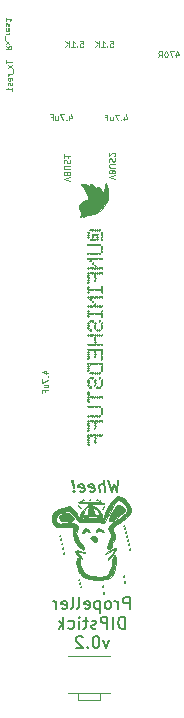
<source format=gbr>
%TF.GenerationSoftware,KiCad,Pcbnew,(5.1.9)-1*%
%TF.CreationDate,2021-04-12T21:57:58+01:00*%
%TF.ProjectId,Propeller_dev_board,50726f70-656c-46c6-9572-5f6465765f62,rev?*%
%TF.SameCoordinates,Original*%
%TF.FileFunction,Legend,Bot*%
%TF.FilePolarity,Positive*%
%FSLAX46Y46*%
G04 Gerber Fmt 4.6, Leading zero omitted, Abs format (unit mm)*
G04 Created by KiCad (PCBNEW (5.1.9)-1) date 2021-04-12 21:57:58*
%MOMM*%
%LPD*%
G01*
G04 APERTURE LIST*
%ADD10C,0.150000*%
%ADD11C,0.010000*%
%ADD12C,0.120000*%
%ADD13C,0.100000*%
G04 APERTURE END LIST*
D10*
X125340666Y-139264380D02*
X125340666Y-138264380D01*
X124959714Y-138264380D01*
X124864476Y-138312000D01*
X124816857Y-138359619D01*
X124769238Y-138454857D01*
X124769238Y-138597714D01*
X124816857Y-138692952D01*
X124864476Y-138740571D01*
X124959714Y-138788190D01*
X125340666Y-138788190D01*
X124340666Y-139264380D02*
X124340666Y-138597714D01*
X124340666Y-138788190D02*
X124293047Y-138692952D01*
X124245428Y-138645333D01*
X124150190Y-138597714D01*
X124054952Y-138597714D01*
X123578761Y-139264380D02*
X123674000Y-139216761D01*
X123721619Y-139169142D01*
X123769238Y-139073904D01*
X123769238Y-138788190D01*
X123721619Y-138692952D01*
X123674000Y-138645333D01*
X123578761Y-138597714D01*
X123435904Y-138597714D01*
X123340666Y-138645333D01*
X123293047Y-138692952D01*
X123245428Y-138788190D01*
X123245428Y-139073904D01*
X123293047Y-139169142D01*
X123340666Y-139216761D01*
X123435904Y-139264380D01*
X123578761Y-139264380D01*
X122816857Y-138597714D02*
X122816857Y-139597714D01*
X122816857Y-138645333D02*
X122721619Y-138597714D01*
X122531142Y-138597714D01*
X122435904Y-138645333D01*
X122388285Y-138692952D01*
X122340666Y-138788190D01*
X122340666Y-139073904D01*
X122388285Y-139169142D01*
X122435904Y-139216761D01*
X122531142Y-139264380D01*
X122721619Y-139264380D01*
X122816857Y-139216761D01*
X121531142Y-139216761D02*
X121626380Y-139264380D01*
X121816857Y-139264380D01*
X121912095Y-139216761D01*
X121959714Y-139121523D01*
X121959714Y-138740571D01*
X121912095Y-138645333D01*
X121816857Y-138597714D01*
X121626380Y-138597714D01*
X121531142Y-138645333D01*
X121483523Y-138740571D01*
X121483523Y-138835809D01*
X121959714Y-138931047D01*
X120912095Y-139264380D02*
X121007333Y-139216761D01*
X121054952Y-139121523D01*
X121054952Y-138264380D01*
X120388285Y-139264380D02*
X120483523Y-139216761D01*
X120531142Y-139121523D01*
X120531142Y-138264380D01*
X119626380Y-139216761D02*
X119721619Y-139264380D01*
X119912095Y-139264380D01*
X120007333Y-139216761D01*
X120054952Y-139121523D01*
X120054952Y-138740571D01*
X120007333Y-138645333D01*
X119912095Y-138597714D01*
X119721619Y-138597714D01*
X119626380Y-138645333D01*
X119578761Y-138740571D01*
X119578761Y-138835809D01*
X120054952Y-138931047D01*
X119150190Y-139264380D02*
X119150190Y-138597714D01*
X119150190Y-138788190D02*
X119102571Y-138692952D01*
X119054952Y-138645333D01*
X118959714Y-138597714D01*
X118864476Y-138597714D01*
X124935904Y-140914380D02*
X124935904Y-139914380D01*
X124697809Y-139914380D01*
X124554952Y-139962000D01*
X124459714Y-140057238D01*
X124412095Y-140152476D01*
X124364476Y-140342952D01*
X124364476Y-140485809D01*
X124412095Y-140676285D01*
X124459714Y-140771523D01*
X124554952Y-140866761D01*
X124697809Y-140914380D01*
X124935904Y-140914380D01*
X123935904Y-140914380D02*
X123935904Y-139914380D01*
X123459714Y-140914380D02*
X123459714Y-139914380D01*
X123078761Y-139914380D01*
X122983523Y-139962000D01*
X122935904Y-140009619D01*
X122888285Y-140104857D01*
X122888285Y-140247714D01*
X122935904Y-140342952D01*
X122983523Y-140390571D01*
X123078761Y-140438190D01*
X123459714Y-140438190D01*
X122507333Y-140866761D02*
X122412095Y-140914380D01*
X122221619Y-140914380D01*
X122126380Y-140866761D01*
X122078761Y-140771523D01*
X122078761Y-140723904D01*
X122126380Y-140628666D01*
X122221619Y-140581047D01*
X122364476Y-140581047D01*
X122459714Y-140533428D01*
X122507333Y-140438190D01*
X122507333Y-140390571D01*
X122459714Y-140295333D01*
X122364476Y-140247714D01*
X122221619Y-140247714D01*
X122126380Y-140295333D01*
X121793047Y-140247714D02*
X121412095Y-140247714D01*
X121650190Y-139914380D02*
X121650190Y-140771523D01*
X121602571Y-140866761D01*
X121507333Y-140914380D01*
X121412095Y-140914380D01*
X121078761Y-140914380D02*
X121078761Y-140247714D01*
X121078761Y-139914380D02*
X121126380Y-139962000D01*
X121078761Y-140009619D01*
X121031142Y-139962000D01*
X121078761Y-139914380D01*
X121078761Y-140009619D01*
X120174000Y-140866761D02*
X120269238Y-140914380D01*
X120459714Y-140914380D01*
X120554952Y-140866761D01*
X120602571Y-140819142D01*
X120650190Y-140723904D01*
X120650190Y-140438190D01*
X120602571Y-140342952D01*
X120554952Y-140295333D01*
X120459714Y-140247714D01*
X120269238Y-140247714D01*
X120174000Y-140295333D01*
X119745428Y-140914380D02*
X119745428Y-139914380D01*
X119650190Y-140533428D02*
X119364476Y-140914380D01*
X119364476Y-140247714D02*
X119745428Y-140628666D01*
X123602571Y-141897714D02*
X123364476Y-142564380D01*
X123126380Y-141897714D01*
X122554952Y-141564380D02*
X122459714Y-141564380D01*
X122364476Y-141612000D01*
X122316857Y-141659619D01*
X122269238Y-141754857D01*
X122221619Y-141945333D01*
X122221619Y-142183428D01*
X122269238Y-142373904D01*
X122316857Y-142469142D01*
X122364476Y-142516761D01*
X122459714Y-142564380D01*
X122554952Y-142564380D01*
X122650190Y-142516761D01*
X122697809Y-142469142D01*
X122745428Y-142373904D01*
X122793047Y-142183428D01*
X122793047Y-141945333D01*
X122745428Y-141754857D01*
X122697809Y-141659619D01*
X122650190Y-141612000D01*
X122554952Y-141564380D01*
X121793047Y-142469142D02*
X121745428Y-142516761D01*
X121793047Y-142564380D01*
X121840666Y-142516761D01*
X121793047Y-142469142D01*
X121793047Y-142564380D01*
X121364476Y-141659619D02*
X121316857Y-141612000D01*
X121221619Y-141564380D01*
X120983523Y-141564380D01*
X120888285Y-141612000D01*
X120840666Y-141659619D01*
X120793047Y-141754857D01*
X120793047Y-141850095D01*
X120840666Y-141992952D01*
X121412095Y-142564380D01*
X120793047Y-142564380D01*
X124379175Y-128357380D02*
X124266080Y-129357380D01*
X123986318Y-128643095D01*
X123885127Y-129357380D01*
X123522032Y-128357380D01*
X123266080Y-129357380D02*
X123141080Y-128357380D01*
X122837508Y-129357380D02*
X122772032Y-128833571D01*
X122807747Y-128738333D01*
X122897032Y-128690714D01*
X123039889Y-128690714D01*
X123141080Y-128738333D01*
X123194651Y-128785952D01*
X121974413Y-129309761D02*
X122075604Y-129357380D01*
X122266080Y-129357380D01*
X122355366Y-129309761D01*
X122391080Y-129214523D01*
X122343461Y-128833571D01*
X122283937Y-128738333D01*
X122182747Y-128690714D01*
X121992270Y-128690714D01*
X121902985Y-128738333D01*
X121867270Y-128833571D01*
X121879175Y-128928809D01*
X122367270Y-129024047D01*
X121117270Y-129309761D02*
X121218461Y-129357380D01*
X121408937Y-129357380D01*
X121498223Y-129309761D01*
X121533937Y-129214523D01*
X121486318Y-128833571D01*
X121426794Y-128738333D01*
X121325604Y-128690714D01*
X121135127Y-128690714D01*
X121045842Y-128738333D01*
X121010127Y-128833571D01*
X121022032Y-128928809D01*
X121510127Y-129024047D01*
X120635127Y-129262142D02*
X120593461Y-129309761D01*
X120647032Y-129357380D01*
X120688699Y-129309761D01*
X120635127Y-129262142D01*
X120647032Y-129357380D01*
X120599413Y-128976428D02*
X120575604Y-128405000D01*
X120522032Y-128357380D01*
X120480366Y-128405000D01*
X120599413Y-128976428D01*
X120522032Y-128357380D01*
D11*
%TO.C,G\u002A\u002A\u002A*%
G36*
X121355556Y-129991555D02*
G01*
X121367178Y-130041889D01*
X121412000Y-130048000D01*
X121481690Y-130017021D01*
X121468445Y-129991555D01*
X121367965Y-129981422D01*
X121355556Y-129991555D01*
G37*
X121355556Y-129991555D02*
X121367178Y-130041889D01*
X121412000Y-130048000D01*
X121481690Y-130017021D01*
X121468445Y-129991555D01*
X121367965Y-129981422D01*
X121355556Y-129991555D01*
G36*
X121920000Y-130005666D02*
G01*
X121962333Y-130048000D01*
X122004667Y-130005666D01*
X121962333Y-129963333D01*
X121920000Y-130005666D01*
G37*
X121920000Y-130005666D02*
X121962333Y-130048000D01*
X122004667Y-130005666D01*
X121962333Y-129963333D01*
X121920000Y-130005666D01*
G36*
X122540889Y-129991555D02*
G01*
X122552511Y-130041889D01*
X122597333Y-130048000D01*
X122667024Y-130017021D01*
X122653778Y-129991555D01*
X122553298Y-129981422D01*
X122540889Y-129991555D01*
G37*
X122540889Y-129991555D02*
X122552511Y-130041889D01*
X122597333Y-130048000D01*
X122667024Y-130017021D01*
X122653778Y-129991555D01*
X122553298Y-129981422D01*
X122540889Y-129991555D01*
G36*
X122766667Y-130090333D02*
G01*
X122809000Y-130132666D01*
X122851333Y-130090333D01*
X122809000Y-130048000D01*
X122766667Y-130090333D01*
G37*
X122766667Y-130090333D02*
X122809000Y-130132666D01*
X122851333Y-130090333D01*
X122809000Y-130048000D01*
X122766667Y-130090333D01*
G36*
X123105333Y-130598333D02*
G01*
X123147667Y-130640666D01*
X123190000Y-130598333D01*
X123147667Y-130556000D01*
X123105333Y-130598333D01*
G37*
X123105333Y-130598333D02*
X123147667Y-130640666D01*
X123190000Y-130598333D01*
X123147667Y-130556000D01*
X123105333Y-130598333D01*
G36*
X121015237Y-130515820D02*
G01*
X121062534Y-130577166D01*
X121186114Y-130708796D01*
X121241277Y-130708223D01*
X121242667Y-130693366D01*
X121184808Y-130622692D01*
X121094500Y-130545200D01*
X120994213Y-130471976D01*
X121015237Y-130515820D01*
G37*
X121015237Y-130515820D02*
X121062534Y-130577166D01*
X121186114Y-130708796D01*
X121241277Y-130708223D01*
X121242667Y-130693366D01*
X121184808Y-130622692D01*
X121094500Y-130545200D01*
X120994213Y-130471976D01*
X121015237Y-130515820D01*
G36*
X123020667Y-130767666D02*
G01*
X123063000Y-130810000D01*
X123105333Y-130767666D01*
X123063000Y-130725333D01*
X123020667Y-130767666D01*
G37*
X123020667Y-130767666D02*
X123063000Y-130810000D01*
X123105333Y-130767666D01*
X123063000Y-130725333D01*
X123020667Y-130767666D01*
G36*
X121025813Y-130161332D02*
G01*
X120988667Y-130205272D01*
X121069913Y-130264835D01*
X121303527Y-130297016D01*
X121496667Y-130302000D01*
X121764600Y-130312445D01*
X121948676Y-130339596D01*
X122004667Y-130370985D01*
X121935607Y-130447723D01*
X121763760Y-130553438D01*
X121703068Y-130583793D01*
X121446125Y-130767764D01*
X121253865Y-131063152D01*
X121230327Y-131114511D01*
X121139072Y-131343138D01*
X121094650Y-131500595D01*
X121096850Y-131539072D01*
X121193867Y-131539510D01*
X121363436Y-131489702D01*
X121645547Y-131428323D01*
X122018087Y-131405735D01*
X122406554Y-131422383D01*
X122736443Y-131478713D01*
X122746059Y-131481423D01*
X122931736Y-131523735D01*
X123006819Y-131488153D01*
X123020667Y-131357369D01*
X122973230Y-131202545D01*
X122766667Y-131202545D01*
X122694162Y-131292125D01*
X122564423Y-131318000D01*
X122420062Y-131285855D01*
X122339671Y-131158751D01*
X122304963Y-131013015D01*
X122276098Y-130804803D01*
X122277801Y-130702303D01*
X121899715Y-130702303D01*
X121889027Y-130745241D01*
X121845705Y-130990430D01*
X121836490Y-131127500D01*
X121794326Y-131274329D01*
X121641308Y-131317815D01*
X121623667Y-131318000D01*
X121464575Y-131287589D01*
X121412000Y-131229128D01*
X121462400Y-131045741D01*
X121582407Y-130830391D01*
X121725233Y-130658044D01*
X121800073Y-130607335D01*
X121897637Y-130596814D01*
X121899715Y-130702303D01*
X122277801Y-130702303D01*
X122278144Y-130681669D01*
X122282712Y-130673065D01*
X122360955Y-130697354D01*
X122492181Y-130812229D01*
X122632347Y-130969502D01*
X122737404Y-131120982D01*
X122766667Y-131202545D01*
X122973230Y-131202545D01*
X122955357Y-131144213D01*
X122790736Y-130900260D01*
X122573770Y-130680018D01*
X122351420Y-130538000D01*
X122300087Y-130521002D01*
X122118702Y-130457253D01*
X122089917Y-130403252D01*
X122197010Y-130366647D01*
X122423261Y-130355086D01*
X122639667Y-130365674D01*
X122971752Y-130380341D01*
X123150112Y-130357335D01*
X123190000Y-130313591D01*
X123107679Y-130256166D01*
X122866747Y-130224007D01*
X122609753Y-130217333D01*
X122205832Y-130208367D01*
X121773855Y-130185245D01*
X121509087Y-130162938D01*
X121192999Y-130141640D01*
X121025813Y-130161332D01*
G37*
X121025813Y-130161332D02*
X120988667Y-130205272D01*
X121069913Y-130264835D01*
X121303527Y-130297016D01*
X121496667Y-130302000D01*
X121764600Y-130312445D01*
X121948676Y-130339596D01*
X122004667Y-130370985D01*
X121935607Y-130447723D01*
X121763760Y-130553438D01*
X121703068Y-130583793D01*
X121446125Y-130767764D01*
X121253865Y-131063152D01*
X121230327Y-131114511D01*
X121139072Y-131343138D01*
X121094650Y-131500595D01*
X121096850Y-131539072D01*
X121193867Y-131539510D01*
X121363436Y-131489702D01*
X121645547Y-131428323D01*
X122018087Y-131405735D01*
X122406554Y-131422383D01*
X122736443Y-131478713D01*
X122746059Y-131481423D01*
X122931736Y-131523735D01*
X123006819Y-131488153D01*
X123020667Y-131357369D01*
X122973230Y-131202545D01*
X122766667Y-131202545D01*
X122694162Y-131292125D01*
X122564423Y-131318000D01*
X122420062Y-131285855D01*
X122339671Y-131158751D01*
X122304963Y-131013015D01*
X122276098Y-130804803D01*
X122277801Y-130702303D01*
X121899715Y-130702303D01*
X121889027Y-130745241D01*
X121845705Y-130990430D01*
X121836490Y-131127500D01*
X121794326Y-131274329D01*
X121641308Y-131317815D01*
X121623667Y-131318000D01*
X121464575Y-131287589D01*
X121412000Y-131229128D01*
X121462400Y-131045741D01*
X121582407Y-130830391D01*
X121725233Y-130658044D01*
X121800073Y-130607335D01*
X121897637Y-130596814D01*
X121899715Y-130702303D01*
X122277801Y-130702303D01*
X122278144Y-130681669D01*
X122282712Y-130673065D01*
X122360955Y-130697354D01*
X122492181Y-130812229D01*
X122632347Y-130969502D01*
X122737404Y-131120982D01*
X122766667Y-131202545D01*
X122973230Y-131202545D01*
X122955357Y-131144213D01*
X122790736Y-130900260D01*
X122573770Y-130680018D01*
X122351420Y-130538000D01*
X122300087Y-130521002D01*
X122118702Y-130457253D01*
X122089917Y-130403252D01*
X122197010Y-130366647D01*
X122423261Y-130355086D01*
X122639667Y-130365674D01*
X122971752Y-130380341D01*
X123150112Y-130357335D01*
X123190000Y-130313591D01*
X123107679Y-130256166D01*
X122866747Y-130224007D01*
X122609753Y-130217333D01*
X122205832Y-130208367D01*
X121773855Y-130185245D01*
X121509087Y-130162938D01*
X121192999Y-130141640D01*
X121025813Y-130161332D01*
G36*
X119976174Y-131108455D02*
G01*
X119743154Y-131170213D01*
X119684670Y-131192973D01*
X119479482Y-131297547D01*
X119397892Y-131410610D01*
X119395866Y-131554184D01*
X119417842Y-131674907D01*
X119474786Y-131743533D01*
X119605701Y-131774765D01*
X119849589Y-131783307D01*
X120004603Y-131783666D01*
X120365844Y-131769225D01*
X120571457Y-131724570D01*
X120629148Y-131673525D01*
X120602871Y-131540390D01*
X120481754Y-131365823D01*
X120311421Y-131202963D01*
X120142245Y-131106411D01*
X119976174Y-131108455D01*
G37*
X119976174Y-131108455D02*
X119743154Y-131170213D01*
X119684670Y-131192973D01*
X119479482Y-131297547D01*
X119397892Y-131410610D01*
X119395866Y-131554184D01*
X119417842Y-131674907D01*
X119474786Y-131743533D01*
X119605701Y-131774765D01*
X119849589Y-131783307D01*
X120004603Y-131783666D01*
X120365844Y-131769225D01*
X120571457Y-131724570D01*
X120629148Y-131673525D01*
X120602871Y-131540390D01*
X120481754Y-131365823D01*
X120311421Y-131202963D01*
X120142245Y-131106411D01*
X119976174Y-131108455D01*
G36*
X124186296Y-130534833D02*
G01*
X124070877Y-130697825D01*
X123933463Y-130936629D01*
X123795232Y-131207322D01*
X123677365Y-131465980D01*
X123601042Y-131668678D01*
X123587442Y-131771493D01*
X123589035Y-131773479D01*
X123738521Y-131822285D01*
X123921957Y-131777439D01*
X124002718Y-131716946D01*
X124121301Y-131613531D01*
X124327438Y-131456588D01*
X124492276Y-131338990D01*
X124775558Y-131121766D01*
X124917021Y-130948562D01*
X124928061Y-130791299D01*
X124820076Y-130621896D01*
X124794620Y-130594025D01*
X124562998Y-130419391D01*
X124351264Y-130412096D01*
X124186296Y-130534833D01*
G37*
X124186296Y-130534833D02*
X124070877Y-130697825D01*
X123933463Y-130936629D01*
X123795232Y-131207322D01*
X123677365Y-131465980D01*
X123601042Y-131668678D01*
X123587442Y-131771493D01*
X123589035Y-131773479D01*
X123738521Y-131822285D01*
X123921957Y-131777439D01*
X124002718Y-131716946D01*
X124121301Y-131613531D01*
X124327438Y-131456588D01*
X124492276Y-131338990D01*
X124775558Y-131121766D01*
X124917021Y-130948562D01*
X124928061Y-130791299D01*
X124820076Y-130621896D01*
X124794620Y-130594025D01*
X124562998Y-130419391D01*
X124351264Y-130412096D01*
X124186296Y-130534833D01*
G36*
X124798667Y-132207000D02*
G01*
X124841000Y-132249333D01*
X124883333Y-132207000D01*
X124841000Y-132164666D01*
X124798667Y-132207000D01*
G37*
X124798667Y-132207000D02*
X124841000Y-132249333D01*
X124883333Y-132207000D01*
X124841000Y-132164666D01*
X124798667Y-132207000D01*
G36*
X124911556Y-132362222D02*
G01*
X124901423Y-132462701D01*
X124911556Y-132475111D01*
X124961890Y-132463488D01*
X124968000Y-132418666D01*
X124937022Y-132348976D01*
X124911556Y-132362222D01*
G37*
X124911556Y-132362222D02*
X124901423Y-132462701D01*
X124911556Y-132475111D01*
X124961890Y-132463488D01*
X124968000Y-132418666D01*
X124937022Y-132348976D01*
X124911556Y-132362222D01*
G36*
X122554884Y-132521574D02*
G01*
X122541883Y-132549318D01*
X122527498Y-132702189D01*
X122616099Y-132736811D01*
X122714750Y-132680620D01*
X122842176Y-132628011D01*
X122891126Y-132668555D01*
X123015203Y-132747995D01*
X123081119Y-132757333D01*
X123163662Y-132740784D01*
X123130199Y-132665706D01*
X123063000Y-132588000D01*
X122873649Y-132452195D01*
X122686406Y-132428726D01*
X122554884Y-132521574D01*
G37*
X122554884Y-132521574D02*
X122541883Y-132549318D01*
X122527498Y-132702189D01*
X122616099Y-132736811D01*
X122714750Y-132680620D01*
X122842176Y-132628011D01*
X122891126Y-132668555D01*
X123015203Y-132747995D01*
X123081119Y-132757333D01*
X123163662Y-132740784D01*
X123130199Y-132665706D01*
X123063000Y-132588000D01*
X122873649Y-132452195D01*
X122686406Y-132428726D01*
X122554884Y-132521574D01*
G36*
X121497857Y-132485355D02*
G01*
X121382922Y-132634021D01*
X121327489Y-132787569D01*
X121327333Y-132794100D01*
X121376358Y-132845602D01*
X121480256Y-132801741D01*
X121565410Y-132704127D01*
X121649934Y-132621291D01*
X121701614Y-132661794D01*
X121829867Y-132747410D01*
X121895786Y-132757333D01*
X121978328Y-132740784D01*
X121944865Y-132665706D01*
X121877667Y-132588000D01*
X121724554Y-132460736D01*
X121613523Y-132418666D01*
X121497857Y-132485355D01*
G37*
X121497857Y-132485355D02*
X121382922Y-132634021D01*
X121327489Y-132787569D01*
X121327333Y-132794100D01*
X121376358Y-132845602D01*
X121480256Y-132801741D01*
X121565410Y-132704127D01*
X121649934Y-132621291D01*
X121701614Y-132661794D01*
X121829867Y-132747410D01*
X121895786Y-132757333D01*
X121978328Y-132740784D01*
X121944865Y-132665706D01*
X121877667Y-132588000D01*
X121724554Y-132460736D01*
X121613523Y-132418666D01*
X121497857Y-132485355D01*
G36*
X124996222Y-132700888D02*
G01*
X124986089Y-132801368D01*
X124996222Y-132813777D01*
X125046557Y-132802155D01*
X125052667Y-132757333D01*
X125021689Y-132687643D01*
X124996222Y-132700888D01*
G37*
X124996222Y-132700888D02*
X124986089Y-132801368D01*
X124996222Y-132813777D01*
X125046557Y-132802155D01*
X125052667Y-132757333D01*
X125021689Y-132687643D01*
X124996222Y-132700888D01*
G36*
X119380000Y-133053666D02*
G01*
X119422333Y-133096000D01*
X119464667Y-133053666D01*
X119422333Y-133011333D01*
X119380000Y-133053666D01*
G37*
X119380000Y-133053666D02*
X119422333Y-133096000D01*
X119464667Y-133053666D01*
X119422333Y-133011333D01*
X119380000Y-133053666D01*
G36*
X125080889Y-133039555D02*
G01*
X125070756Y-133140035D01*
X125080889Y-133152444D01*
X125131223Y-133140822D01*
X125137333Y-133096000D01*
X125106355Y-133026309D01*
X125080889Y-133039555D01*
G37*
X125080889Y-133039555D02*
X125070756Y-133140035D01*
X125080889Y-133152444D01*
X125131223Y-133140822D01*
X125137333Y-133096000D01*
X125106355Y-133026309D01*
X125080889Y-133039555D01*
G36*
X119492889Y-133293555D02*
G01*
X119482756Y-133394035D01*
X119492889Y-133406444D01*
X119543223Y-133394822D01*
X119549333Y-133350000D01*
X119518355Y-133280309D01*
X119492889Y-133293555D01*
G37*
X119492889Y-133293555D02*
X119482756Y-133394035D01*
X119492889Y-133406444D01*
X119543223Y-133394822D01*
X119549333Y-133350000D01*
X119518355Y-133280309D01*
X119492889Y-133293555D01*
G36*
X125165556Y-133378222D02*
G01*
X125155423Y-133478701D01*
X125165556Y-133491111D01*
X125215890Y-133479488D01*
X125222000Y-133434666D01*
X125191022Y-133364976D01*
X125165556Y-133378222D01*
G37*
X125165556Y-133378222D02*
X125155423Y-133478701D01*
X125165556Y-133491111D01*
X125215890Y-133479488D01*
X125222000Y-133434666D01*
X125191022Y-133364976D01*
X125165556Y-133378222D01*
G36*
X122092700Y-133176794D02*
G01*
X122019947Y-133252565D01*
X122063747Y-133355392D01*
X122126989Y-133429497D01*
X122317134Y-133579677D01*
X122466227Y-133573782D01*
X122554760Y-133435424D01*
X122561561Y-133227973D01*
X122450594Y-133110393D01*
X122258587Y-133103241D01*
X122092700Y-133176794D01*
G37*
X122092700Y-133176794D02*
X122019947Y-133252565D01*
X122063747Y-133355392D01*
X122126989Y-133429497D01*
X122317134Y-133579677D01*
X122466227Y-133573782D01*
X122554760Y-133435424D01*
X122561561Y-133227973D01*
X122450594Y-133110393D01*
X122258587Y-133103241D01*
X122092700Y-133176794D01*
G36*
X119549333Y-133731000D02*
G01*
X119591667Y-133773333D01*
X119634000Y-133731000D01*
X119591667Y-133688666D01*
X119549333Y-133731000D01*
G37*
X119549333Y-133731000D02*
X119591667Y-133773333D01*
X119634000Y-133731000D01*
X119591667Y-133688666D01*
X119549333Y-133731000D01*
G36*
X125250222Y-133716888D02*
G01*
X125240089Y-133817368D01*
X125250222Y-133829777D01*
X125300557Y-133818155D01*
X125306667Y-133773333D01*
X125275689Y-133703643D01*
X125250222Y-133716888D01*
G37*
X125250222Y-133716888D02*
X125240089Y-133817368D01*
X125250222Y-133829777D01*
X125300557Y-133818155D01*
X125306667Y-133773333D01*
X125275689Y-133703643D01*
X125250222Y-133716888D01*
G36*
X119662222Y-134055555D02*
G01*
X119652089Y-134156035D01*
X119662222Y-134168444D01*
X119712557Y-134156822D01*
X119718667Y-134112000D01*
X119687689Y-134042309D01*
X119662222Y-134055555D01*
G37*
X119662222Y-134055555D02*
X119652089Y-134156035D01*
X119662222Y-134168444D01*
X119712557Y-134156822D01*
X119718667Y-134112000D01*
X119687689Y-134042309D01*
X119662222Y-134055555D01*
G36*
X124171430Y-129791011D02*
G01*
X123929780Y-130008273D01*
X123666573Y-130377334D01*
X123517508Y-130628814D01*
X123364398Y-130923268D01*
X123244049Y-131198941D01*
X123191905Y-131360333D01*
X123142856Y-131522393D01*
X123053582Y-131585948D01*
X122867356Y-131582405D01*
X122803722Y-131575271D01*
X122159386Y-131536069D01*
X121562073Y-131568091D01*
X121348500Y-131601483D01*
X121124567Y-131638772D01*
X121020417Y-131621547D01*
X120990282Y-131530881D01*
X120988667Y-131452685D01*
X120928330Y-131248941D01*
X120775523Y-131009612D01*
X120572551Y-130782532D01*
X120361720Y-130615533D01*
X120195648Y-130556068D01*
X119979508Y-130592872D01*
X119680776Y-130686924D01*
X119365228Y-130813860D01*
X119098642Y-130949318D01*
X119048255Y-130981056D01*
X118903545Y-131166140D01*
X118820673Y-131448000D01*
X118808669Y-131762520D01*
X118876565Y-132045587D01*
X118893463Y-132080000D01*
X118955361Y-132178601D01*
X119037418Y-132240606D01*
X119176160Y-132274476D01*
X119408112Y-132288672D01*
X119769801Y-132291658D01*
X119807135Y-132291666D01*
X120184882Y-132295704D01*
X120421188Y-132310868D01*
X120543820Y-132341735D01*
X120580544Y-132392881D01*
X120577731Y-132418666D01*
X120547649Y-132897215D01*
X120668065Y-133371029D01*
X120815973Y-133641449D01*
X121087118Y-134008052D01*
X121289677Y-134219933D01*
X121423742Y-134277154D01*
X121489406Y-134179772D01*
X121496667Y-134082788D01*
X121435816Y-133876526D01*
X121324600Y-133728526D01*
X121163166Y-133549741D01*
X120995420Y-133317968D01*
X120976793Y-133288453D01*
X120872590Y-133092685D01*
X120843618Y-132920110D01*
X120880804Y-132689747D01*
X120900632Y-132608634D01*
X120954091Y-132362116D01*
X120950383Y-132221089D01*
X120883524Y-132129633D01*
X120846272Y-132100574D01*
X120586351Y-131967608D01*
X120272874Y-131928467D01*
X119860413Y-131977974D01*
X119827303Y-131984497D01*
X119479812Y-132032024D01*
X119264300Y-131996693D01*
X119158378Y-131865247D01*
X119139657Y-131624430D01*
X119142886Y-131579246D01*
X119185546Y-131366401D01*
X119300724Y-131226893D01*
X119490467Y-131118313D01*
X119764951Y-131012610D01*
X120031057Y-130952653D01*
X120074885Y-130948979D01*
X120224697Y-130959393D01*
X120352725Y-131026136D01*
X120495533Y-131178769D01*
X120688403Y-131445000D01*
X120886383Y-131715748D01*
X121031569Y-131866611D01*
X121155428Y-131924584D01*
X121246986Y-131924256D01*
X121544186Y-131897389D01*
X121910005Y-131884409D01*
X122290851Y-131884849D01*
X122633135Y-131898244D01*
X122883267Y-131924127D01*
X122949442Y-131939072D01*
X123054830Y-131963401D01*
X123141176Y-131943091D01*
X123230503Y-131853447D01*
X123344836Y-131669775D01*
X123506198Y-131367380D01*
X123571063Y-131242090D01*
X123832343Y-130753605D01*
X124040975Y-130406062D01*
X124208372Y-130183657D01*
X124345951Y-130070586D01*
X124433560Y-130048000D01*
X124580970Y-130113437D01*
X124768321Y-130276762D01*
X124952147Y-130488493D01*
X125088985Y-130699151D01*
X125136037Y-130847711D01*
X125122610Y-130984003D01*
X125068314Y-131104270D01*
X124948717Y-131233821D01*
X124739384Y-131397967D01*
X124415880Y-131622016D01*
X124337690Y-131674656D01*
X123969458Y-131927893D01*
X123727528Y-132118721D01*
X123594656Y-132274559D01*
X123553599Y-132422825D01*
X123587115Y-132590937D01*
X123656134Y-132758370D01*
X123749174Y-132980051D01*
X123770575Y-133131630D01*
X123717326Y-133293506D01*
X123629707Y-133464150D01*
X123480396Y-133807006D01*
X123452100Y-134041134D01*
X123521026Y-134149611D01*
X123648907Y-134168456D01*
X123774689Y-134118978D01*
X123824465Y-134035529D01*
X123815875Y-134012568D01*
X123823343Y-133896557D01*
X123898373Y-133691213D01*
X123964071Y-133556359D01*
X124079241Y-133323577D01*
X124118077Y-133158448D01*
X124087280Y-132981046D01*
X124027084Y-132804557D01*
X123949567Y-132572667D01*
X123939544Y-132434510D01*
X124006578Y-132324706D01*
X124112207Y-132222526D01*
X124317975Y-132058755D01*
X124592157Y-131873240D01*
X124735507Y-131786644D01*
X125149015Y-131493130D01*
X125393914Y-131184037D01*
X125470251Y-130858924D01*
X125378072Y-130517353D01*
X125117425Y-130158885D01*
X124927046Y-129975901D01*
X124654062Y-129782237D01*
X124407524Y-129718136D01*
X124171430Y-129791011D01*
G37*
X124171430Y-129791011D02*
X123929780Y-130008273D01*
X123666573Y-130377334D01*
X123517508Y-130628814D01*
X123364398Y-130923268D01*
X123244049Y-131198941D01*
X123191905Y-131360333D01*
X123142856Y-131522393D01*
X123053582Y-131585948D01*
X122867356Y-131582405D01*
X122803722Y-131575271D01*
X122159386Y-131536069D01*
X121562073Y-131568091D01*
X121348500Y-131601483D01*
X121124567Y-131638772D01*
X121020417Y-131621547D01*
X120990282Y-131530881D01*
X120988667Y-131452685D01*
X120928330Y-131248941D01*
X120775523Y-131009612D01*
X120572551Y-130782532D01*
X120361720Y-130615533D01*
X120195648Y-130556068D01*
X119979508Y-130592872D01*
X119680776Y-130686924D01*
X119365228Y-130813860D01*
X119098642Y-130949318D01*
X119048255Y-130981056D01*
X118903545Y-131166140D01*
X118820673Y-131448000D01*
X118808669Y-131762520D01*
X118876565Y-132045587D01*
X118893463Y-132080000D01*
X118955361Y-132178601D01*
X119037418Y-132240606D01*
X119176160Y-132274476D01*
X119408112Y-132288672D01*
X119769801Y-132291658D01*
X119807135Y-132291666D01*
X120184882Y-132295704D01*
X120421188Y-132310868D01*
X120543820Y-132341735D01*
X120580544Y-132392881D01*
X120577731Y-132418666D01*
X120547649Y-132897215D01*
X120668065Y-133371029D01*
X120815973Y-133641449D01*
X121087118Y-134008052D01*
X121289677Y-134219933D01*
X121423742Y-134277154D01*
X121489406Y-134179772D01*
X121496667Y-134082788D01*
X121435816Y-133876526D01*
X121324600Y-133728526D01*
X121163166Y-133549741D01*
X120995420Y-133317968D01*
X120976793Y-133288453D01*
X120872590Y-133092685D01*
X120843618Y-132920110D01*
X120880804Y-132689747D01*
X120900632Y-132608634D01*
X120954091Y-132362116D01*
X120950383Y-132221089D01*
X120883524Y-132129633D01*
X120846272Y-132100574D01*
X120586351Y-131967608D01*
X120272874Y-131928467D01*
X119860413Y-131977974D01*
X119827303Y-131984497D01*
X119479812Y-132032024D01*
X119264300Y-131996693D01*
X119158378Y-131865247D01*
X119139657Y-131624430D01*
X119142886Y-131579246D01*
X119185546Y-131366401D01*
X119300724Y-131226893D01*
X119490467Y-131118313D01*
X119764951Y-131012610D01*
X120031057Y-130952653D01*
X120074885Y-130948979D01*
X120224697Y-130959393D01*
X120352725Y-131026136D01*
X120495533Y-131178769D01*
X120688403Y-131445000D01*
X120886383Y-131715748D01*
X121031569Y-131866611D01*
X121155428Y-131924584D01*
X121246986Y-131924256D01*
X121544186Y-131897389D01*
X121910005Y-131884409D01*
X122290851Y-131884849D01*
X122633135Y-131898244D01*
X122883267Y-131924127D01*
X122949442Y-131939072D01*
X123054830Y-131963401D01*
X123141176Y-131943091D01*
X123230503Y-131853447D01*
X123344836Y-131669775D01*
X123506198Y-131367380D01*
X123571063Y-131242090D01*
X123832343Y-130753605D01*
X124040975Y-130406062D01*
X124208372Y-130183657D01*
X124345951Y-130070586D01*
X124433560Y-130048000D01*
X124580970Y-130113437D01*
X124768321Y-130276762D01*
X124952147Y-130488493D01*
X125088985Y-130699151D01*
X125136037Y-130847711D01*
X125122610Y-130984003D01*
X125068314Y-131104270D01*
X124948717Y-131233821D01*
X124739384Y-131397967D01*
X124415880Y-131622016D01*
X124337690Y-131674656D01*
X123969458Y-131927893D01*
X123727528Y-132118721D01*
X123594656Y-132274559D01*
X123553599Y-132422825D01*
X123587115Y-132590937D01*
X123656134Y-132758370D01*
X123749174Y-132980051D01*
X123770575Y-133131630D01*
X123717326Y-133293506D01*
X123629707Y-133464150D01*
X123480396Y-133807006D01*
X123452100Y-134041134D01*
X123521026Y-134149611D01*
X123648907Y-134168456D01*
X123774689Y-134118978D01*
X123824465Y-134035529D01*
X123815875Y-134012568D01*
X123823343Y-133896557D01*
X123898373Y-133691213D01*
X123964071Y-133556359D01*
X124079241Y-133323577D01*
X124118077Y-133158448D01*
X124087280Y-132981046D01*
X124027084Y-132804557D01*
X123949567Y-132572667D01*
X123939544Y-132434510D01*
X124006578Y-132324706D01*
X124112207Y-132222526D01*
X124317975Y-132058755D01*
X124592157Y-131873240D01*
X124735507Y-131786644D01*
X125149015Y-131493130D01*
X125393914Y-131184037D01*
X125470251Y-130858924D01*
X125378072Y-130517353D01*
X125117425Y-130158885D01*
X124927046Y-129975901D01*
X124654062Y-129782237D01*
X124407524Y-129718136D01*
X124171430Y-129791011D01*
G36*
X125334889Y-134140222D02*
G01*
X125324756Y-134240701D01*
X125334889Y-134253111D01*
X125385223Y-134241488D01*
X125391333Y-134196666D01*
X125360355Y-134126976D01*
X125334889Y-134140222D01*
G37*
X125334889Y-134140222D02*
X125324756Y-134240701D01*
X125334889Y-134253111D01*
X125385223Y-134241488D01*
X125391333Y-134196666D01*
X125360355Y-134126976D01*
X125334889Y-134140222D01*
G36*
X119746889Y-134478888D02*
G01*
X119736756Y-134579368D01*
X119746889Y-134591777D01*
X119797223Y-134580155D01*
X119803333Y-134535333D01*
X119772355Y-134465643D01*
X119746889Y-134478888D01*
G37*
X119746889Y-134478888D02*
X119736756Y-134579368D01*
X119746889Y-134591777D01*
X119797223Y-134580155D01*
X119803333Y-134535333D01*
X119772355Y-134465643D01*
X119746889Y-134478888D01*
G36*
X123980042Y-134152350D02*
G01*
X123760673Y-134250895D01*
X123533635Y-134373874D01*
X123363652Y-134487527D01*
X123317748Y-134534123D01*
X123292166Y-134610233D01*
X123374930Y-134589055D01*
X123576309Y-134466841D01*
X123665090Y-134407405D01*
X123861137Y-134288077D01*
X123993596Y-134232837D01*
X124018985Y-134235429D01*
X124029401Y-134271039D01*
X123997648Y-134345392D01*
X123906479Y-134487022D01*
X123738645Y-134724466D01*
X123644414Y-134855107D01*
X123537165Y-135021977D01*
X123529038Y-135077472D01*
X123600645Y-135031174D01*
X123732603Y-134892660D01*
X123841597Y-134757661D01*
X124067383Y-134437910D01*
X124175836Y-134224202D01*
X124164903Y-134121178D01*
X124127019Y-134112000D01*
X123980042Y-134152350D01*
G37*
X123980042Y-134152350D02*
X123760673Y-134250895D01*
X123533635Y-134373874D01*
X123363652Y-134487527D01*
X123317748Y-134534123D01*
X123292166Y-134610233D01*
X123374930Y-134589055D01*
X123576309Y-134466841D01*
X123665090Y-134407405D01*
X123861137Y-134288077D01*
X123993596Y-134232837D01*
X124018985Y-134235429D01*
X124029401Y-134271039D01*
X123997648Y-134345392D01*
X123906479Y-134487022D01*
X123738645Y-134724466D01*
X123644414Y-134855107D01*
X123537165Y-135021977D01*
X123529038Y-135077472D01*
X123600645Y-135031174D01*
X123732603Y-134892660D01*
X123841597Y-134757661D01*
X124067383Y-134437910D01*
X124175836Y-134224202D01*
X124164903Y-134121178D01*
X124127019Y-134112000D01*
X123980042Y-134152350D01*
G36*
X124826889Y-136426222D02*
G01*
X124816756Y-136526701D01*
X124826889Y-136539111D01*
X124877223Y-136527488D01*
X124883333Y-136482666D01*
X124852355Y-136412976D01*
X124826889Y-136426222D01*
G37*
X124826889Y-136426222D02*
X124816756Y-136526701D01*
X124826889Y-136539111D01*
X124877223Y-136527488D01*
X124883333Y-136482666D01*
X124852355Y-136412976D01*
X124826889Y-136426222D01*
G36*
X120988667Y-136779000D02*
G01*
X121031000Y-136821333D01*
X121073333Y-136779000D01*
X121031000Y-136736666D01*
X120988667Y-136779000D01*
G37*
X120988667Y-136779000D02*
X121031000Y-136821333D01*
X121073333Y-136779000D01*
X121031000Y-136736666D01*
X120988667Y-136779000D01*
G36*
X120768782Y-134319658D02*
G01*
X120734667Y-134382533D01*
X120788275Y-134504634D01*
X120921584Y-134682866D01*
X120967500Y-134734262D01*
X121091943Y-134886915D01*
X121093800Y-134942084D01*
X121059931Y-134935031D01*
X120936747Y-134956364D01*
X120865133Y-135101724D01*
X120843736Y-135334287D01*
X120871202Y-135617229D01*
X120946176Y-135913727D01*
X121067305Y-136186958D01*
X121108390Y-136252919D01*
X121345952Y-136489887D01*
X121668327Y-136667011D01*
X122032372Y-136758409D01*
X122484370Y-136804420D01*
X122952905Y-136803365D01*
X123366558Y-136753565D01*
X123527983Y-136710721D01*
X123799250Y-136533263D01*
X124008198Y-136226464D01*
X124142992Y-135822614D01*
X124191800Y-135354002D01*
X124164159Y-134974768D01*
X124124402Y-134744265D01*
X124085587Y-134657265D01*
X124028726Y-134689112D01*
X123986233Y-134743759D01*
X123914840Y-134924188D01*
X123872424Y-135191318D01*
X123867333Y-135316888D01*
X123829109Y-135653866D01*
X123728613Y-135980973D01*
X123587112Y-136249474D01*
X123425871Y-136410630D01*
X123381920Y-136429354D01*
X122789750Y-136534762D01*
X122235477Y-136501892D01*
X122022654Y-136446307D01*
X121631987Y-136275406D01*
X121379801Y-136050484D01*
X121236146Y-135734998D01*
X121181976Y-135420501D01*
X121157977Y-135148130D01*
X121164275Y-135009426D01*
X121209743Y-134970085D01*
X121292860Y-134991803D01*
X121335131Y-134976455D01*
X121260906Y-134861184D01*
X121115667Y-134698433D01*
X120777000Y-134343597D01*
X121031000Y-134395093D01*
X121295423Y-134450806D01*
X121496667Y-134495606D01*
X121591832Y-134508497D01*
X121532769Y-134465857D01*
X121423446Y-134412977D01*
X121152529Y-134317057D01*
X120919889Y-134285314D01*
X120768782Y-134319658D01*
G37*
X120768782Y-134319658D02*
X120734667Y-134382533D01*
X120788275Y-134504634D01*
X120921584Y-134682866D01*
X120967500Y-134734262D01*
X121091943Y-134886915D01*
X121093800Y-134942084D01*
X121059931Y-134935031D01*
X120936747Y-134956364D01*
X120865133Y-135101724D01*
X120843736Y-135334287D01*
X120871202Y-135617229D01*
X120946176Y-135913727D01*
X121067305Y-136186958D01*
X121108390Y-136252919D01*
X121345952Y-136489887D01*
X121668327Y-136667011D01*
X122032372Y-136758409D01*
X122484370Y-136804420D01*
X122952905Y-136803365D01*
X123366558Y-136753565D01*
X123527983Y-136710721D01*
X123799250Y-136533263D01*
X124008198Y-136226464D01*
X124142992Y-135822614D01*
X124191800Y-135354002D01*
X124164159Y-134974768D01*
X124124402Y-134744265D01*
X124085587Y-134657265D01*
X124028726Y-134689112D01*
X123986233Y-134743759D01*
X123914840Y-134924188D01*
X123872424Y-135191318D01*
X123867333Y-135316888D01*
X123829109Y-135653866D01*
X123728613Y-135980973D01*
X123587112Y-136249474D01*
X123425871Y-136410630D01*
X123381920Y-136429354D01*
X122789750Y-136534762D01*
X122235477Y-136501892D01*
X122022654Y-136446307D01*
X121631987Y-136275406D01*
X121379801Y-136050484D01*
X121236146Y-135734998D01*
X121181976Y-135420501D01*
X121157977Y-135148130D01*
X121164275Y-135009426D01*
X121209743Y-134970085D01*
X121292860Y-134991803D01*
X121335131Y-134976455D01*
X121260906Y-134861184D01*
X121115667Y-134698433D01*
X120777000Y-134343597D01*
X121031000Y-134395093D01*
X121295423Y-134450806D01*
X121496667Y-134495606D01*
X121591832Y-134508497D01*
X121532769Y-134465857D01*
X121423446Y-134412977D01*
X121152529Y-134317057D01*
X120919889Y-134285314D01*
X120768782Y-134319658D01*
G36*
X124910163Y-136890125D02*
G01*
X124900070Y-137022448D01*
X124916847Y-137052402D01*
X124955329Y-137027151D01*
X124961316Y-136941277D01*
X124940639Y-136850935D01*
X124910163Y-136890125D01*
G37*
X124910163Y-136890125D02*
X124900070Y-137022448D01*
X124916847Y-137052402D01*
X124955329Y-137027151D01*
X124961316Y-136941277D01*
X124940639Y-136850935D01*
X124910163Y-136890125D01*
G36*
X121101556Y-137018888D02*
G01*
X121091423Y-137119368D01*
X121101556Y-137131777D01*
X121151890Y-137120155D01*
X121158000Y-137075333D01*
X121127022Y-137005643D01*
X121101556Y-137018888D01*
G37*
X121101556Y-137018888D02*
X121091423Y-137119368D01*
X121101556Y-137131777D01*
X121151890Y-137120155D01*
X121158000Y-137075333D01*
X121127022Y-137005643D01*
X121101556Y-137018888D01*
G36*
X121158000Y-137371666D02*
G01*
X121200333Y-137414000D01*
X121242667Y-137371666D01*
X121200333Y-137329333D01*
X121158000Y-137371666D01*
G37*
X121158000Y-137371666D02*
X121200333Y-137414000D01*
X121242667Y-137371666D01*
X121200333Y-137329333D01*
X121158000Y-137371666D01*
G36*
X123048889Y-137272888D02*
G01*
X123038756Y-137373368D01*
X123048889Y-137385777D01*
X123099223Y-137374155D01*
X123105333Y-137329333D01*
X123074355Y-137259643D01*
X123048889Y-137272888D01*
G37*
X123048889Y-137272888D02*
X123038756Y-137373368D01*
X123048889Y-137385777D01*
X123099223Y-137374155D01*
X123105333Y-137329333D01*
X123074355Y-137259643D01*
X123048889Y-137272888D01*
G36*
X123132163Y-137821458D02*
G01*
X123122070Y-137953782D01*
X123138847Y-137983736D01*
X123177329Y-137958485D01*
X123183316Y-137872611D01*
X123162639Y-137782268D01*
X123132163Y-137821458D01*
G37*
X123132163Y-137821458D02*
X123122070Y-137953782D01*
X123138847Y-137983736D01*
X123177329Y-137958485D01*
X123183316Y-137872611D01*
X123162639Y-137782268D01*
X123132163Y-137821458D01*
G36*
X121121410Y-105440114D02*
G01*
X121174052Y-105554428D01*
X121233874Y-105679091D01*
X121256407Y-105762892D01*
X121245786Y-105838813D01*
X121218652Y-105910178D01*
X121182754Y-106009264D01*
X121171366Y-106069156D01*
X121173295Y-106074406D01*
X121212237Y-106060010D01*
X121290982Y-106004465D01*
X121329285Y-105973361D01*
X121468868Y-105855910D01*
X121441286Y-105993822D01*
X121427338Y-106084443D01*
X121443609Y-106109499D01*
X121496548Y-106087396D01*
X121584382Y-106015480D01*
X121620816Y-105965660D01*
X121671954Y-105916868D01*
X121774006Y-105884190D01*
X121932976Y-105862979D01*
X122299709Y-105789226D01*
X122640695Y-105644039D01*
X122943984Y-105436297D01*
X123197625Y-105174880D01*
X123389670Y-104868668D01*
X123445173Y-104739334D01*
X123493833Y-104565404D01*
X123530958Y-104348334D01*
X123553015Y-104121316D01*
X123556473Y-103917541D01*
X123544998Y-103801333D01*
X123520007Y-103704759D01*
X123475690Y-103563824D01*
X123434614Y-103445390D01*
X123344004Y-103195280D01*
X123292026Y-103450099D01*
X123245768Y-103627193D01*
X123183809Y-103803704D01*
X123144841Y-103890709D01*
X123049635Y-104076500D01*
X122989658Y-103897687D01*
X122929135Y-103774694D01*
X122839238Y-103653370D01*
X122740549Y-103556594D01*
X122653647Y-103507246D01*
X122636419Y-103505000D01*
X122607645Y-103541427D01*
X122597334Y-103617093D01*
X122597334Y-103729187D01*
X122502084Y-103589236D01*
X122336645Y-103404209D01*
X122144645Y-103289770D01*
X122077980Y-103269294D01*
X121997646Y-103255386D01*
X121980285Y-103282472D01*
X122005081Y-103357921D01*
X122032717Y-103460486D01*
X122014821Y-103495573D01*
X121954343Y-103459737D01*
X121934278Y-103440659D01*
X121767899Y-103328017D01*
X121566765Y-103270839D01*
X121406627Y-103273074D01*
X121302962Y-103294679D01*
X121246274Y-103314448D01*
X121242667Y-103318819D01*
X121267363Y-103358211D01*
X121332130Y-103444206D01*
X121422982Y-103558240D01*
X121423620Y-103559024D01*
X121605121Y-103823399D01*
X121740346Y-104106151D01*
X121817203Y-104380604D01*
X121826093Y-104446916D01*
X121846106Y-104648000D01*
X121681970Y-104648158D01*
X121467469Y-104687000D01*
X121290111Y-104796200D01*
X121161374Y-104965434D01*
X121093817Y-105177166D01*
X121088032Y-105309534D01*
X121121410Y-105440114D01*
G37*
X121121410Y-105440114D02*
X121174052Y-105554428D01*
X121233874Y-105679091D01*
X121256407Y-105762892D01*
X121245786Y-105838813D01*
X121218652Y-105910178D01*
X121182754Y-106009264D01*
X121171366Y-106069156D01*
X121173295Y-106074406D01*
X121212237Y-106060010D01*
X121290982Y-106004465D01*
X121329285Y-105973361D01*
X121468868Y-105855910D01*
X121441286Y-105993822D01*
X121427338Y-106084443D01*
X121443609Y-106109499D01*
X121496548Y-106087396D01*
X121584382Y-106015480D01*
X121620816Y-105965660D01*
X121671954Y-105916868D01*
X121774006Y-105884190D01*
X121932976Y-105862979D01*
X122299709Y-105789226D01*
X122640695Y-105644039D01*
X122943984Y-105436297D01*
X123197625Y-105174880D01*
X123389670Y-104868668D01*
X123445173Y-104739334D01*
X123493833Y-104565404D01*
X123530958Y-104348334D01*
X123553015Y-104121316D01*
X123556473Y-103917541D01*
X123544998Y-103801333D01*
X123520007Y-103704759D01*
X123475690Y-103563824D01*
X123434614Y-103445390D01*
X123344004Y-103195280D01*
X123292026Y-103450099D01*
X123245768Y-103627193D01*
X123183809Y-103803704D01*
X123144841Y-103890709D01*
X123049635Y-104076500D01*
X122989658Y-103897687D01*
X122929135Y-103774694D01*
X122839238Y-103653370D01*
X122740549Y-103556594D01*
X122653647Y-103507246D01*
X122636419Y-103505000D01*
X122607645Y-103541427D01*
X122597334Y-103617093D01*
X122597334Y-103729187D01*
X122502084Y-103589236D01*
X122336645Y-103404209D01*
X122144645Y-103289770D01*
X122077980Y-103269294D01*
X121997646Y-103255386D01*
X121980285Y-103282472D01*
X122005081Y-103357921D01*
X122032717Y-103460486D01*
X122014821Y-103495573D01*
X121954343Y-103459737D01*
X121934278Y-103440659D01*
X121767899Y-103328017D01*
X121566765Y-103270839D01*
X121406627Y-103273074D01*
X121302962Y-103294679D01*
X121246274Y-103314448D01*
X121242667Y-103318819D01*
X121267363Y-103358211D01*
X121332130Y-103444206D01*
X121422982Y-103558240D01*
X121423620Y-103559024D01*
X121605121Y-103823399D01*
X121740346Y-104106151D01*
X121817203Y-104380604D01*
X121826093Y-104446916D01*
X121846106Y-104648000D01*
X121681970Y-104648158D01*
X121467469Y-104687000D01*
X121290111Y-104796200D01*
X121161374Y-104965434D01*
X121093817Y-105177166D01*
X121088032Y-105309534D01*
X121121410Y-105440114D01*
G36*
X122914672Y-107390451D02*
G01*
X122970396Y-107432298D01*
X123013579Y-107413874D01*
X123020667Y-107382027D01*
X122986582Y-107323711D01*
X122953639Y-107315000D01*
X122907280Y-107339676D01*
X122914672Y-107390451D01*
G37*
X122914672Y-107390451D02*
X122970396Y-107432298D01*
X123013579Y-107413874D01*
X123020667Y-107382027D01*
X122986582Y-107323711D01*
X122953639Y-107315000D01*
X122907280Y-107339676D01*
X122914672Y-107390451D01*
G36*
X122957167Y-107613569D02*
G01*
X123000774Y-107580776D01*
X123014126Y-107545193D01*
X123003660Y-107493273D01*
X122971793Y-107493569D01*
X122923723Y-107535710D01*
X122919697Y-107589304D01*
X122957167Y-107613569D01*
G37*
X122957167Y-107613569D02*
X123000774Y-107580776D01*
X123014126Y-107545193D01*
X123003660Y-107493273D01*
X122971793Y-107493569D01*
X122923723Y-107535710D01*
X122919697Y-107589304D01*
X122957167Y-107613569D01*
G36*
X122953639Y-107823000D02*
G01*
X123011955Y-107788915D01*
X123020667Y-107755972D01*
X122996053Y-107706599D01*
X122970396Y-107705701D01*
X122914492Y-107747837D01*
X122907384Y-107798564D01*
X122953639Y-107823000D01*
G37*
X122953639Y-107823000D02*
X123011955Y-107788915D01*
X123020667Y-107755972D01*
X122996053Y-107706599D01*
X122970396Y-107705701D01*
X122914492Y-107747837D01*
X122907384Y-107798564D01*
X122953639Y-107823000D01*
G36*
X122914672Y-107983118D02*
G01*
X122970396Y-108024965D01*
X123013579Y-108006540D01*
X123020667Y-107974694D01*
X122986582Y-107916378D01*
X122953639Y-107907666D01*
X122907280Y-107932343D01*
X122914672Y-107983118D01*
G37*
X122914672Y-107983118D02*
X122970396Y-108024965D01*
X123013579Y-108006540D01*
X123020667Y-107974694D01*
X122986582Y-107916378D01*
X122953639Y-107907666D01*
X122907280Y-107932343D01*
X122914672Y-107983118D01*
G36*
X122957167Y-108629569D02*
G01*
X123000774Y-108596776D01*
X123014126Y-108561193D01*
X123003660Y-108509273D01*
X122971793Y-108509569D01*
X122923723Y-108551710D01*
X122919697Y-108605304D01*
X122957167Y-108629569D01*
G37*
X122957167Y-108629569D02*
X123000774Y-108596776D01*
X123014126Y-108561193D01*
X123003660Y-108509273D01*
X122971793Y-108509569D01*
X122923723Y-108551710D01*
X122919697Y-108605304D01*
X122957167Y-108629569D01*
G36*
X122927553Y-108831624D02*
G01*
X122957167Y-108839000D01*
X123013291Y-108805113D01*
X123020667Y-108775500D01*
X122986780Y-108719375D01*
X122957167Y-108712000D01*
X122901043Y-108745886D01*
X122893667Y-108775500D01*
X122927553Y-108831624D01*
G37*
X122927553Y-108831624D02*
X122957167Y-108839000D01*
X123013291Y-108805113D01*
X123020667Y-108775500D01*
X122986780Y-108719375D01*
X122957167Y-108712000D01*
X122901043Y-108745886D01*
X122893667Y-108775500D01*
X122927553Y-108831624D01*
G36*
X122945505Y-109029841D02*
G01*
X122996231Y-109036949D01*
X123020667Y-108990694D01*
X122986582Y-108932378D01*
X122953639Y-108923666D01*
X122904266Y-108948280D01*
X122903368Y-108973937D01*
X122945505Y-109029841D01*
G37*
X122945505Y-109029841D02*
X122996231Y-109036949D01*
X123020667Y-108990694D01*
X122986582Y-108932378D01*
X122953639Y-108923666D01*
X122904266Y-108948280D01*
X122903368Y-108973937D01*
X122945505Y-109029841D01*
G36*
X122957167Y-109645569D02*
G01*
X123000774Y-109612776D01*
X123014126Y-109577193D01*
X123003660Y-109525273D01*
X122971793Y-109525569D01*
X122923723Y-109567710D01*
X122919697Y-109621304D01*
X122957167Y-109645569D01*
G37*
X122957167Y-109645569D02*
X123000774Y-109612776D01*
X123014126Y-109577193D01*
X123003660Y-109525273D01*
X122971793Y-109525569D01*
X122923723Y-109567710D01*
X122919697Y-109621304D01*
X122957167Y-109645569D01*
G36*
X122914672Y-110396118D02*
G01*
X122970396Y-110437965D01*
X123013579Y-110419540D01*
X123020667Y-110387694D01*
X122986582Y-110329378D01*
X122953639Y-110320666D01*
X122907280Y-110345343D01*
X122914672Y-110396118D01*
G37*
X122914672Y-110396118D02*
X122970396Y-110437965D01*
X123013579Y-110419540D01*
X123020667Y-110387694D01*
X122986582Y-110329378D01*
X122953639Y-110320666D01*
X122907280Y-110345343D01*
X122914672Y-110396118D01*
G36*
X122914672Y-110819451D02*
G01*
X122970396Y-110861298D01*
X123013579Y-110842874D01*
X123020667Y-110811027D01*
X122986582Y-110752711D01*
X122953639Y-110744000D01*
X122907280Y-110768676D01*
X122914672Y-110819451D01*
G37*
X122914672Y-110819451D02*
X122970396Y-110861298D01*
X123013579Y-110842874D01*
X123020667Y-110811027D01*
X122986582Y-110752711D01*
X122953639Y-110744000D01*
X122907280Y-110768676D01*
X122914672Y-110819451D01*
G36*
X122948217Y-112077564D02*
G01*
X122967750Y-112088083D01*
X123010238Y-112068435D01*
X123020667Y-112014000D01*
X123001161Y-111946856D01*
X122967750Y-111939916D01*
X122918591Y-111991911D01*
X122914834Y-112014000D01*
X122948217Y-112077564D01*
G37*
X122948217Y-112077564D02*
X122967750Y-112088083D01*
X123010238Y-112068435D01*
X123020667Y-112014000D01*
X123001161Y-111946856D01*
X122967750Y-111939916D01*
X122918591Y-111991911D01*
X122914834Y-112014000D01*
X122948217Y-112077564D01*
G36*
X122953639Y-112268000D02*
G01*
X123011955Y-112233915D01*
X123020667Y-112200972D01*
X122996053Y-112151599D01*
X122970396Y-112150701D01*
X122914492Y-112192837D01*
X122907384Y-112243564D01*
X122953639Y-112268000D01*
G37*
X122953639Y-112268000D02*
X123011955Y-112233915D01*
X123020667Y-112200972D01*
X122996053Y-112151599D01*
X122970396Y-112150701D01*
X122914492Y-112192837D01*
X122907384Y-112243564D01*
X122953639Y-112268000D01*
G36*
X122914672Y-112428118D02*
G01*
X122970396Y-112469965D01*
X123013579Y-112451540D01*
X123020667Y-112419694D01*
X122986582Y-112361378D01*
X122953639Y-112352666D01*
X122907280Y-112377343D01*
X122914672Y-112428118D01*
G37*
X122914672Y-112428118D02*
X122970396Y-112469965D01*
X123013579Y-112451540D01*
X123020667Y-112419694D01*
X122986582Y-112361378D01*
X122953639Y-112352666D01*
X122907280Y-112377343D01*
X122914672Y-112428118D01*
G36*
X122914672Y-112851451D02*
G01*
X122970396Y-112893298D01*
X123013579Y-112874874D01*
X123020667Y-112843027D01*
X122986582Y-112784711D01*
X122953639Y-112776000D01*
X122907280Y-112800676D01*
X122914672Y-112851451D01*
G37*
X122914672Y-112851451D02*
X122970396Y-112893298D01*
X123013579Y-112874874D01*
X123020667Y-112843027D01*
X122986582Y-112784711D01*
X122953639Y-112776000D01*
X122907280Y-112800676D01*
X122914672Y-112851451D01*
G36*
X122957167Y-113667236D02*
G01*
X123000774Y-113634443D01*
X123014126Y-113598860D01*
X123003660Y-113546940D01*
X122971793Y-113547235D01*
X122923723Y-113589377D01*
X122919697Y-113642971D01*
X122957167Y-113667236D01*
G37*
X122957167Y-113667236D02*
X123000774Y-113634443D01*
X123014126Y-113598860D01*
X123003660Y-113546940D01*
X122971793Y-113547235D01*
X122923723Y-113589377D01*
X122919697Y-113642971D01*
X122957167Y-113667236D01*
G36*
X122957167Y-114090569D02*
G01*
X123000774Y-114057776D01*
X123014126Y-114022193D01*
X123003660Y-113970273D01*
X122971793Y-113970569D01*
X122923723Y-114012710D01*
X122919697Y-114066304D01*
X122957167Y-114090569D01*
G37*
X122957167Y-114090569D02*
X123000774Y-114057776D01*
X123014126Y-114022193D01*
X123003660Y-113970273D01*
X122971793Y-113970569D01*
X122923723Y-114012710D01*
X122919697Y-114066304D01*
X122957167Y-114090569D01*
G36*
X122927553Y-114292624D02*
G01*
X122957167Y-114300000D01*
X123013291Y-114266113D01*
X123020667Y-114236500D01*
X122986780Y-114180375D01*
X122957167Y-114173000D01*
X122901043Y-114206886D01*
X122893667Y-114236500D01*
X122927553Y-114292624D01*
G37*
X122927553Y-114292624D02*
X122957167Y-114300000D01*
X123013291Y-114266113D01*
X123020667Y-114236500D01*
X122986780Y-114180375D01*
X122957167Y-114173000D01*
X122901043Y-114206886D01*
X122893667Y-114236500D01*
X122927553Y-114292624D01*
G36*
X122955642Y-114506461D02*
G01*
X122980832Y-114511666D01*
X123015366Y-114480456D01*
X123015242Y-114416597D01*
X122981259Y-114365307D01*
X122926889Y-114370616D01*
X122915260Y-114383976D01*
X122909593Y-114454413D01*
X122955642Y-114506461D01*
G37*
X122955642Y-114506461D02*
X122980832Y-114511666D01*
X123015366Y-114480456D01*
X123015242Y-114416597D01*
X122981259Y-114365307D01*
X122926889Y-114370616D01*
X122915260Y-114383976D01*
X122909593Y-114454413D01*
X122955642Y-114506461D01*
G36*
X122953639Y-115104333D02*
G01*
X123011955Y-115070248D01*
X123020667Y-115037305D01*
X122996053Y-114987932D01*
X122970396Y-114987034D01*
X122914492Y-115029171D01*
X122907384Y-115079897D01*
X122953639Y-115104333D01*
G37*
X122953639Y-115104333D02*
X123011955Y-115070248D01*
X123020667Y-115037305D01*
X122996053Y-114987932D01*
X122970396Y-114987034D01*
X122914492Y-115029171D01*
X122907384Y-115079897D01*
X122953639Y-115104333D01*
G36*
X122914672Y-115264451D02*
G01*
X122970396Y-115306298D01*
X123013579Y-115287874D01*
X123020667Y-115256027D01*
X122986582Y-115197711D01*
X122953639Y-115189000D01*
X122907280Y-115213676D01*
X122914672Y-115264451D01*
G37*
X122914672Y-115264451D02*
X122970396Y-115306298D01*
X123013579Y-115287874D01*
X123020667Y-115256027D01*
X122986582Y-115197711D01*
X122953639Y-115189000D01*
X122907280Y-115213676D01*
X122914672Y-115264451D01*
G36*
X122948217Y-115506564D02*
G01*
X122967750Y-115517083D01*
X123010238Y-115497435D01*
X123020667Y-115443000D01*
X123001161Y-115375856D01*
X122967750Y-115368916D01*
X122918591Y-115420911D01*
X122914834Y-115443000D01*
X122948217Y-115506564D01*
G37*
X122948217Y-115506564D02*
X122967750Y-115517083D01*
X123010238Y-115497435D01*
X123020667Y-115443000D01*
X123001161Y-115375856D01*
X122967750Y-115368916D01*
X122918591Y-115420911D01*
X122914834Y-115443000D01*
X122948217Y-115506564D01*
G36*
X122953639Y-116120333D02*
G01*
X123011955Y-116086248D01*
X123020667Y-116053305D01*
X122996053Y-116003932D01*
X122970396Y-116003034D01*
X122914492Y-116045171D01*
X122907384Y-116095897D01*
X122953639Y-116120333D01*
G37*
X122953639Y-116120333D02*
X123011955Y-116086248D01*
X123020667Y-116053305D01*
X122996053Y-116003932D01*
X122970396Y-116003034D01*
X122914492Y-116045171D01*
X122907384Y-116095897D01*
X122953639Y-116120333D01*
G36*
X122914672Y-116873118D02*
G01*
X122970396Y-116914965D01*
X123013579Y-116896540D01*
X123020667Y-116864694D01*
X122986582Y-116806378D01*
X122953639Y-116797666D01*
X122907280Y-116822343D01*
X122914672Y-116873118D01*
G37*
X122914672Y-116873118D02*
X122970396Y-116914965D01*
X123013579Y-116896540D01*
X123020667Y-116864694D01*
X122986582Y-116806378D01*
X122953639Y-116797666D01*
X122907280Y-116822343D01*
X122914672Y-116873118D01*
G36*
X122914672Y-117296451D02*
G01*
X122970396Y-117338298D01*
X123013579Y-117319874D01*
X123020667Y-117288027D01*
X122986582Y-117229711D01*
X122953639Y-117221000D01*
X122907280Y-117245676D01*
X122914672Y-117296451D01*
G37*
X122914672Y-117296451D02*
X122970396Y-117338298D01*
X123013579Y-117319874D01*
X123020667Y-117288027D01*
X122986582Y-117229711D01*
X122953639Y-117221000D01*
X122907280Y-117245676D01*
X122914672Y-117296451D01*
G36*
X122948217Y-117538564D02*
G01*
X122967750Y-117549083D01*
X123010238Y-117529435D01*
X123020667Y-117475000D01*
X123001161Y-117407856D01*
X122967750Y-117400916D01*
X122918591Y-117452911D01*
X122914834Y-117475000D01*
X122948217Y-117538564D01*
G37*
X122948217Y-117538564D02*
X122967750Y-117549083D01*
X123010238Y-117529435D01*
X123020667Y-117475000D01*
X123001161Y-117407856D01*
X122967750Y-117400916D01*
X122918591Y-117452911D01*
X122914834Y-117475000D01*
X122948217Y-117538564D01*
G36*
X122953639Y-117729000D02*
G01*
X123011955Y-117694915D01*
X123020667Y-117661972D01*
X122996053Y-117612599D01*
X122970396Y-117611701D01*
X122914492Y-117653837D01*
X122907384Y-117704564D01*
X122953639Y-117729000D01*
G37*
X122953639Y-117729000D02*
X123011955Y-117694915D01*
X123020667Y-117661972D01*
X122996053Y-117612599D01*
X122970396Y-117611701D01*
X122914492Y-117653837D01*
X122907384Y-117704564D01*
X122953639Y-117729000D01*
G36*
X122945505Y-117919841D02*
G01*
X122996231Y-117926949D01*
X123020667Y-117880694D01*
X122986582Y-117822378D01*
X122953639Y-117813666D01*
X122904266Y-117838280D01*
X122903368Y-117863937D01*
X122945505Y-117919841D01*
G37*
X122945505Y-117919841D02*
X122996231Y-117926949D01*
X123020667Y-117880694D01*
X122986582Y-117822378D01*
X122953639Y-117813666D01*
X122904266Y-117838280D01*
X122903368Y-117863937D01*
X122945505Y-117919841D01*
G36*
X122948217Y-118131230D02*
G01*
X122967750Y-118141750D01*
X123010238Y-118122102D01*
X123020667Y-118067666D01*
X123001161Y-118000523D01*
X122967750Y-117993583D01*
X122918591Y-118045578D01*
X122914834Y-118067666D01*
X122948217Y-118131230D01*
G37*
X122948217Y-118131230D02*
X122967750Y-118141750D01*
X123010238Y-118122102D01*
X123020667Y-118067666D01*
X123001161Y-118000523D01*
X122967750Y-117993583D01*
X122918591Y-118045578D01*
X122914834Y-118067666D01*
X122948217Y-118131230D01*
G36*
X122957167Y-118535569D02*
G01*
X123000774Y-118502776D01*
X123014126Y-118467193D01*
X123003660Y-118415273D01*
X122971793Y-118415569D01*
X122923723Y-118457710D01*
X122919697Y-118511304D01*
X122957167Y-118535569D01*
G37*
X122957167Y-118535569D02*
X123000774Y-118502776D01*
X123014126Y-118467193D01*
X123003660Y-118415273D01*
X122971793Y-118415569D01*
X122923723Y-118457710D01*
X122919697Y-118511304D01*
X122957167Y-118535569D01*
G36*
X122953639Y-118745000D02*
G01*
X123011955Y-118710915D01*
X123020667Y-118677972D01*
X122996053Y-118628599D01*
X122970396Y-118627701D01*
X122914492Y-118669837D01*
X122907384Y-118720564D01*
X122953639Y-118745000D01*
G37*
X122953639Y-118745000D02*
X123011955Y-118710915D01*
X123020667Y-118677972D01*
X122996053Y-118628599D01*
X122970396Y-118627701D01*
X122914492Y-118669837D01*
X122907384Y-118720564D01*
X122953639Y-118745000D01*
G36*
X122955642Y-118951461D02*
G01*
X122980832Y-118956666D01*
X123015366Y-118925456D01*
X123015242Y-118861597D01*
X122981259Y-118810307D01*
X122926889Y-118815616D01*
X122915260Y-118828976D01*
X122909593Y-118899413D01*
X122955642Y-118951461D01*
G37*
X122955642Y-118951461D02*
X122980832Y-118956666D01*
X123015366Y-118925456D01*
X123015242Y-118861597D01*
X122981259Y-118810307D01*
X122926889Y-118815616D01*
X122915260Y-118828976D01*
X122909593Y-118899413D01*
X122955642Y-118951461D01*
G36*
X122957167Y-119128236D02*
G01*
X123000774Y-119095443D01*
X123014126Y-119059860D01*
X123003660Y-119007940D01*
X122971793Y-119008235D01*
X122923723Y-119050377D01*
X122919697Y-119103971D01*
X122957167Y-119128236D01*
G37*
X122957167Y-119128236D02*
X123000774Y-119095443D01*
X123014126Y-119059860D01*
X123003660Y-119007940D01*
X122971793Y-119008235D01*
X122923723Y-119050377D01*
X122919697Y-119103971D01*
X122957167Y-119128236D01*
G36*
X122955642Y-119967461D02*
G01*
X122980832Y-119972666D01*
X123015366Y-119941456D01*
X123015242Y-119877597D01*
X122981259Y-119826307D01*
X122926889Y-119831616D01*
X122915260Y-119844976D01*
X122909593Y-119915413D01*
X122955642Y-119967461D01*
G37*
X122955642Y-119967461D02*
X122980832Y-119972666D01*
X123015366Y-119941456D01*
X123015242Y-119877597D01*
X122981259Y-119826307D01*
X122926889Y-119831616D01*
X122915260Y-119844976D01*
X122909593Y-119915413D01*
X122955642Y-119967461D01*
G36*
X122953639Y-120142000D02*
G01*
X123011955Y-120107915D01*
X123020667Y-120074972D01*
X122996053Y-120025599D01*
X122970396Y-120024701D01*
X122914492Y-120066837D01*
X122907384Y-120117564D01*
X122953639Y-120142000D01*
G37*
X122953639Y-120142000D02*
X123011955Y-120107915D01*
X123020667Y-120074972D01*
X122996053Y-120025599D01*
X122970396Y-120024701D01*
X122914492Y-120066837D01*
X122907384Y-120117564D01*
X122953639Y-120142000D01*
G36*
X122927553Y-120346290D02*
G01*
X122957167Y-120353666D01*
X123013291Y-120319780D01*
X123020667Y-120290166D01*
X122986780Y-120234042D01*
X122957167Y-120226666D01*
X122901043Y-120260553D01*
X122893667Y-120290166D01*
X122927553Y-120346290D01*
G37*
X122927553Y-120346290D02*
X122957167Y-120353666D01*
X123013291Y-120319780D01*
X123020667Y-120290166D01*
X122986780Y-120234042D01*
X122957167Y-120226666D01*
X122901043Y-120260553D01*
X122893667Y-120290166D01*
X122927553Y-120346290D01*
G36*
X122914672Y-121318118D02*
G01*
X122970396Y-121359965D01*
X123013579Y-121341540D01*
X123020667Y-121309694D01*
X122986582Y-121251378D01*
X122953639Y-121242666D01*
X122907280Y-121267343D01*
X122914672Y-121318118D01*
G37*
X122914672Y-121318118D02*
X122970396Y-121359965D01*
X123013579Y-121341540D01*
X123020667Y-121309694D01*
X122986582Y-121251378D01*
X122953639Y-121242666D01*
X122907280Y-121267343D01*
X122914672Y-121318118D01*
G36*
X122945505Y-122364841D02*
G01*
X122996231Y-122371949D01*
X123020667Y-122325694D01*
X122986582Y-122267378D01*
X122953639Y-122258666D01*
X122904266Y-122283280D01*
X122903368Y-122308937D01*
X122945505Y-122364841D01*
G37*
X122945505Y-122364841D02*
X122996231Y-122371949D01*
X123020667Y-122325694D01*
X122986582Y-122267378D01*
X122953639Y-122258666D01*
X122904266Y-122283280D01*
X122903368Y-122308937D01*
X122945505Y-122364841D01*
G36*
X122948217Y-122576230D02*
G01*
X122967750Y-122586750D01*
X123010238Y-122567102D01*
X123020667Y-122512666D01*
X123001161Y-122445523D01*
X122967750Y-122438583D01*
X122918591Y-122490578D01*
X122914834Y-122512666D01*
X122948217Y-122576230D01*
G37*
X122948217Y-122576230D02*
X122967750Y-122586750D01*
X123010238Y-122567102D01*
X123020667Y-122512666D01*
X123001161Y-122445523D01*
X122967750Y-122438583D01*
X122918591Y-122490578D01*
X122914834Y-122512666D01*
X122948217Y-122576230D01*
G36*
X122953639Y-122766666D02*
G01*
X123011955Y-122732581D01*
X123020667Y-122699638D01*
X122996053Y-122650265D01*
X122970396Y-122649368D01*
X122914492Y-122691504D01*
X122907384Y-122742231D01*
X122953639Y-122766666D01*
G37*
X122953639Y-122766666D02*
X123011955Y-122732581D01*
X123020667Y-122699638D01*
X122996053Y-122650265D01*
X122970396Y-122649368D01*
X122914492Y-122691504D01*
X122907384Y-122742231D01*
X122953639Y-122766666D01*
G36*
X122914672Y-123350118D02*
G01*
X122970396Y-123391965D01*
X123013579Y-123373540D01*
X123020667Y-123341694D01*
X122986582Y-123283378D01*
X122953639Y-123274666D01*
X122907280Y-123299343D01*
X122914672Y-123350118D01*
G37*
X122914672Y-123350118D02*
X122970396Y-123391965D01*
X123013579Y-123373540D01*
X123020667Y-123341694D01*
X122986582Y-123283378D01*
X122953639Y-123274666D01*
X122907280Y-123299343D01*
X122914672Y-123350118D01*
G36*
X122957167Y-124589236D02*
G01*
X123000774Y-124556443D01*
X123014126Y-124520860D01*
X123003660Y-124468940D01*
X122971793Y-124469235D01*
X122923723Y-124511377D01*
X122919697Y-124564971D01*
X122957167Y-124589236D01*
G37*
X122957167Y-124589236D02*
X123000774Y-124556443D01*
X123014126Y-124520860D01*
X123003660Y-124468940D01*
X122971793Y-124469235D01*
X122923723Y-124511377D01*
X122919697Y-124564971D01*
X122957167Y-124589236D01*
G36*
X122758220Y-107222957D02*
G01*
X122787834Y-107230333D01*
X122843958Y-107196446D01*
X122851334Y-107166833D01*
X122817447Y-107110709D01*
X122787834Y-107103333D01*
X122731709Y-107137219D01*
X122724334Y-107166833D01*
X122758220Y-107222957D01*
G37*
X122758220Y-107222957D02*
X122787834Y-107230333D01*
X122843958Y-107196446D01*
X122851334Y-107166833D01*
X122817447Y-107110709D01*
X122787834Y-107103333D01*
X122731709Y-107137219D01*
X122724334Y-107166833D01*
X122758220Y-107222957D01*
G36*
X122748948Y-108447400D02*
G01*
X122774604Y-108448298D01*
X122830508Y-108406162D01*
X122837616Y-108355435D01*
X122791361Y-108331000D01*
X122733045Y-108365084D01*
X122724334Y-108398027D01*
X122748948Y-108447400D01*
G37*
X122748948Y-108447400D02*
X122774604Y-108448298D01*
X122830508Y-108406162D01*
X122837616Y-108355435D01*
X122791361Y-108331000D01*
X122733045Y-108365084D01*
X122724334Y-108398027D01*
X122748948Y-108447400D01*
G36*
X122739971Y-109199690D02*
G01*
X122781867Y-109244839D01*
X122808701Y-109241351D01*
X122849567Y-109180446D01*
X122813668Y-109117418D01*
X122806184Y-109112425D01*
X122746853Y-109102868D01*
X122728801Y-109155120D01*
X122739971Y-109199690D01*
G37*
X122739971Y-109199690D02*
X122781867Y-109244839D01*
X122808701Y-109241351D01*
X122849567Y-109180446D01*
X122813668Y-109117418D01*
X122806184Y-109112425D01*
X122746853Y-109102868D01*
X122728801Y-109155120D01*
X122739971Y-109199690D01*
G36*
X122739971Y-109623024D02*
G01*
X122781867Y-109668172D01*
X122808701Y-109664684D01*
X122849567Y-109603779D01*
X122813668Y-109540751D01*
X122806184Y-109535759D01*
X122746853Y-109526201D01*
X122728801Y-109578453D01*
X122739971Y-109623024D01*
G37*
X122739971Y-109623024D02*
X122781867Y-109668172D01*
X122808701Y-109664684D01*
X122849567Y-109603779D01*
X122813668Y-109540751D01*
X122806184Y-109535759D01*
X122746853Y-109526201D01*
X122728801Y-109578453D01*
X122739971Y-109623024D01*
G36*
X122758220Y-110440290D02*
G01*
X122787834Y-110447666D01*
X122843958Y-110413780D01*
X122851334Y-110384166D01*
X122817447Y-110328042D01*
X122787834Y-110320666D01*
X122731709Y-110354553D01*
X122724334Y-110384166D01*
X122758220Y-110440290D01*
G37*
X122758220Y-110440290D02*
X122787834Y-110447666D01*
X122843958Y-110413780D01*
X122851334Y-110384166D01*
X122817447Y-110328042D01*
X122787834Y-110320666D01*
X122731709Y-110354553D01*
X122724334Y-110384166D01*
X122758220Y-110440290D01*
G36*
X122758220Y-110863624D02*
G01*
X122787834Y-110871000D01*
X122843958Y-110837113D01*
X122851334Y-110807500D01*
X122817447Y-110751375D01*
X122787834Y-110744000D01*
X122731709Y-110777886D01*
X122724334Y-110807500D01*
X122758220Y-110863624D01*
G37*
X122758220Y-110863624D02*
X122787834Y-110871000D01*
X122843958Y-110837113D01*
X122851334Y-110807500D01*
X122817447Y-110751375D01*
X122787834Y-110744000D01*
X122731709Y-110777886D01*
X122724334Y-110807500D01*
X122758220Y-110863624D01*
G36*
X122758220Y-112260624D02*
G01*
X122787834Y-112268000D01*
X122843958Y-112234113D01*
X122851334Y-112204500D01*
X122817447Y-112148375D01*
X122787834Y-112141000D01*
X122731709Y-112174886D01*
X122724334Y-112204500D01*
X122758220Y-112260624D01*
G37*
X122758220Y-112260624D02*
X122787834Y-112268000D01*
X122843958Y-112234113D01*
X122851334Y-112204500D01*
X122817447Y-112148375D01*
X122787834Y-112141000D01*
X122731709Y-112174886D01*
X122724334Y-112204500D01*
X122758220Y-112260624D01*
G36*
X122748948Y-112892400D02*
G01*
X122774604Y-112893298D01*
X122830508Y-112851162D01*
X122837616Y-112800435D01*
X122791361Y-112776000D01*
X122733045Y-112810084D01*
X122724334Y-112843027D01*
X122748948Y-112892400D01*
G37*
X122748948Y-112892400D02*
X122774604Y-112893298D01*
X122830508Y-112851162D01*
X122837616Y-112800435D01*
X122791361Y-112776000D01*
X122733045Y-112810084D01*
X122724334Y-112843027D01*
X122748948Y-112892400D01*
G36*
X122739971Y-113644690D02*
G01*
X122781867Y-113689839D01*
X122808701Y-113686351D01*
X122849567Y-113625446D01*
X122813668Y-113562418D01*
X122806184Y-113557425D01*
X122746853Y-113547868D01*
X122728801Y-113600120D01*
X122739971Y-113644690D01*
G37*
X122739971Y-113644690D02*
X122781867Y-113689839D01*
X122808701Y-113686351D01*
X122849567Y-113625446D01*
X122813668Y-113562418D01*
X122806184Y-113557425D01*
X122746853Y-113547868D01*
X122728801Y-113600120D01*
X122739971Y-113644690D01*
G36*
X122758220Y-114292624D02*
G01*
X122787834Y-114300000D01*
X122843958Y-114266113D01*
X122851334Y-114236500D01*
X122817447Y-114180375D01*
X122787834Y-114173000D01*
X122731709Y-114206886D01*
X122724334Y-114236500D01*
X122758220Y-114292624D01*
G37*
X122758220Y-114292624D02*
X122787834Y-114300000D01*
X122843958Y-114266113D01*
X122851334Y-114236500D01*
X122817447Y-114180375D01*
X122787834Y-114173000D01*
X122731709Y-114206886D01*
X122724334Y-114236500D01*
X122758220Y-114292624D01*
G36*
X122771617Y-114929308D02*
G01*
X122806184Y-114915574D01*
X122849440Y-114854041D01*
X122815992Y-114791530D01*
X122808701Y-114786648D01*
X122760548Y-114796083D01*
X122739971Y-114828309D01*
X122731611Y-114905044D01*
X122771617Y-114929308D01*
G37*
X122771617Y-114929308D02*
X122806184Y-114915574D01*
X122849440Y-114854041D01*
X122815992Y-114791530D01*
X122808701Y-114786648D01*
X122760548Y-114796083D01*
X122739971Y-114828309D01*
X122731611Y-114905044D01*
X122771617Y-114929308D01*
G36*
X122758220Y-115689624D02*
G01*
X122787834Y-115697000D01*
X122846138Y-115671213D01*
X122835628Y-115612665D01*
X122823111Y-115598222D01*
X122761149Y-115571256D01*
X122725753Y-115615317D01*
X122724334Y-115633500D01*
X122758220Y-115689624D01*
G37*
X122758220Y-115689624D02*
X122787834Y-115697000D01*
X122846138Y-115671213D01*
X122835628Y-115612665D01*
X122823111Y-115598222D01*
X122761149Y-115571256D01*
X122725753Y-115615317D01*
X122724334Y-115633500D01*
X122758220Y-115689624D01*
G36*
X122758220Y-116112957D02*
G01*
X122787834Y-116120333D01*
X122846138Y-116094546D01*
X122835628Y-116035999D01*
X122823111Y-116021555D01*
X122761149Y-115994589D01*
X122725753Y-116038650D01*
X122724334Y-116056833D01*
X122758220Y-116112957D01*
G37*
X122758220Y-116112957D02*
X122787834Y-116120333D01*
X122846138Y-116094546D01*
X122835628Y-116035999D01*
X122823111Y-116021555D01*
X122761149Y-115994589D01*
X122725753Y-116038650D01*
X122724334Y-116056833D01*
X122758220Y-116112957D01*
G36*
X122749010Y-116911053D02*
G01*
X122799785Y-116903661D01*
X122841632Y-116847937D01*
X122823208Y-116804754D01*
X122791361Y-116797666D01*
X122733045Y-116831751D01*
X122724334Y-116864694D01*
X122749010Y-116911053D01*
G37*
X122749010Y-116911053D02*
X122799785Y-116903661D01*
X122841632Y-116847937D01*
X122823208Y-116804754D01*
X122791361Y-116797666D01*
X122733045Y-116831751D01*
X122724334Y-116864694D01*
X122749010Y-116911053D01*
G36*
X122748948Y-117337400D02*
G01*
X122774604Y-117338298D01*
X122830508Y-117296162D01*
X122837616Y-117245435D01*
X122791361Y-117221000D01*
X122733045Y-117255084D01*
X122724334Y-117288027D01*
X122748948Y-117337400D01*
G37*
X122748948Y-117337400D02*
X122774604Y-117338298D01*
X122830508Y-117296162D01*
X122837616Y-117245435D01*
X122791361Y-117221000D01*
X122733045Y-117255084D01*
X122724334Y-117288027D01*
X122748948Y-117337400D01*
G36*
X122739971Y-118513024D02*
G01*
X122781867Y-118558172D01*
X122808701Y-118554684D01*
X122849567Y-118493779D01*
X122813668Y-118430751D01*
X122806184Y-118425759D01*
X122746853Y-118416201D01*
X122728801Y-118468453D01*
X122739971Y-118513024D01*
G37*
X122739971Y-118513024D02*
X122781867Y-118558172D01*
X122808701Y-118554684D01*
X122849567Y-118493779D01*
X122813668Y-118430751D01*
X122806184Y-118425759D01*
X122746853Y-118416201D01*
X122728801Y-118468453D01*
X122739971Y-118513024D01*
G36*
X122758220Y-119330290D02*
G01*
X122787834Y-119337666D01*
X122843958Y-119303780D01*
X122851334Y-119274166D01*
X122817447Y-119218042D01*
X122787834Y-119210666D01*
X122731709Y-119244553D01*
X122724334Y-119274166D01*
X122758220Y-119330290D01*
G37*
X122758220Y-119330290D02*
X122787834Y-119337666D01*
X122843958Y-119303780D01*
X122851334Y-119274166D01*
X122817447Y-119218042D01*
X122787834Y-119210666D01*
X122731709Y-119244553D01*
X122724334Y-119274166D01*
X122758220Y-119330290D01*
G36*
X122758220Y-119753624D02*
G01*
X122787834Y-119761000D01*
X122843958Y-119727113D01*
X122851334Y-119697500D01*
X122817447Y-119641375D01*
X122787834Y-119634000D01*
X122731709Y-119667886D01*
X122724334Y-119697500D01*
X122758220Y-119753624D01*
G37*
X122758220Y-119753624D02*
X122787834Y-119761000D01*
X122843958Y-119727113D01*
X122851334Y-119697500D01*
X122817447Y-119641375D01*
X122787834Y-119634000D01*
X122731709Y-119667886D01*
X122724334Y-119697500D01*
X122758220Y-119753624D01*
G36*
X122771617Y-120559642D02*
G01*
X122806184Y-120545907D01*
X122849440Y-120484374D01*
X122815992Y-120421864D01*
X122808701Y-120416981D01*
X122760548Y-120426416D01*
X122739971Y-120458642D01*
X122731611Y-120535377D01*
X122771617Y-120559642D01*
G37*
X122771617Y-120559642D02*
X122806184Y-120545907D01*
X122849440Y-120484374D01*
X122815992Y-120421864D01*
X122808701Y-120416981D01*
X122760548Y-120426416D01*
X122739971Y-120458642D01*
X122731611Y-120535377D01*
X122771617Y-120559642D01*
G36*
X122758220Y-121362290D02*
G01*
X122787834Y-121369666D01*
X122843958Y-121335780D01*
X122851334Y-121306166D01*
X122817447Y-121250042D01*
X122787834Y-121242666D01*
X122731709Y-121276553D01*
X122724334Y-121306166D01*
X122758220Y-121362290D01*
G37*
X122758220Y-121362290D02*
X122787834Y-121369666D01*
X122843958Y-121335780D01*
X122851334Y-121306166D01*
X122817447Y-121250042D01*
X122787834Y-121242666D01*
X122731709Y-121276553D01*
X122724334Y-121306166D01*
X122758220Y-121362290D01*
G36*
X122758220Y-122166624D02*
G01*
X122787834Y-122174000D01*
X122846138Y-122148213D01*
X122835628Y-122089665D01*
X122823111Y-122075222D01*
X122761149Y-122048256D01*
X122725753Y-122092317D01*
X122724334Y-122110500D01*
X122758220Y-122166624D01*
G37*
X122758220Y-122166624D02*
X122787834Y-122174000D01*
X122846138Y-122148213D01*
X122835628Y-122089665D01*
X122823111Y-122075222D01*
X122761149Y-122048256D01*
X122725753Y-122092317D01*
X122724334Y-122110500D01*
X122758220Y-122166624D01*
G36*
X122748948Y-122967734D02*
G01*
X122774604Y-122968631D01*
X122830508Y-122926495D01*
X122837616Y-122875768D01*
X122791361Y-122851333D01*
X122733045Y-122885418D01*
X122724334Y-122918361D01*
X122748948Y-122967734D01*
G37*
X122748948Y-122967734D02*
X122774604Y-122968631D01*
X122830508Y-122926495D01*
X122837616Y-122875768D01*
X122791361Y-122851333D01*
X122733045Y-122885418D01*
X122724334Y-122918361D01*
X122748948Y-122967734D01*
G36*
X122749010Y-123388053D02*
G01*
X122799785Y-123380661D01*
X122841632Y-123324937D01*
X122823208Y-123281754D01*
X122791361Y-123274666D01*
X122733045Y-123308751D01*
X122724334Y-123341694D01*
X122749010Y-123388053D01*
G37*
X122749010Y-123388053D02*
X122799785Y-123380661D01*
X122841632Y-123324937D01*
X122823208Y-123281754D01*
X122791361Y-123274666D01*
X122733045Y-123308751D01*
X122724334Y-123341694D01*
X122749010Y-123388053D01*
G36*
X122739971Y-124566690D02*
G01*
X122781867Y-124611839D01*
X122808701Y-124608351D01*
X122849567Y-124547446D01*
X122813668Y-124484418D01*
X122806184Y-124479425D01*
X122746853Y-124469868D01*
X122728801Y-124522120D01*
X122739971Y-124566690D01*
G37*
X122739971Y-124566690D02*
X122781867Y-124611839D01*
X122808701Y-124608351D01*
X122849567Y-124547446D01*
X122813668Y-124484418D01*
X122806184Y-124479425D01*
X122746853Y-124469868D01*
X122728801Y-124522120D01*
X122739971Y-124566690D01*
G36*
X122546553Y-107222957D02*
G01*
X122576167Y-107230333D01*
X122632291Y-107196446D01*
X122639667Y-107166833D01*
X122605780Y-107110709D01*
X122576167Y-107103333D01*
X122520043Y-107137219D01*
X122512667Y-107166833D01*
X122546553Y-107222957D01*
G37*
X122546553Y-107222957D02*
X122576167Y-107230333D01*
X122632291Y-107196446D01*
X122639667Y-107166833D01*
X122605780Y-107110709D01*
X122576167Y-107103333D01*
X122520043Y-107137219D01*
X122512667Y-107166833D01*
X122546553Y-107222957D01*
G36*
X122576167Y-107613569D02*
G01*
X122619774Y-107580776D01*
X122633126Y-107545193D01*
X122622660Y-107493273D01*
X122590793Y-107493569D01*
X122542723Y-107535710D01*
X122538697Y-107589304D01*
X122576167Y-107613569D01*
G37*
X122576167Y-107613569D02*
X122619774Y-107580776D01*
X122633126Y-107545193D01*
X122622660Y-107493273D01*
X122590793Y-107493569D01*
X122542723Y-107535710D01*
X122538697Y-107589304D01*
X122576167Y-107613569D01*
G36*
X122546553Y-107815624D02*
G01*
X122576167Y-107823000D01*
X122632291Y-107789113D01*
X122639667Y-107759500D01*
X122605780Y-107703375D01*
X122576167Y-107696000D01*
X122520043Y-107729886D01*
X122512667Y-107759500D01*
X122546553Y-107815624D01*
G37*
X122546553Y-107815624D02*
X122576167Y-107823000D01*
X122632291Y-107789113D01*
X122639667Y-107759500D01*
X122605780Y-107703375D01*
X122576167Y-107696000D01*
X122520043Y-107729886D01*
X122512667Y-107759500D01*
X122546553Y-107815624D01*
G36*
X122564505Y-108013841D02*
G01*
X122615231Y-108020949D01*
X122639667Y-107974694D01*
X122605582Y-107916378D01*
X122572639Y-107907666D01*
X122523266Y-107932280D01*
X122522368Y-107957937D01*
X122564505Y-108013841D01*
G37*
X122564505Y-108013841D02*
X122615231Y-108020949D01*
X122639667Y-107974694D01*
X122605582Y-107916378D01*
X122572639Y-107907666D01*
X122523266Y-107932280D01*
X122522368Y-107957937D01*
X122564505Y-108013841D01*
G36*
X122533672Y-108406451D02*
G01*
X122589396Y-108448298D01*
X122632579Y-108429874D01*
X122639667Y-108398027D01*
X122605582Y-108339711D01*
X122572639Y-108331000D01*
X122526280Y-108355676D01*
X122533672Y-108406451D01*
G37*
X122533672Y-108406451D02*
X122589396Y-108448298D01*
X122632579Y-108429874D01*
X122639667Y-108398027D01*
X122605582Y-108339711D01*
X122572639Y-108331000D01*
X122526280Y-108355676D01*
X122533672Y-108406451D01*
G36*
X122576167Y-109222236D02*
G01*
X122619774Y-109189443D01*
X122633126Y-109153860D01*
X122622660Y-109101940D01*
X122590793Y-109102235D01*
X122542723Y-109144377D01*
X122538697Y-109197971D01*
X122576167Y-109222236D01*
G37*
X122576167Y-109222236D02*
X122619774Y-109189443D01*
X122633126Y-109153860D01*
X122622660Y-109101940D01*
X122590793Y-109102235D01*
X122542723Y-109144377D01*
X122538697Y-109197971D01*
X122576167Y-109222236D01*
G36*
X122576167Y-109645569D02*
G01*
X122619774Y-109612776D01*
X122633126Y-109577193D01*
X122622660Y-109525273D01*
X122590793Y-109525569D01*
X122542723Y-109567710D01*
X122538697Y-109621304D01*
X122576167Y-109645569D01*
G37*
X122576167Y-109645569D02*
X122619774Y-109612776D01*
X122633126Y-109577193D01*
X122622660Y-109525273D01*
X122590793Y-109525569D01*
X122542723Y-109567710D01*
X122538697Y-109621304D01*
X122576167Y-109645569D01*
G36*
X122546553Y-110440290D02*
G01*
X122576167Y-110447666D01*
X122632291Y-110413780D01*
X122639667Y-110384166D01*
X122605780Y-110328042D01*
X122576167Y-110320666D01*
X122520043Y-110354553D01*
X122512667Y-110384166D01*
X122546553Y-110440290D01*
G37*
X122546553Y-110440290D02*
X122576167Y-110447666D01*
X122632291Y-110413780D01*
X122639667Y-110384166D01*
X122605780Y-110328042D01*
X122576167Y-110320666D01*
X122520043Y-110354553D01*
X122512667Y-110384166D01*
X122546553Y-110440290D01*
G36*
X122546553Y-110863624D02*
G01*
X122576167Y-110871000D01*
X122632291Y-110837113D01*
X122639667Y-110807500D01*
X122605780Y-110751375D01*
X122576167Y-110744000D01*
X122520043Y-110777886D01*
X122512667Y-110807500D01*
X122546553Y-110863624D01*
G37*
X122546553Y-110863624D02*
X122576167Y-110871000D01*
X122632291Y-110837113D01*
X122639667Y-110807500D01*
X122605780Y-110751375D01*
X122576167Y-110744000D01*
X122520043Y-110777886D01*
X122512667Y-110807500D01*
X122546553Y-110863624D01*
G36*
X122546553Y-112260624D02*
G01*
X122576167Y-112268000D01*
X122632291Y-112234113D01*
X122639667Y-112204500D01*
X122605780Y-112148375D01*
X122576167Y-112141000D01*
X122520043Y-112174886D01*
X122512667Y-112204500D01*
X122546553Y-112260624D01*
G37*
X122546553Y-112260624D02*
X122576167Y-112268000D01*
X122632291Y-112234113D01*
X122639667Y-112204500D01*
X122605780Y-112148375D01*
X122576167Y-112141000D01*
X122520043Y-112174886D01*
X122512667Y-112204500D01*
X122546553Y-112260624D01*
G36*
X122533672Y-112851451D02*
G01*
X122589396Y-112893298D01*
X122632579Y-112874874D01*
X122639667Y-112843027D01*
X122605582Y-112784711D01*
X122572639Y-112776000D01*
X122526280Y-112800676D01*
X122533672Y-112851451D01*
G37*
X122533672Y-112851451D02*
X122589396Y-112893298D01*
X122632579Y-112874874D01*
X122639667Y-112843027D01*
X122605582Y-112784711D01*
X122572639Y-112776000D01*
X122526280Y-112800676D01*
X122533672Y-112851451D01*
G36*
X122576167Y-113667236D02*
G01*
X122619774Y-113634443D01*
X122633126Y-113598860D01*
X122622660Y-113546940D01*
X122590793Y-113547235D01*
X122542723Y-113589377D01*
X122538697Y-113642971D01*
X122576167Y-113667236D01*
G37*
X122576167Y-113667236D02*
X122619774Y-113634443D01*
X122633126Y-113598860D01*
X122622660Y-113546940D01*
X122590793Y-113547235D01*
X122542723Y-113589377D01*
X122538697Y-113642971D01*
X122576167Y-113667236D01*
G36*
X122546553Y-114292624D02*
G01*
X122576167Y-114300000D01*
X122632291Y-114266113D01*
X122639667Y-114236500D01*
X122605780Y-114180375D01*
X122576167Y-114173000D01*
X122520043Y-114206886D01*
X122512667Y-114236500D01*
X122546553Y-114292624D01*
G37*
X122546553Y-114292624D02*
X122576167Y-114300000D01*
X122632291Y-114266113D01*
X122639667Y-114236500D01*
X122605780Y-114180375D01*
X122576167Y-114173000D01*
X122520043Y-114206886D01*
X122512667Y-114236500D01*
X122546553Y-114292624D01*
G36*
X122572639Y-115697000D02*
G01*
X122630955Y-115662915D01*
X122639667Y-115629972D01*
X122615053Y-115580599D01*
X122589396Y-115579701D01*
X122533492Y-115621837D01*
X122526384Y-115672564D01*
X122572639Y-115697000D01*
G37*
X122572639Y-115697000D02*
X122630955Y-115662915D01*
X122639667Y-115629972D01*
X122615053Y-115580599D01*
X122589396Y-115579701D01*
X122533492Y-115621837D01*
X122526384Y-115672564D01*
X122572639Y-115697000D01*
G36*
X122572639Y-116120333D02*
G01*
X122630955Y-116086248D01*
X122639667Y-116053305D01*
X122615053Y-116003932D01*
X122589396Y-116003034D01*
X122533492Y-116045171D01*
X122526384Y-116095897D01*
X122572639Y-116120333D01*
G37*
X122572639Y-116120333D02*
X122630955Y-116086248D01*
X122639667Y-116053305D01*
X122615053Y-116003932D01*
X122589396Y-116003034D01*
X122533492Y-116045171D01*
X122526384Y-116095897D01*
X122572639Y-116120333D01*
G36*
X122546553Y-116917290D02*
G01*
X122576167Y-116924666D01*
X122632291Y-116890780D01*
X122639667Y-116861166D01*
X122605780Y-116805042D01*
X122576167Y-116797666D01*
X122520043Y-116831553D01*
X122512667Y-116861166D01*
X122546553Y-116917290D01*
G37*
X122546553Y-116917290D02*
X122576167Y-116924666D01*
X122632291Y-116890780D01*
X122639667Y-116861166D01*
X122605780Y-116805042D01*
X122576167Y-116797666D01*
X122520043Y-116831553D01*
X122512667Y-116861166D01*
X122546553Y-116917290D01*
G36*
X122533672Y-117296451D02*
G01*
X122589396Y-117338298D01*
X122632579Y-117319874D01*
X122639667Y-117288027D01*
X122605582Y-117229711D01*
X122572639Y-117221000D01*
X122526280Y-117245676D01*
X122533672Y-117296451D01*
G37*
X122533672Y-117296451D02*
X122589396Y-117338298D01*
X122632579Y-117319874D01*
X122639667Y-117288027D01*
X122605582Y-117229711D01*
X122572639Y-117221000D01*
X122526280Y-117245676D01*
X122533672Y-117296451D01*
G36*
X122576167Y-118535569D02*
G01*
X122619774Y-118502776D01*
X122633126Y-118467193D01*
X122622660Y-118415273D01*
X122590793Y-118415569D01*
X122542723Y-118457710D01*
X122538697Y-118511304D01*
X122576167Y-118535569D01*
G37*
X122576167Y-118535569D02*
X122619774Y-118502776D01*
X122633126Y-118467193D01*
X122622660Y-118415273D01*
X122590793Y-118415569D01*
X122542723Y-118457710D01*
X122538697Y-118511304D01*
X122576167Y-118535569D01*
G36*
X122546553Y-119330290D02*
G01*
X122576167Y-119337666D01*
X122632291Y-119303780D01*
X122639667Y-119274166D01*
X122605780Y-119218042D01*
X122576167Y-119210666D01*
X122520043Y-119244553D01*
X122512667Y-119274166D01*
X122546553Y-119330290D01*
G37*
X122546553Y-119330290D02*
X122576167Y-119337666D01*
X122632291Y-119303780D01*
X122639667Y-119274166D01*
X122605780Y-119218042D01*
X122576167Y-119210666D01*
X122520043Y-119244553D01*
X122512667Y-119274166D01*
X122546553Y-119330290D01*
G36*
X122574642Y-120560127D02*
G01*
X122599832Y-120565333D01*
X122634366Y-120534123D01*
X122634242Y-120470263D01*
X122600259Y-120418974D01*
X122545889Y-120424283D01*
X122534260Y-120437642D01*
X122528593Y-120508080D01*
X122574642Y-120560127D01*
G37*
X122574642Y-120560127D02*
X122599832Y-120565333D01*
X122634366Y-120534123D01*
X122634242Y-120470263D01*
X122600259Y-120418974D01*
X122545889Y-120424283D01*
X122534260Y-120437642D01*
X122528593Y-120508080D01*
X122574642Y-120560127D01*
G36*
X122546553Y-121362290D02*
G01*
X122576167Y-121369666D01*
X122632291Y-121335780D01*
X122639667Y-121306166D01*
X122605780Y-121250042D01*
X122576167Y-121242666D01*
X122520043Y-121276553D01*
X122512667Y-121306166D01*
X122546553Y-121362290D01*
G37*
X122546553Y-121362290D02*
X122576167Y-121369666D01*
X122632291Y-121335780D01*
X122639667Y-121306166D01*
X122605780Y-121250042D01*
X122576167Y-121242666D01*
X122520043Y-121276553D01*
X122512667Y-121306166D01*
X122546553Y-121362290D01*
G36*
X122572639Y-122174000D02*
G01*
X122630955Y-122139915D01*
X122639667Y-122106972D01*
X122615053Y-122057599D01*
X122589396Y-122056701D01*
X122533492Y-122098837D01*
X122526384Y-122149564D01*
X122572639Y-122174000D01*
G37*
X122572639Y-122174000D02*
X122630955Y-122139915D01*
X122639667Y-122106972D01*
X122615053Y-122057599D01*
X122589396Y-122056701D01*
X122533492Y-122098837D01*
X122526384Y-122149564D01*
X122572639Y-122174000D01*
G36*
X122533672Y-122926785D02*
G01*
X122589396Y-122968631D01*
X122632579Y-122950207D01*
X122639667Y-122918361D01*
X122605582Y-122860045D01*
X122572639Y-122851333D01*
X122526280Y-122876010D01*
X122533672Y-122926785D01*
G37*
X122533672Y-122926785D02*
X122589396Y-122968631D01*
X122632579Y-122950207D01*
X122639667Y-122918361D01*
X122605582Y-122860045D01*
X122572639Y-122851333D01*
X122526280Y-122876010D01*
X122533672Y-122926785D01*
G36*
X122533672Y-123350118D02*
G01*
X122589396Y-123391965D01*
X122632579Y-123373540D01*
X122639667Y-123341694D01*
X122605582Y-123283378D01*
X122572639Y-123274666D01*
X122526280Y-123299343D01*
X122533672Y-123350118D01*
G37*
X122533672Y-123350118D02*
X122589396Y-123391965D01*
X122632579Y-123373540D01*
X122639667Y-123341694D01*
X122605582Y-123283378D01*
X122572639Y-123274666D01*
X122526280Y-123299343D01*
X122533672Y-123350118D01*
G36*
X122576167Y-124589236D02*
G01*
X122619774Y-124556443D01*
X122633126Y-124520860D01*
X122622660Y-124468940D01*
X122590793Y-124469235D01*
X122542723Y-124511377D01*
X122538697Y-124564971D01*
X122576167Y-124589236D01*
G37*
X122576167Y-124589236D02*
X122619774Y-124556443D01*
X122633126Y-124520860D01*
X122622660Y-124468940D01*
X122590793Y-124469235D01*
X122542723Y-124511377D01*
X122538697Y-124564971D01*
X122576167Y-124589236D01*
G36*
X122377220Y-107222957D02*
G01*
X122406834Y-107230333D01*
X122465138Y-107204546D01*
X122454628Y-107145999D01*
X122442111Y-107131555D01*
X122380149Y-107104589D01*
X122344753Y-107148650D01*
X122343334Y-107166833D01*
X122377220Y-107222957D01*
G37*
X122377220Y-107222957D02*
X122406834Y-107230333D01*
X122465138Y-107204546D01*
X122454628Y-107145999D01*
X122442111Y-107131555D01*
X122380149Y-107104589D01*
X122344753Y-107148650D01*
X122343334Y-107166833D01*
X122377220Y-107222957D01*
G36*
X122358971Y-107591024D02*
G01*
X122400867Y-107636172D01*
X122427701Y-107632684D01*
X122468567Y-107571779D01*
X122432668Y-107508751D01*
X122425184Y-107503759D01*
X122365853Y-107494201D01*
X122347801Y-107546453D01*
X122358971Y-107591024D01*
G37*
X122358971Y-107591024D02*
X122400867Y-107636172D01*
X122427701Y-107632684D01*
X122468567Y-107571779D01*
X122432668Y-107508751D01*
X122425184Y-107503759D01*
X122365853Y-107494201D01*
X122347801Y-107546453D01*
X122358971Y-107591024D01*
G36*
X122368010Y-108021053D02*
G01*
X122418785Y-108013661D01*
X122460632Y-107957937D01*
X122442208Y-107914754D01*
X122410361Y-107907666D01*
X122352045Y-107941751D01*
X122343334Y-107974694D01*
X122368010Y-108021053D01*
G37*
X122368010Y-108021053D02*
X122418785Y-108013661D01*
X122460632Y-107957937D01*
X122442208Y-107914754D01*
X122410361Y-107907666D01*
X122352045Y-107941751D01*
X122343334Y-107974694D01*
X122368010Y-108021053D01*
G36*
X122367948Y-108447400D02*
G01*
X122393604Y-108448298D01*
X122449508Y-108406162D01*
X122456616Y-108355435D01*
X122410361Y-108331000D01*
X122352045Y-108365084D01*
X122343334Y-108398027D01*
X122367948Y-108447400D01*
G37*
X122367948Y-108447400D02*
X122393604Y-108448298D01*
X122449508Y-108406162D01*
X122456616Y-108355435D01*
X122410361Y-108331000D01*
X122352045Y-108365084D01*
X122343334Y-108398027D01*
X122367948Y-108447400D01*
G36*
X122358971Y-109199690D02*
G01*
X122400867Y-109244839D01*
X122427701Y-109241351D01*
X122468567Y-109180446D01*
X122432668Y-109117418D01*
X122425184Y-109112425D01*
X122365853Y-109102868D01*
X122347801Y-109155120D01*
X122358971Y-109199690D01*
G37*
X122358971Y-109199690D02*
X122400867Y-109244839D01*
X122427701Y-109241351D01*
X122468567Y-109180446D01*
X122432668Y-109117418D01*
X122425184Y-109112425D01*
X122365853Y-109102868D01*
X122347801Y-109155120D01*
X122358971Y-109199690D01*
G36*
X122358971Y-109623024D02*
G01*
X122400867Y-109668172D01*
X122427701Y-109664684D01*
X122468567Y-109603779D01*
X122432668Y-109540751D01*
X122425184Y-109535759D01*
X122365853Y-109526201D01*
X122347801Y-109578453D01*
X122358971Y-109623024D01*
G37*
X122358971Y-109623024D02*
X122400867Y-109668172D01*
X122427701Y-109664684D01*
X122468567Y-109603779D01*
X122432668Y-109540751D01*
X122425184Y-109535759D01*
X122365853Y-109526201D01*
X122347801Y-109578453D01*
X122358971Y-109623024D01*
G36*
X122377220Y-110228624D02*
G01*
X122406834Y-110236000D01*
X122465138Y-110210213D01*
X122454628Y-110151665D01*
X122442111Y-110137222D01*
X122380149Y-110110256D01*
X122344753Y-110154317D01*
X122343334Y-110172500D01*
X122377220Y-110228624D01*
G37*
X122377220Y-110228624D02*
X122406834Y-110236000D01*
X122465138Y-110210213D01*
X122454628Y-110151665D01*
X122442111Y-110137222D01*
X122380149Y-110110256D01*
X122344753Y-110154317D01*
X122343334Y-110172500D01*
X122377220Y-110228624D01*
G36*
X122367948Y-110437067D02*
G01*
X122393604Y-110437965D01*
X122449508Y-110395828D01*
X122456616Y-110345102D01*
X122410361Y-110320666D01*
X122352045Y-110354751D01*
X122343334Y-110387694D01*
X122367948Y-110437067D01*
G37*
X122367948Y-110437067D02*
X122393604Y-110437965D01*
X122449508Y-110395828D01*
X122456616Y-110345102D01*
X122410361Y-110320666D01*
X122352045Y-110354751D01*
X122343334Y-110387694D01*
X122367948Y-110437067D01*
G36*
X122367948Y-110860400D02*
G01*
X122393604Y-110861298D01*
X122449508Y-110819162D01*
X122456616Y-110768435D01*
X122410361Y-110744000D01*
X122352045Y-110778084D01*
X122343334Y-110811027D01*
X122367948Y-110860400D01*
G37*
X122367948Y-110860400D02*
X122393604Y-110861298D01*
X122449508Y-110819162D01*
X122456616Y-110768435D01*
X122410361Y-110744000D01*
X122352045Y-110778084D01*
X122343334Y-110811027D01*
X122367948Y-110860400D01*
G36*
X122362817Y-111065109D02*
G01*
X122393604Y-111072965D01*
X122452195Y-111023700D01*
X122454402Y-110957939D01*
X122442993Y-110942437D01*
X122382329Y-110914396D01*
X122347094Y-110961778D01*
X122343334Y-111001527D01*
X122362817Y-111065109D01*
G37*
X122362817Y-111065109D02*
X122393604Y-111072965D01*
X122452195Y-111023700D01*
X122454402Y-110957939D01*
X122442993Y-110942437D01*
X122382329Y-110914396D01*
X122347094Y-110961778D01*
X122343334Y-111001527D01*
X122362817Y-111065109D01*
G36*
X122377220Y-111244624D02*
G01*
X122406834Y-111252000D01*
X122465138Y-111226213D01*
X122454628Y-111167665D01*
X122442111Y-111153222D01*
X122380149Y-111126256D01*
X122344753Y-111170317D01*
X122343334Y-111188500D01*
X122377220Y-111244624D01*
G37*
X122377220Y-111244624D02*
X122406834Y-111252000D01*
X122465138Y-111226213D01*
X122454628Y-111167665D01*
X122442111Y-111153222D01*
X122380149Y-111126256D01*
X122344753Y-111170317D01*
X122343334Y-111188500D01*
X122377220Y-111244624D01*
G36*
X122367948Y-111453067D02*
G01*
X122393604Y-111453965D01*
X122449508Y-111411828D01*
X122456616Y-111361102D01*
X122410361Y-111336666D01*
X122352045Y-111370751D01*
X122343334Y-111403694D01*
X122367948Y-111453067D01*
G37*
X122367948Y-111453067D02*
X122393604Y-111453965D01*
X122449508Y-111411828D01*
X122456616Y-111361102D01*
X122410361Y-111336666D01*
X122352045Y-111370751D01*
X122343334Y-111403694D01*
X122367948Y-111453067D01*
G36*
X122377220Y-112260624D02*
G01*
X122406834Y-112268000D01*
X122465138Y-112242213D01*
X122454628Y-112183665D01*
X122442111Y-112169222D01*
X122380149Y-112142256D01*
X122344753Y-112186317D01*
X122343334Y-112204500D01*
X122377220Y-112260624D01*
G37*
X122377220Y-112260624D02*
X122406834Y-112268000D01*
X122465138Y-112242213D01*
X122454628Y-112183665D01*
X122442111Y-112169222D01*
X122380149Y-112142256D01*
X122344753Y-112186317D01*
X122343334Y-112204500D01*
X122377220Y-112260624D01*
G36*
X122367948Y-112892400D02*
G01*
X122393604Y-112893298D01*
X122449508Y-112851162D01*
X122456616Y-112800435D01*
X122410361Y-112776000D01*
X122352045Y-112810084D01*
X122343334Y-112843027D01*
X122367948Y-112892400D01*
G37*
X122367948Y-112892400D02*
X122393604Y-112893298D01*
X122449508Y-112851162D01*
X122456616Y-112800435D01*
X122410361Y-112776000D01*
X122352045Y-112810084D01*
X122343334Y-112843027D01*
X122367948Y-112892400D01*
G36*
X122367948Y-113485067D02*
G01*
X122393604Y-113485965D01*
X122449508Y-113443828D01*
X122456616Y-113393102D01*
X122410361Y-113368666D01*
X122352045Y-113402751D01*
X122343334Y-113435694D01*
X122367948Y-113485067D01*
G37*
X122367948Y-113485067D02*
X122393604Y-113485965D01*
X122449508Y-113443828D01*
X122456616Y-113393102D01*
X122410361Y-113368666D01*
X122352045Y-113402751D01*
X122343334Y-113435694D01*
X122367948Y-113485067D01*
G36*
X122358971Y-113644690D02*
G01*
X122400867Y-113689839D01*
X122427701Y-113686351D01*
X122468567Y-113625446D01*
X122432668Y-113562418D01*
X122425184Y-113557425D01*
X122365853Y-113547868D01*
X122347801Y-113600120D01*
X122358971Y-113644690D01*
G37*
X122358971Y-113644690D02*
X122400867Y-113689839D01*
X122427701Y-113686351D01*
X122468567Y-113625446D01*
X122432668Y-113562418D01*
X122425184Y-113557425D01*
X122365853Y-113547868D01*
X122347801Y-113600120D01*
X122358971Y-113644690D01*
G36*
X122377220Y-114292624D02*
G01*
X122406834Y-114300000D01*
X122462958Y-114266113D01*
X122470334Y-114236500D01*
X122436447Y-114180375D01*
X122406834Y-114173000D01*
X122350709Y-114206886D01*
X122343334Y-114236500D01*
X122377220Y-114292624D01*
G37*
X122377220Y-114292624D02*
X122406834Y-114300000D01*
X122462958Y-114266113D01*
X122470334Y-114236500D01*
X122436447Y-114180375D01*
X122406834Y-114173000D01*
X122350709Y-114206886D01*
X122343334Y-114236500D01*
X122377220Y-114292624D01*
G36*
X122377220Y-115096957D02*
G01*
X122406834Y-115104333D01*
X122465138Y-115078546D01*
X122454628Y-115019999D01*
X122442111Y-115005555D01*
X122380149Y-114978589D01*
X122344753Y-115022650D01*
X122343334Y-115040833D01*
X122377220Y-115096957D01*
G37*
X122377220Y-115096957D02*
X122406834Y-115104333D01*
X122465138Y-115078546D01*
X122454628Y-115019999D01*
X122442111Y-115005555D01*
X122380149Y-114978589D01*
X122344753Y-115022650D01*
X122343334Y-115040833D01*
X122377220Y-115096957D01*
G36*
X122368010Y-115302386D02*
G01*
X122418785Y-115294994D01*
X122460632Y-115239270D01*
X122442208Y-115196087D01*
X122410361Y-115189000D01*
X122352045Y-115223084D01*
X122343334Y-115256027D01*
X122368010Y-115302386D01*
G37*
X122368010Y-115302386D02*
X122418785Y-115294994D01*
X122460632Y-115239270D01*
X122442208Y-115196087D01*
X122410361Y-115189000D01*
X122352045Y-115223084D01*
X122343334Y-115256027D01*
X122368010Y-115302386D01*
G36*
X122362817Y-115510109D02*
G01*
X122393604Y-115517965D01*
X122452195Y-115468700D01*
X122454402Y-115402939D01*
X122442993Y-115387437D01*
X122382329Y-115359396D01*
X122347094Y-115406778D01*
X122343334Y-115446527D01*
X122362817Y-115510109D01*
G37*
X122362817Y-115510109D02*
X122393604Y-115517965D01*
X122452195Y-115468700D01*
X122454402Y-115402939D01*
X122442993Y-115387437D01*
X122382329Y-115359396D01*
X122347094Y-115406778D01*
X122343334Y-115446527D01*
X122362817Y-115510109D01*
G36*
X122377220Y-116112957D02*
G01*
X122406834Y-116120333D01*
X122465138Y-116094546D01*
X122454628Y-116035999D01*
X122442111Y-116021555D01*
X122380149Y-115994589D01*
X122344753Y-116038650D01*
X122343334Y-116056833D01*
X122377220Y-116112957D01*
G37*
X122377220Y-116112957D02*
X122406834Y-116120333D01*
X122465138Y-116094546D01*
X122454628Y-116035999D01*
X122442111Y-116021555D01*
X122380149Y-115994589D01*
X122344753Y-116038650D01*
X122343334Y-116056833D01*
X122377220Y-116112957D01*
G36*
X122368010Y-116318386D02*
G01*
X122418785Y-116310994D01*
X122460632Y-116255270D01*
X122442208Y-116212087D01*
X122410361Y-116205000D01*
X122352045Y-116239084D01*
X122343334Y-116272027D01*
X122368010Y-116318386D01*
G37*
X122368010Y-116318386D02*
X122418785Y-116310994D01*
X122460632Y-116255270D01*
X122442208Y-116212087D01*
X122410361Y-116205000D01*
X122352045Y-116239084D01*
X122343334Y-116272027D01*
X122368010Y-116318386D01*
G36*
X122362817Y-116526109D02*
G01*
X122393604Y-116533965D01*
X122452195Y-116484700D01*
X122454402Y-116418939D01*
X122442993Y-116403437D01*
X122382329Y-116375396D01*
X122347094Y-116422778D01*
X122343334Y-116462527D01*
X122362817Y-116526109D01*
G37*
X122362817Y-116526109D02*
X122393604Y-116533965D01*
X122452195Y-116484700D01*
X122454402Y-116418939D01*
X122442993Y-116403437D01*
X122382329Y-116375396D01*
X122347094Y-116422778D01*
X122343334Y-116462527D01*
X122362817Y-116526109D01*
G36*
X122377220Y-116705624D02*
G01*
X122406834Y-116713000D01*
X122465138Y-116687213D01*
X122454628Y-116628665D01*
X122442111Y-116614222D01*
X122380149Y-116587256D01*
X122344753Y-116631317D01*
X122343334Y-116649500D01*
X122377220Y-116705624D01*
G37*
X122377220Y-116705624D02*
X122406834Y-116713000D01*
X122465138Y-116687213D01*
X122454628Y-116628665D01*
X122442111Y-116614222D01*
X122380149Y-116587256D01*
X122344753Y-116631317D01*
X122343334Y-116649500D01*
X122377220Y-116705624D01*
G36*
X122368010Y-116911053D02*
G01*
X122418785Y-116903661D01*
X122460632Y-116847937D01*
X122442208Y-116804754D01*
X122410361Y-116797666D01*
X122352045Y-116831751D01*
X122343334Y-116864694D01*
X122368010Y-116911053D01*
G37*
X122368010Y-116911053D02*
X122418785Y-116903661D01*
X122460632Y-116847937D01*
X122442208Y-116804754D01*
X122410361Y-116797666D01*
X122352045Y-116831751D01*
X122343334Y-116864694D01*
X122368010Y-116911053D01*
G36*
X122368010Y-117334386D02*
G01*
X122418785Y-117326994D01*
X122460632Y-117271270D01*
X122442208Y-117228087D01*
X122410361Y-117221000D01*
X122352045Y-117255084D01*
X122343334Y-117288027D01*
X122368010Y-117334386D01*
G37*
X122368010Y-117334386D02*
X122418785Y-117326994D01*
X122460632Y-117271270D01*
X122442208Y-117228087D01*
X122410361Y-117221000D01*
X122352045Y-117255084D01*
X122343334Y-117288027D01*
X122368010Y-117334386D01*
G36*
X122362817Y-117542109D02*
G01*
X122393604Y-117549965D01*
X122452195Y-117500700D01*
X122454402Y-117434939D01*
X122442993Y-117419437D01*
X122382329Y-117391396D01*
X122347094Y-117438778D01*
X122343334Y-117478527D01*
X122362817Y-117542109D01*
G37*
X122362817Y-117542109D02*
X122393604Y-117549965D01*
X122452195Y-117500700D01*
X122454402Y-117434939D01*
X122442993Y-117419437D01*
X122382329Y-117391396D01*
X122347094Y-117438778D01*
X122343334Y-117478527D01*
X122362817Y-117542109D01*
G36*
X122377220Y-117721624D02*
G01*
X122406834Y-117729000D01*
X122465138Y-117703213D01*
X122454628Y-117644665D01*
X122442111Y-117630222D01*
X122380149Y-117603256D01*
X122344753Y-117647317D01*
X122343334Y-117665500D01*
X122377220Y-117721624D01*
G37*
X122377220Y-117721624D02*
X122406834Y-117729000D01*
X122465138Y-117703213D01*
X122454628Y-117644665D01*
X122442111Y-117630222D01*
X122380149Y-117603256D01*
X122344753Y-117647317D01*
X122343334Y-117665500D01*
X122377220Y-117721624D01*
G36*
X122368010Y-117927053D02*
G01*
X122418785Y-117919661D01*
X122460632Y-117863937D01*
X122442208Y-117820754D01*
X122410361Y-117813666D01*
X122352045Y-117847751D01*
X122343334Y-117880694D01*
X122368010Y-117927053D01*
G37*
X122368010Y-117927053D02*
X122418785Y-117919661D01*
X122460632Y-117863937D01*
X122442208Y-117820754D01*
X122410361Y-117813666D01*
X122352045Y-117847751D01*
X122343334Y-117880694D01*
X122368010Y-117927053D01*
G36*
X122358971Y-118513024D02*
G01*
X122400867Y-118558172D01*
X122427701Y-118554684D01*
X122468567Y-118493779D01*
X122432668Y-118430751D01*
X122425184Y-118425759D01*
X122365853Y-118416201D01*
X122347801Y-118468453D01*
X122358971Y-118513024D01*
G37*
X122358971Y-118513024D02*
X122400867Y-118558172D01*
X122427701Y-118554684D01*
X122468567Y-118493779D01*
X122432668Y-118430751D01*
X122425184Y-118425759D01*
X122365853Y-118416201D01*
X122347801Y-118468453D01*
X122358971Y-118513024D01*
G36*
X122377220Y-119330290D02*
G01*
X122406834Y-119337666D01*
X122465138Y-119311879D01*
X122454628Y-119253332D01*
X122442111Y-119238888D01*
X122380149Y-119211923D01*
X122344753Y-119255984D01*
X122343334Y-119274166D01*
X122377220Y-119330290D01*
G37*
X122377220Y-119330290D02*
X122406834Y-119337666D01*
X122465138Y-119311879D01*
X122454628Y-119253332D01*
X122442111Y-119238888D01*
X122380149Y-119211923D01*
X122344753Y-119255984D01*
X122343334Y-119274166D01*
X122377220Y-119330290D01*
G36*
X122390617Y-119966975D02*
G01*
X122425184Y-119953240D01*
X122468440Y-119891708D01*
X122434992Y-119829197D01*
X122427701Y-119824315D01*
X122379548Y-119833750D01*
X122358971Y-119865975D01*
X122350611Y-119942711D01*
X122390617Y-119966975D01*
G37*
X122390617Y-119966975D02*
X122425184Y-119953240D01*
X122468440Y-119891708D01*
X122434992Y-119829197D01*
X122427701Y-119824315D01*
X122379548Y-119833750D01*
X122358971Y-119865975D01*
X122350611Y-119942711D01*
X122390617Y-119966975D01*
G36*
X122377220Y-120134624D02*
G01*
X122406834Y-120142000D01*
X122465138Y-120116213D01*
X122454628Y-120057665D01*
X122442111Y-120043222D01*
X122380149Y-120016256D01*
X122344753Y-120060317D01*
X122343334Y-120078500D01*
X122377220Y-120134624D01*
G37*
X122377220Y-120134624D02*
X122406834Y-120142000D01*
X122465138Y-120116213D01*
X122454628Y-120057665D01*
X122442111Y-120043222D01*
X122380149Y-120016256D01*
X122344753Y-120060317D01*
X122343334Y-120078500D01*
X122377220Y-120134624D01*
G36*
X122368010Y-120340053D02*
G01*
X122418785Y-120332661D01*
X122460632Y-120276937D01*
X122442208Y-120233754D01*
X122410361Y-120226666D01*
X122352045Y-120260751D01*
X122343334Y-120293694D01*
X122368010Y-120340053D01*
G37*
X122368010Y-120340053D02*
X122418785Y-120332661D01*
X122460632Y-120276937D01*
X122442208Y-120233754D01*
X122410361Y-120226666D01*
X122352045Y-120260751D01*
X122343334Y-120293694D01*
X122368010Y-120340053D01*
G36*
X122368010Y-121356053D02*
G01*
X122418785Y-121348661D01*
X122460632Y-121292937D01*
X122442208Y-121249754D01*
X122410361Y-121242666D01*
X122352045Y-121276751D01*
X122343334Y-121309694D01*
X122368010Y-121356053D01*
G37*
X122368010Y-121356053D02*
X122418785Y-121348661D01*
X122460632Y-121292937D01*
X122442208Y-121249754D01*
X122410361Y-121242666D01*
X122352045Y-121276751D01*
X122343334Y-121309694D01*
X122368010Y-121356053D01*
G36*
X122377220Y-122166624D02*
G01*
X122406834Y-122174000D01*
X122465138Y-122148213D01*
X122454628Y-122089665D01*
X122442111Y-122075222D01*
X122380149Y-122048256D01*
X122344753Y-122092317D01*
X122343334Y-122110500D01*
X122377220Y-122166624D01*
G37*
X122377220Y-122166624D02*
X122406834Y-122174000D01*
X122465138Y-122148213D01*
X122454628Y-122089665D01*
X122442111Y-122075222D01*
X122380149Y-122048256D01*
X122344753Y-122092317D01*
X122343334Y-122110500D01*
X122377220Y-122166624D01*
G36*
X122368010Y-122964720D02*
G01*
X122418785Y-122957327D01*
X122460632Y-122901604D01*
X122442208Y-122858420D01*
X122410361Y-122851333D01*
X122352045Y-122885418D01*
X122343334Y-122918361D01*
X122368010Y-122964720D01*
G37*
X122368010Y-122964720D02*
X122418785Y-122957327D01*
X122460632Y-122901604D01*
X122442208Y-122858420D01*
X122410361Y-122851333D01*
X122352045Y-122885418D01*
X122343334Y-122918361D01*
X122368010Y-122964720D01*
G36*
X122367948Y-123391067D02*
G01*
X122393604Y-123391965D01*
X122449508Y-123349828D01*
X122456616Y-123299102D01*
X122410361Y-123274666D01*
X122352045Y-123308751D01*
X122343334Y-123341694D01*
X122367948Y-123391067D01*
G37*
X122367948Y-123391067D02*
X122393604Y-123391965D01*
X122449508Y-123349828D01*
X122456616Y-123299102D01*
X122410361Y-123274666D01*
X122352045Y-123308751D01*
X122343334Y-123341694D01*
X122367948Y-123391067D01*
G36*
X122358971Y-123550690D02*
G01*
X122400867Y-123595839D01*
X122427701Y-123592351D01*
X122468567Y-123531446D01*
X122432668Y-123468418D01*
X122425184Y-123463425D01*
X122365853Y-123453868D01*
X122347801Y-123506120D01*
X122358971Y-123550690D01*
G37*
X122358971Y-123550690D02*
X122400867Y-123595839D01*
X122427701Y-123592351D01*
X122468567Y-123531446D01*
X122432668Y-123468418D01*
X122425184Y-123463425D01*
X122365853Y-123453868D01*
X122347801Y-123506120D01*
X122358971Y-123550690D01*
G36*
X122377220Y-123775290D02*
G01*
X122406834Y-123782666D01*
X122465138Y-123756879D01*
X122454628Y-123698332D01*
X122442111Y-123683888D01*
X122380149Y-123656923D01*
X122344753Y-123700984D01*
X122343334Y-123719166D01*
X122377220Y-123775290D01*
G37*
X122377220Y-123775290D02*
X122406834Y-123782666D01*
X122465138Y-123756879D01*
X122454628Y-123698332D01*
X122442111Y-123683888D01*
X122380149Y-123656923D01*
X122344753Y-123700984D01*
X122343334Y-123719166D01*
X122377220Y-123775290D01*
G36*
X122368010Y-123980720D02*
G01*
X122418785Y-123973327D01*
X122460632Y-123917604D01*
X122442208Y-123874420D01*
X122410361Y-123867333D01*
X122352045Y-123901418D01*
X122343334Y-123934361D01*
X122368010Y-123980720D01*
G37*
X122368010Y-123980720D02*
X122418785Y-123973327D01*
X122460632Y-123917604D01*
X122442208Y-123874420D01*
X122410361Y-123867333D01*
X122352045Y-123901418D01*
X122343334Y-123934361D01*
X122368010Y-123980720D01*
G36*
X122358971Y-124566690D02*
G01*
X122400867Y-124611839D01*
X122427701Y-124608351D01*
X122468567Y-124547446D01*
X122432668Y-124484418D01*
X122425184Y-124479425D01*
X122365853Y-124469868D01*
X122347801Y-124522120D01*
X122358971Y-124566690D01*
G37*
X122358971Y-124566690D02*
X122400867Y-124611839D01*
X122427701Y-124608351D01*
X122468567Y-124547446D01*
X122432668Y-124484418D01*
X122425184Y-124479425D01*
X122365853Y-124469868D01*
X122347801Y-124522120D01*
X122358971Y-124566690D01*
G36*
X122377220Y-124791290D02*
G01*
X122406834Y-124798666D01*
X122465138Y-124772879D01*
X122454628Y-124714332D01*
X122442111Y-124699888D01*
X122380149Y-124672923D01*
X122344753Y-124716984D01*
X122343334Y-124735166D01*
X122377220Y-124791290D01*
G37*
X122377220Y-124791290D02*
X122406834Y-124798666D01*
X122465138Y-124772879D01*
X122454628Y-124714332D01*
X122442111Y-124699888D01*
X122380149Y-124672923D01*
X122344753Y-124716984D01*
X122343334Y-124735166D01*
X122377220Y-124791290D01*
G36*
X122367948Y-124999734D02*
G01*
X122393604Y-125000631D01*
X122449508Y-124958495D01*
X122456616Y-124907768D01*
X122410361Y-124883333D01*
X122352045Y-124917418D01*
X122343334Y-124950361D01*
X122367948Y-124999734D01*
G37*
X122367948Y-124999734D02*
X122393604Y-125000631D01*
X122449508Y-124958495D01*
X122456616Y-124907768D01*
X122410361Y-124883333D01*
X122352045Y-124917418D01*
X122343334Y-124950361D01*
X122367948Y-124999734D01*
G36*
X122377220Y-125172290D02*
G01*
X122406834Y-125179666D01*
X122465138Y-125153879D01*
X122454628Y-125095332D01*
X122442111Y-125080888D01*
X122380149Y-125053923D01*
X122344753Y-125097984D01*
X122343334Y-125116166D01*
X122377220Y-125172290D01*
G37*
X122377220Y-125172290D02*
X122406834Y-125179666D01*
X122465138Y-125153879D01*
X122454628Y-125095332D01*
X122442111Y-125080888D01*
X122380149Y-125053923D01*
X122344753Y-125097984D01*
X122343334Y-125116166D01*
X122377220Y-125172290D01*
G36*
X122165553Y-107222957D02*
G01*
X122195167Y-107230333D01*
X122251291Y-107196446D01*
X122258667Y-107166833D01*
X122224780Y-107110709D01*
X122195167Y-107103333D01*
X122139043Y-107137219D01*
X122131667Y-107166833D01*
X122165553Y-107222957D01*
G37*
X122165553Y-107222957D02*
X122195167Y-107230333D01*
X122251291Y-107196446D01*
X122258667Y-107166833D01*
X122224780Y-107110709D01*
X122195167Y-107103333D01*
X122139043Y-107137219D01*
X122131667Y-107166833D01*
X122165553Y-107222957D01*
G36*
X122195167Y-107613569D02*
G01*
X122238774Y-107580776D01*
X122252126Y-107545193D01*
X122241660Y-107493273D01*
X122209793Y-107493569D01*
X122161723Y-107535710D01*
X122157697Y-107589304D01*
X122195167Y-107613569D01*
G37*
X122195167Y-107613569D02*
X122238774Y-107580776D01*
X122252126Y-107545193D01*
X122241660Y-107493273D01*
X122209793Y-107493569D01*
X122161723Y-107535710D01*
X122157697Y-107589304D01*
X122195167Y-107613569D01*
G36*
X122165553Y-107815624D02*
G01*
X122195167Y-107823000D01*
X122251291Y-107789113D01*
X122258667Y-107759500D01*
X122224780Y-107703375D01*
X122195167Y-107696000D01*
X122139043Y-107729886D01*
X122131667Y-107759500D01*
X122165553Y-107815624D01*
G37*
X122165553Y-107815624D02*
X122195167Y-107823000D01*
X122251291Y-107789113D01*
X122258667Y-107759500D01*
X122224780Y-107703375D01*
X122195167Y-107696000D01*
X122139043Y-107729886D01*
X122131667Y-107759500D01*
X122165553Y-107815624D01*
G36*
X122152672Y-107983118D02*
G01*
X122208396Y-108024965D01*
X122251579Y-108006540D01*
X122258667Y-107974694D01*
X122224582Y-107916378D01*
X122191639Y-107907666D01*
X122145280Y-107932343D01*
X122152672Y-107983118D01*
G37*
X122152672Y-107983118D02*
X122208396Y-108024965D01*
X122251579Y-108006540D01*
X122258667Y-107974694D01*
X122224582Y-107916378D01*
X122191639Y-107907666D01*
X122145280Y-107932343D01*
X122152672Y-107983118D01*
G36*
X122152672Y-108406451D02*
G01*
X122208396Y-108448298D01*
X122251579Y-108429874D01*
X122258667Y-108398027D01*
X122224582Y-108339711D01*
X122191639Y-108331000D01*
X122145280Y-108355676D01*
X122152672Y-108406451D01*
G37*
X122152672Y-108406451D02*
X122208396Y-108448298D01*
X122251579Y-108429874D01*
X122258667Y-108398027D01*
X122224582Y-108339711D01*
X122191639Y-108331000D01*
X122145280Y-108355676D01*
X122152672Y-108406451D01*
G36*
X122195167Y-109222236D02*
G01*
X122238774Y-109189443D01*
X122252126Y-109153860D01*
X122241660Y-109101940D01*
X122209793Y-109102235D01*
X122161723Y-109144377D01*
X122157697Y-109197971D01*
X122195167Y-109222236D01*
G37*
X122195167Y-109222236D02*
X122238774Y-109189443D01*
X122252126Y-109153860D01*
X122241660Y-109101940D01*
X122209793Y-109102235D01*
X122161723Y-109144377D01*
X122157697Y-109197971D01*
X122195167Y-109222236D01*
G36*
X122195167Y-109645569D02*
G01*
X122238774Y-109612776D01*
X122252126Y-109577193D01*
X122241660Y-109525273D01*
X122209793Y-109525569D01*
X122161723Y-109567710D01*
X122157697Y-109621304D01*
X122195167Y-109645569D01*
G37*
X122195167Y-109645569D02*
X122238774Y-109612776D01*
X122252126Y-109577193D01*
X122241660Y-109525273D01*
X122209793Y-109525569D01*
X122161723Y-109567710D01*
X122157697Y-109621304D01*
X122195167Y-109645569D01*
G36*
X122193642Y-110061461D02*
G01*
X122218832Y-110066666D01*
X122253366Y-110035456D01*
X122253242Y-109971597D01*
X122219259Y-109920307D01*
X122164889Y-109925616D01*
X122153260Y-109938976D01*
X122147593Y-110009413D01*
X122193642Y-110061461D01*
G37*
X122193642Y-110061461D02*
X122218832Y-110066666D01*
X122253366Y-110035456D01*
X122253242Y-109971597D01*
X122219259Y-109920307D01*
X122164889Y-109925616D01*
X122153260Y-109938976D01*
X122147593Y-110009413D01*
X122193642Y-110061461D01*
G36*
X122165553Y-110440290D02*
G01*
X122195167Y-110447666D01*
X122251291Y-110413780D01*
X122258667Y-110384166D01*
X122224780Y-110328042D01*
X122195167Y-110320666D01*
X122139043Y-110354553D01*
X122131667Y-110384166D01*
X122165553Y-110440290D01*
G37*
X122165553Y-110440290D02*
X122195167Y-110447666D01*
X122251291Y-110413780D01*
X122258667Y-110384166D01*
X122224780Y-110328042D01*
X122195167Y-110320666D01*
X122139043Y-110354553D01*
X122131667Y-110384166D01*
X122165553Y-110440290D01*
G36*
X122165553Y-110863624D02*
G01*
X122195167Y-110871000D01*
X122251291Y-110837113D01*
X122258667Y-110807500D01*
X122224780Y-110751375D01*
X122195167Y-110744000D01*
X122139043Y-110777886D01*
X122131667Y-110807500D01*
X122165553Y-110863624D01*
G37*
X122165553Y-110863624D02*
X122195167Y-110871000D01*
X122251291Y-110837113D01*
X122258667Y-110807500D01*
X122224780Y-110751375D01*
X122195167Y-110744000D01*
X122139043Y-110777886D01*
X122131667Y-110807500D01*
X122165553Y-110863624D01*
G36*
X122165553Y-112260624D02*
G01*
X122195167Y-112268000D01*
X122251291Y-112234113D01*
X122258667Y-112204500D01*
X122224780Y-112148375D01*
X122195167Y-112141000D01*
X122139043Y-112174886D01*
X122131667Y-112204500D01*
X122165553Y-112260624D01*
G37*
X122165553Y-112260624D02*
X122195167Y-112268000D01*
X122251291Y-112234113D01*
X122258667Y-112204500D01*
X122224780Y-112148375D01*
X122195167Y-112141000D01*
X122139043Y-112174886D01*
X122131667Y-112204500D01*
X122165553Y-112260624D01*
G36*
X122165553Y-112895624D02*
G01*
X122195167Y-112903000D01*
X122251291Y-112869113D01*
X122258667Y-112839500D01*
X122224780Y-112783375D01*
X122195167Y-112776000D01*
X122139043Y-112809886D01*
X122131667Y-112839500D01*
X122165553Y-112895624D01*
G37*
X122165553Y-112895624D02*
X122195167Y-112903000D01*
X122251291Y-112869113D01*
X122258667Y-112839500D01*
X122224780Y-112783375D01*
X122195167Y-112776000D01*
X122139043Y-112809886D01*
X122131667Y-112839500D01*
X122165553Y-112895624D01*
G36*
X122165553Y-113276624D02*
G01*
X122195167Y-113284000D01*
X122251291Y-113250113D01*
X122258667Y-113220500D01*
X122224780Y-113164375D01*
X122195167Y-113157000D01*
X122139043Y-113190886D01*
X122131667Y-113220500D01*
X122165553Y-113276624D01*
G37*
X122165553Y-113276624D02*
X122195167Y-113284000D01*
X122251291Y-113250113D01*
X122258667Y-113220500D01*
X122224780Y-113164375D01*
X122195167Y-113157000D01*
X122139043Y-113190886D01*
X122131667Y-113220500D01*
X122165553Y-113276624D01*
G36*
X122195167Y-113667236D02*
G01*
X122238774Y-113634443D01*
X122252126Y-113598860D01*
X122241660Y-113546940D01*
X122209793Y-113547235D01*
X122161723Y-113589377D01*
X122157697Y-113642971D01*
X122195167Y-113667236D01*
G37*
X122195167Y-113667236D02*
X122238774Y-113634443D01*
X122252126Y-113598860D01*
X122241660Y-113546940D01*
X122209793Y-113547235D01*
X122161723Y-113589377D01*
X122157697Y-113642971D01*
X122195167Y-113667236D01*
G36*
X122165553Y-114292624D02*
G01*
X122195167Y-114300000D01*
X122251291Y-114266113D01*
X122258667Y-114236500D01*
X122224780Y-114180375D01*
X122195167Y-114173000D01*
X122139043Y-114206886D01*
X122131667Y-114236500D01*
X122165553Y-114292624D01*
G37*
X122165553Y-114292624D02*
X122195167Y-114300000D01*
X122251291Y-114266113D01*
X122258667Y-114236500D01*
X122224780Y-114180375D01*
X122195167Y-114173000D01*
X122139043Y-114206886D01*
X122131667Y-114236500D01*
X122165553Y-114292624D01*
G36*
X122193642Y-114929794D02*
G01*
X122218832Y-114935000D01*
X122253366Y-114903789D01*
X122253242Y-114839930D01*
X122219259Y-114788641D01*
X122164889Y-114793949D01*
X122153260Y-114807309D01*
X122147593Y-114877747D01*
X122193642Y-114929794D01*
G37*
X122193642Y-114929794D02*
X122218832Y-114935000D01*
X122253366Y-114903789D01*
X122253242Y-114839930D01*
X122219259Y-114788641D01*
X122164889Y-114793949D01*
X122153260Y-114807309D01*
X122147593Y-114877747D01*
X122193642Y-114929794D01*
G36*
X122165553Y-116112957D02*
G01*
X122195167Y-116120333D01*
X122251291Y-116086446D01*
X122258667Y-116056833D01*
X122224780Y-116000709D01*
X122195167Y-115993333D01*
X122139043Y-116027219D01*
X122131667Y-116056833D01*
X122165553Y-116112957D01*
G37*
X122165553Y-116112957D02*
X122195167Y-116120333D01*
X122251291Y-116086446D01*
X122258667Y-116056833D01*
X122224780Y-116000709D01*
X122195167Y-115993333D01*
X122139043Y-116027219D01*
X122131667Y-116056833D01*
X122165553Y-116112957D01*
G36*
X122165553Y-116917290D02*
G01*
X122195167Y-116924666D01*
X122251291Y-116890780D01*
X122258667Y-116861166D01*
X122224780Y-116805042D01*
X122195167Y-116797666D01*
X122139043Y-116831553D01*
X122131667Y-116861166D01*
X122165553Y-116917290D01*
G37*
X122165553Y-116917290D02*
X122195167Y-116924666D01*
X122251291Y-116890780D01*
X122258667Y-116861166D01*
X122224780Y-116805042D01*
X122195167Y-116797666D01*
X122139043Y-116831553D01*
X122131667Y-116861166D01*
X122165553Y-116917290D01*
G36*
X122165553Y-117340624D02*
G01*
X122195167Y-117348000D01*
X122251291Y-117314113D01*
X122258667Y-117284500D01*
X122224780Y-117228375D01*
X122195167Y-117221000D01*
X122139043Y-117254886D01*
X122131667Y-117284500D01*
X122165553Y-117340624D01*
G37*
X122165553Y-117340624D02*
X122195167Y-117348000D01*
X122251291Y-117314113D01*
X122258667Y-117284500D01*
X122224780Y-117228375D01*
X122195167Y-117221000D01*
X122139043Y-117254886D01*
X122131667Y-117284500D01*
X122165553Y-117340624D01*
G36*
X122195167Y-118535569D02*
G01*
X122238774Y-118502776D01*
X122252126Y-118467193D01*
X122241660Y-118415273D01*
X122209793Y-118415569D01*
X122161723Y-118457710D01*
X122157697Y-118511304D01*
X122195167Y-118535569D01*
G37*
X122195167Y-118535569D02*
X122238774Y-118502776D01*
X122252126Y-118467193D01*
X122241660Y-118415273D01*
X122209793Y-118415569D01*
X122161723Y-118457710D01*
X122157697Y-118511304D01*
X122195167Y-118535569D01*
G36*
X122165553Y-119330290D02*
G01*
X122195167Y-119337666D01*
X122251291Y-119303780D01*
X122258667Y-119274166D01*
X122224780Y-119218042D01*
X122195167Y-119210666D01*
X122139043Y-119244553D01*
X122131667Y-119274166D01*
X122165553Y-119330290D01*
G37*
X122165553Y-119330290D02*
X122195167Y-119337666D01*
X122251291Y-119303780D01*
X122258667Y-119274166D01*
X122224780Y-119218042D01*
X122195167Y-119210666D01*
X122139043Y-119244553D01*
X122131667Y-119274166D01*
X122165553Y-119330290D01*
G36*
X122165553Y-119753624D02*
G01*
X122195167Y-119761000D01*
X122251291Y-119727113D01*
X122258667Y-119697500D01*
X122224780Y-119641375D01*
X122195167Y-119634000D01*
X122139043Y-119667886D01*
X122131667Y-119697500D01*
X122165553Y-119753624D01*
G37*
X122165553Y-119753624D02*
X122195167Y-119761000D01*
X122251291Y-119727113D01*
X122258667Y-119697500D01*
X122224780Y-119641375D01*
X122195167Y-119634000D01*
X122139043Y-119667886D01*
X122131667Y-119697500D01*
X122165553Y-119753624D01*
G36*
X122165553Y-121362290D02*
G01*
X122195167Y-121369666D01*
X122251291Y-121335780D01*
X122258667Y-121306166D01*
X122224780Y-121250042D01*
X122195167Y-121242666D01*
X122139043Y-121276553D01*
X122131667Y-121306166D01*
X122165553Y-121362290D01*
G37*
X122165553Y-121362290D02*
X122195167Y-121369666D01*
X122251291Y-121335780D01*
X122258667Y-121306166D01*
X122224780Y-121250042D01*
X122195167Y-121242666D01*
X122139043Y-121276553D01*
X122131667Y-121306166D01*
X122165553Y-121362290D01*
G36*
X122165553Y-122166624D02*
G01*
X122195167Y-122174000D01*
X122251291Y-122140113D01*
X122258667Y-122110500D01*
X122224780Y-122054375D01*
X122195167Y-122047000D01*
X122139043Y-122080886D01*
X122131667Y-122110500D01*
X122165553Y-122166624D01*
G37*
X122165553Y-122166624D02*
X122195167Y-122174000D01*
X122251291Y-122140113D01*
X122258667Y-122110500D01*
X122224780Y-122054375D01*
X122195167Y-122047000D01*
X122139043Y-122080886D01*
X122131667Y-122110500D01*
X122165553Y-122166624D01*
G36*
X122165553Y-122970957D02*
G01*
X122195167Y-122978333D01*
X122251291Y-122944446D01*
X122258667Y-122914833D01*
X122224780Y-122858709D01*
X122195167Y-122851333D01*
X122139043Y-122885219D01*
X122131667Y-122914833D01*
X122165553Y-122970957D01*
G37*
X122165553Y-122970957D02*
X122195167Y-122978333D01*
X122251291Y-122944446D01*
X122258667Y-122914833D01*
X122224780Y-122858709D01*
X122195167Y-122851333D01*
X122139043Y-122885219D01*
X122131667Y-122914833D01*
X122165553Y-122970957D01*
G36*
X122165553Y-123394290D02*
G01*
X122195167Y-123401666D01*
X122251291Y-123367780D01*
X122258667Y-123338166D01*
X122224780Y-123282042D01*
X122195167Y-123274666D01*
X122139043Y-123308553D01*
X122131667Y-123338166D01*
X122165553Y-123394290D01*
G37*
X122165553Y-123394290D02*
X122195167Y-123401666D01*
X122251291Y-123367780D01*
X122258667Y-123338166D01*
X122224780Y-123282042D01*
X122195167Y-123274666D01*
X122139043Y-123308553D01*
X122131667Y-123338166D01*
X122165553Y-123394290D01*
G36*
X122195167Y-124589236D02*
G01*
X122238774Y-124556443D01*
X122252126Y-124520860D01*
X122241660Y-124468940D01*
X122209793Y-124469235D01*
X122161723Y-124511377D01*
X122157697Y-124564971D01*
X122195167Y-124589236D01*
G37*
X122195167Y-124589236D02*
X122238774Y-124556443D01*
X122252126Y-124520860D01*
X122241660Y-124468940D01*
X122209793Y-124469235D01*
X122161723Y-124511377D01*
X122157697Y-124564971D01*
X122195167Y-124589236D01*
G36*
X121962334Y-107209166D02*
G01*
X122032515Y-107212243D01*
X122054377Y-107197556D01*
X122069570Y-107145661D01*
X122047000Y-107124500D01*
X121976819Y-107121423D01*
X121954956Y-107136110D01*
X121939764Y-107188005D01*
X121962334Y-107209166D01*
G37*
X121962334Y-107209166D02*
X122032515Y-107212243D01*
X122054377Y-107197556D01*
X122069570Y-107145661D01*
X122047000Y-107124500D01*
X121976819Y-107121423D01*
X121954956Y-107136110D01*
X121939764Y-107188005D01*
X121962334Y-107209166D01*
G36*
X121989575Y-108010507D02*
G01*
X122043909Y-108001378D01*
X122080098Y-107956540D01*
X122067843Y-107914382D01*
X122028473Y-107914207D01*
X121968831Y-107947602D01*
X121960097Y-107971166D01*
X121989575Y-108010507D01*
G37*
X121989575Y-108010507D02*
X122043909Y-108001378D01*
X122080098Y-107956540D01*
X122067843Y-107914382D01*
X122028473Y-107914207D01*
X121968831Y-107947602D01*
X121960097Y-107971166D01*
X121989575Y-108010507D01*
G36*
X121989575Y-108433840D02*
G01*
X122043909Y-108424711D01*
X122080098Y-108379873D01*
X122067843Y-108337715D01*
X122028473Y-108337540D01*
X121968831Y-108370935D01*
X121960097Y-108394500D01*
X121989575Y-108433840D01*
G37*
X121989575Y-108433840D02*
X122043909Y-108424711D01*
X122080098Y-108379873D01*
X122067843Y-108337715D01*
X122028473Y-108337540D01*
X121968831Y-108370935D01*
X121960097Y-108394500D01*
X121989575Y-108433840D01*
G36*
X121965075Y-109202136D02*
G01*
X122023876Y-109241323D01*
X122051797Y-109238202D01*
X122087838Y-109178973D01*
X122051890Y-109117369D01*
X122047000Y-109114166D01*
X121978713Y-109102748D01*
X121944833Y-109144150D01*
X121965075Y-109202136D01*
G37*
X121965075Y-109202136D02*
X122023876Y-109241323D01*
X122051797Y-109238202D01*
X122087838Y-109178973D01*
X122051890Y-109117369D01*
X122047000Y-109114166D01*
X121978713Y-109102748D01*
X121944833Y-109144150D01*
X121965075Y-109202136D01*
G36*
X121942975Y-109603925D02*
G01*
X121995434Y-109638215D01*
X122059101Y-109637719D01*
X122089334Y-109603498D01*
X122058561Y-109546164D01*
X122047000Y-109537500D01*
X121984218Y-109529217D01*
X121940172Y-109562814D01*
X121942975Y-109603925D01*
G37*
X121942975Y-109603925D02*
X121995434Y-109638215D01*
X122059101Y-109637719D01*
X122089334Y-109603498D01*
X122058561Y-109546164D01*
X122047000Y-109537500D01*
X121984218Y-109529217D01*
X121940172Y-109562814D01*
X121942975Y-109603925D01*
G36*
X121962334Y-109833833D02*
G01*
X122032515Y-109836910D01*
X122054377Y-109822222D01*
X122069570Y-109770327D01*
X122047000Y-109749166D01*
X121976819Y-109746089D01*
X121954956Y-109760777D01*
X121939764Y-109812672D01*
X121962334Y-109833833D01*
G37*
X121962334Y-109833833D02*
X122032515Y-109836910D01*
X122054377Y-109822222D01*
X122069570Y-109770327D01*
X122047000Y-109749166D01*
X121976819Y-109746089D01*
X121954956Y-109760777D01*
X121939764Y-109812672D01*
X121962334Y-109833833D01*
G36*
X121962334Y-110426500D02*
G01*
X122032515Y-110429576D01*
X122054377Y-110414889D01*
X122069570Y-110362994D01*
X122047000Y-110341833D01*
X121976819Y-110338756D01*
X121954956Y-110353443D01*
X121939764Y-110405338D01*
X121962334Y-110426500D01*
G37*
X121962334Y-110426500D02*
X122032515Y-110429576D01*
X122054377Y-110414889D01*
X122069570Y-110362994D01*
X122047000Y-110341833D01*
X121976819Y-110338756D01*
X121954956Y-110353443D01*
X121939764Y-110405338D01*
X121962334Y-110426500D01*
G36*
X121962334Y-110849833D02*
G01*
X122032515Y-110852910D01*
X122054377Y-110838222D01*
X122069570Y-110786327D01*
X122047000Y-110765166D01*
X121976819Y-110762089D01*
X121954956Y-110776777D01*
X121939764Y-110828672D01*
X121962334Y-110849833D01*
G37*
X121962334Y-110849833D02*
X122032515Y-110852910D01*
X122054377Y-110838222D01*
X122069570Y-110786327D01*
X122047000Y-110765166D01*
X121976819Y-110762089D01*
X121954956Y-110776777D01*
X121939764Y-110828672D01*
X121962334Y-110849833D01*
G36*
X121962334Y-112246833D02*
G01*
X122032515Y-112249910D01*
X122054377Y-112235222D01*
X122069570Y-112183327D01*
X122047000Y-112162166D01*
X121976819Y-112159089D01*
X121954956Y-112173777D01*
X121939764Y-112225672D01*
X121962334Y-112246833D01*
G37*
X121962334Y-112246833D02*
X122032515Y-112249910D01*
X122054377Y-112235222D01*
X122069570Y-112183327D01*
X122047000Y-112162166D01*
X121976819Y-112159089D01*
X121954956Y-112173777D01*
X121939764Y-112225672D01*
X121962334Y-112246833D01*
G36*
X121989575Y-112878840D02*
G01*
X122043909Y-112869711D01*
X122080098Y-112824873D01*
X122067843Y-112782715D01*
X122028473Y-112782540D01*
X121968831Y-112815935D01*
X121960097Y-112839500D01*
X121989575Y-112878840D01*
G37*
X121989575Y-112878840D02*
X122043909Y-112869711D01*
X122080098Y-112824873D01*
X122067843Y-112782715D01*
X122028473Y-112782540D01*
X121968831Y-112815935D01*
X121960097Y-112839500D01*
X121989575Y-112878840D01*
G36*
X121976311Y-113085689D02*
G01*
X122029427Y-113102082D01*
X122042267Y-113096425D01*
X122087263Y-113034350D01*
X122053048Y-112970827D01*
X122043312Y-112964220D01*
X121976620Y-112961377D01*
X121960408Y-112972659D01*
X121945196Y-113030288D01*
X121976311Y-113085689D01*
G37*
X121976311Y-113085689D02*
X122029427Y-113102082D01*
X122042267Y-113096425D01*
X122087263Y-113034350D01*
X122053048Y-112970827D01*
X122043312Y-112964220D01*
X121976620Y-112961377D01*
X121960408Y-112972659D01*
X121945196Y-113030288D01*
X121976311Y-113085689D01*
G36*
X121976311Y-113678355D02*
G01*
X122029427Y-113694748D01*
X122042267Y-113689091D01*
X122087263Y-113627017D01*
X122053048Y-113563494D01*
X122043312Y-113556886D01*
X121976620Y-113554044D01*
X121960408Y-113565325D01*
X121945196Y-113622955D01*
X121976311Y-113678355D01*
G37*
X121976311Y-113678355D02*
X122029427Y-113694748D01*
X122042267Y-113689091D01*
X122087263Y-113627017D01*
X122053048Y-113563494D01*
X122043312Y-113556886D01*
X121976620Y-113554044D01*
X121960408Y-113565325D01*
X121945196Y-113622955D01*
X121976311Y-113678355D01*
G36*
X121962334Y-114278833D02*
G01*
X122032515Y-114281910D01*
X122054377Y-114267222D01*
X122069570Y-114215327D01*
X122047000Y-114194166D01*
X121976819Y-114191089D01*
X121954956Y-114205777D01*
X121939764Y-114257672D01*
X121962334Y-114278833D01*
G37*
X121962334Y-114278833D02*
X122032515Y-114281910D01*
X122054377Y-114267222D01*
X122069570Y-114215327D01*
X122047000Y-114194166D01*
X121976819Y-114191089D01*
X121954956Y-114205777D01*
X121939764Y-114257672D01*
X121962334Y-114278833D01*
G36*
X121951497Y-114896076D02*
G01*
X121960408Y-114907674D01*
X122021593Y-114922432D01*
X122077884Y-114885800D01*
X122089334Y-114850333D01*
X122058448Y-114796195D01*
X122042267Y-114783908D01*
X121987527Y-114786044D01*
X121949161Y-114835693D01*
X121951497Y-114896076D01*
G37*
X121951497Y-114896076D02*
X121960408Y-114907674D01*
X122021593Y-114922432D01*
X122077884Y-114885800D01*
X122089334Y-114850333D01*
X122058448Y-114796195D01*
X122042267Y-114783908D01*
X121987527Y-114786044D01*
X121949161Y-114835693D01*
X121951497Y-114896076D01*
G36*
X121942975Y-115657591D02*
G01*
X121995434Y-115691882D01*
X122059101Y-115691385D01*
X122089334Y-115657165D01*
X122058561Y-115599831D01*
X122047000Y-115591166D01*
X121984218Y-115582884D01*
X121940172Y-115616481D01*
X121942975Y-115657591D01*
G37*
X121942975Y-115657591D02*
X121995434Y-115691882D01*
X122059101Y-115691385D01*
X122089334Y-115657165D01*
X122058561Y-115599831D01*
X122047000Y-115591166D01*
X121984218Y-115582884D01*
X121940172Y-115616481D01*
X121942975Y-115657591D01*
G36*
X121942975Y-116080925D02*
G01*
X121995434Y-116115215D01*
X122059101Y-116114719D01*
X122089334Y-116080498D01*
X122058561Y-116023164D01*
X122047000Y-116014500D01*
X121984218Y-116006217D01*
X121940172Y-116039814D01*
X121942975Y-116080925D01*
G37*
X121942975Y-116080925D02*
X121995434Y-116115215D01*
X122059101Y-116114719D01*
X122089334Y-116080498D01*
X122058561Y-116023164D01*
X122047000Y-116014500D01*
X121984218Y-116006217D01*
X121940172Y-116039814D01*
X121942975Y-116080925D01*
G36*
X121989575Y-116900507D02*
G01*
X122043909Y-116891378D01*
X122080098Y-116846540D01*
X122067843Y-116804382D01*
X122028473Y-116804207D01*
X121968831Y-116837602D01*
X121960097Y-116861166D01*
X121989575Y-116900507D01*
G37*
X121989575Y-116900507D02*
X122043909Y-116891378D01*
X122080098Y-116846540D01*
X122067843Y-116804382D01*
X122028473Y-116804207D01*
X121968831Y-116837602D01*
X121960097Y-116861166D01*
X121989575Y-116900507D01*
G36*
X121989575Y-117323840D02*
G01*
X122043909Y-117314711D01*
X122080098Y-117269873D01*
X122067843Y-117227715D01*
X122028473Y-117227540D01*
X121968831Y-117260935D01*
X121960097Y-117284500D01*
X121989575Y-117323840D01*
G37*
X121989575Y-117323840D02*
X122043909Y-117314711D01*
X122080098Y-117269873D01*
X122067843Y-117227715D01*
X122028473Y-117227540D01*
X121968831Y-117260935D01*
X121960097Y-117284500D01*
X121989575Y-117323840D01*
G36*
X121981817Y-118558109D02*
G01*
X122012604Y-118565965D01*
X122071195Y-118516700D01*
X122073402Y-118450939D01*
X122061993Y-118435437D01*
X122001329Y-118407396D01*
X121966094Y-118454778D01*
X121962334Y-118494527D01*
X121981817Y-118558109D01*
G37*
X121981817Y-118558109D02*
X122012604Y-118565965D01*
X122071195Y-118516700D01*
X122073402Y-118450939D01*
X122061993Y-118435437D01*
X122001329Y-118407396D01*
X121966094Y-118454778D01*
X121962334Y-118494527D01*
X121981817Y-118558109D01*
G36*
X121962334Y-119316500D02*
G01*
X122032515Y-119319576D01*
X122054377Y-119304889D01*
X122069570Y-119252994D01*
X122047000Y-119231833D01*
X121976819Y-119228756D01*
X121954956Y-119243443D01*
X121939764Y-119295338D01*
X121962334Y-119316500D01*
G37*
X121962334Y-119316500D02*
X122032515Y-119319576D01*
X122054377Y-119304889D01*
X122069570Y-119252994D01*
X122047000Y-119231833D01*
X121976819Y-119228756D01*
X121954956Y-119243443D01*
X121939764Y-119295338D01*
X121962334Y-119316500D01*
G36*
X121962334Y-119739833D02*
G01*
X122032515Y-119742910D01*
X122054377Y-119728222D01*
X122069570Y-119676327D01*
X122047000Y-119655166D01*
X121976819Y-119652089D01*
X121954956Y-119666777D01*
X121939764Y-119718672D01*
X121962334Y-119739833D01*
G37*
X121962334Y-119739833D02*
X122032515Y-119742910D01*
X122054377Y-119728222D01*
X122069570Y-119676327D01*
X122047000Y-119655166D01*
X121976819Y-119652089D01*
X121954956Y-119666777D01*
X121939764Y-119718672D01*
X121962334Y-119739833D01*
G36*
X121951497Y-120526409D02*
G01*
X121960408Y-120538007D01*
X122021593Y-120552766D01*
X122077884Y-120516133D01*
X122089334Y-120480666D01*
X122058448Y-120426528D01*
X122042267Y-120414241D01*
X121987527Y-120416377D01*
X121949161Y-120466026D01*
X121951497Y-120526409D01*
G37*
X121951497Y-120526409D02*
X121960408Y-120538007D01*
X122021593Y-120552766D01*
X122077884Y-120516133D01*
X122089334Y-120480666D01*
X122058448Y-120426528D01*
X122042267Y-120414241D01*
X121987527Y-120416377D01*
X121949161Y-120466026D01*
X121951497Y-120526409D01*
G36*
X121962334Y-121348500D02*
G01*
X122032515Y-121351576D01*
X122054377Y-121336889D01*
X122069570Y-121284994D01*
X122047000Y-121263833D01*
X121976819Y-121260756D01*
X121954956Y-121275443D01*
X121939764Y-121327338D01*
X121962334Y-121348500D01*
G37*
X121962334Y-121348500D02*
X122032515Y-121351576D01*
X122054377Y-121336889D01*
X122069570Y-121284994D01*
X122047000Y-121263833D01*
X121976819Y-121260756D01*
X121954956Y-121275443D01*
X121939764Y-121327338D01*
X121962334Y-121348500D01*
G36*
X121942975Y-122134591D02*
G01*
X121995434Y-122168882D01*
X122059101Y-122168385D01*
X122089334Y-122134165D01*
X122058561Y-122076831D01*
X122047000Y-122068166D01*
X121984218Y-122059884D01*
X121940172Y-122093481D01*
X121942975Y-122134591D01*
G37*
X121942975Y-122134591D02*
X121995434Y-122168882D01*
X122059101Y-122168385D01*
X122089334Y-122134165D01*
X122058561Y-122076831D01*
X122047000Y-122068166D01*
X121984218Y-122059884D01*
X121940172Y-122093481D01*
X121942975Y-122134591D01*
G36*
X121989575Y-122954174D02*
G01*
X122043909Y-122945045D01*
X122080098Y-122900207D01*
X122067843Y-122858048D01*
X122028473Y-122857873D01*
X121968831Y-122891268D01*
X121960097Y-122914833D01*
X121989575Y-122954174D01*
G37*
X121989575Y-122954174D02*
X122043909Y-122945045D01*
X122080098Y-122900207D01*
X122067843Y-122858048D01*
X122028473Y-122857873D01*
X121968831Y-122891268D01*
X121960097Y-122914833D01*
X121989575Y-122954174D01*
G36*
X121989575Y-123377507D02*
G01*
X122043909Y-123368378D01*
X122080098Y-123323540D01*
X122067843Y-123281382D01*
X122028473Y-123281207D01*
X121968831Y-123314602D01*
X121960097Y-123338166D01*
X121989575Y-123377507D01*
G37*
X121989575Y-123377507D02*
X122043909Y-123368378D01*
X122080098Y-123323540D01*
X122067843Y-123281382D01*
X122028473Y-123281207D01*
X121968831Y-123314602D01*
X121960097Y-123338166D01*
X121989575Y-123377507D01*
G36*
X121942975Y-124547591D02*
G01*
X121995434Y-124581882D01*
X122059101Y-124581385D01*
X122089334Y-124547165D01*
X122058561Y-124489831D01*
X122047000Y-124481166D01*
X121984218Y-124472884D01*
X121940172Y-124506481D01*
X121942975Y-124547591D01*
G37*
X121942975Y-124547591D02*
X121995434Y-124581882D01*
X122059101Y-124581385D01*
X122089334Y-124547165D01*
X122058561Y-124489831D01*
X122047000Y-124481166D01*
X121984218Y-124472884D01*
X121940172Y-124506481D01*
X121942975Y-124547591D01*
G36*
X121784553Y-107434624D02*
G01*
X121814167Y-107442000D01*
X121870291Y-107408113D01*
X121877667Y-107378500D01*
X121843780Y-107322375D01*
X121814167Y-107315000D01*
X121758043Y-107348886D01*
X121750667Y-107378500D01*
X121784553Y-107434624D01*
G37*
X121784553Y-107434624D02*
X121814167Y-107442000D01*
X121870291Y-107408113D01*
X121877667Y-107378500D01*
X121843780Y-107322375D01*
X121814167Y-107315000D01*
X121758043Y-107348886D01*
X121750667Y-107378500D01*
X121784553Y-107434624D01*
G36*
X121772260Y-107612023D02*
G01*
X121821012Y-107634552D01*
X121868408Y-107602699D01*
X121877667Y-107569000D01*
X121847188Y-107513799D01*
X121838259Y-107507307D01*
X121788075Y-107510057D01*
X121761264Y-107560950D01*
X121772260Y-107612023D01*
G37*
X121772260Y-107612023D02*
X121821012Y-107634552D01*
X121868408Y-107602699D01*
X121877667Y-107569000D01*
X121847188Y-107513799D01*
X121838259Y-107507307D01*
X121788075Y-107510057D01*
X121761264Y-107560950D01*
X121772260Y-107612023D01*
G36*
X121784553Y-107815624D02*
G01*
X121814167Y-107823000D01*
X121870291Y-107789113D01*
X121877667Y-107759500D01*
X121843780Y-107703375D01*
X121814167Y-107696000D01*
X121758043Y-107729886D01*
X121750667Y-107759500D01*
X121784553Y-107815624D01*
G37*
X121784553Y-107815624D02*
X121814167Y-107823000D01*
X121870291Y-107789113D01*
X121877667Y-107759500D01*
X121843780Y-107703375D01*
X121814167Y-107696000D01*
X121758043Y-107729886D01*
X121750667Y-107759500D01*
X121784553Y-107815624D01*
G36*
X121771672Y-108406451D02*
G01*
X121827396Y-108448298D01*
X121870579Y-108429874D01*
X121877667Y-108398027D01*
X121843582Y-108339711D01*
X121810639Y-108331000D01*
X121764280Y-108355676D01*
X121771672Y-108406451D01*
G37*
X121771672Y-108406451D02*
X121827396Y-108448298D01*
X121870579Y-108429874D01*
X121877667Y-108398027D01*
X121843582Y-108339711D01*
X121810639Y-108331000D01*
X121764280Y-108355676D01*
X121771672Y-108406451D01*
G36*
X121794009Y-109226722D02*
G01*
X121842511Y-109216424D01*
X121870188Y-109158736D01*
X121849734Y-109102253D01*
X121814167Y-109093000D01*
X121760789Y-109123432D01*
X121758726Y-109167083D01*
X121794009Y-109226722D01*
G37*
X121794009Y-109226722D02*
X121842511Y-109216424D01*
X121870188Y-109158736D01*
X121849734Y-109102253D01*
X121814167Y-109093000D01*
X121760789Y-109123432D01*
X121758726Y-109167083D01*
X121794009Y-109226722D01*
G36*
X121794009Y-109650055D02*
G01*
X121842511Y-109639758D01*
X121870188Y-109582069D01*
X121849734Y-109525586D01*
X121814167Y-109516333D01*
X121760789Y-109546765D01*
X121758726Y-109590416D01*
X121794009Y-109650055D01*
G37*
X121794009Y-109650055D02*
X121842511Y-109639758D01*
X121870188Y-109582069D01*
X121849734Y-109525586D01*
X121814167Y-109516333D01*
X121760789Y-109546765D01*
X121758726Y-109590416D01*
X121794009Y-109650055D01*
G36*
X121784553Y-110440290D02*
G01*
X121814167Y-110447666D01*
X121870291Y-110413780D01*
X121877667Y-110384166D01*
X121843780Y-110328042D01*
X121814167Y-110320666D01*
X121758043Y-110354553D01*
X121750667Y-110384166D01*
X121784553Y-110440290D01*
G37*
X121784553Y-110440290D02*
X121814167Y-110447666D01*
X121870291Y-110413780D01*
X121877667Y-110384166D01*
X121843780Y-110328042D01*
X121814167Y-110320666D01*
X121758043Y-110354553D01*
X121750667Y-110384166D01*
X121784553Y-110440290D01*
G36*
X121784553Y-110863624D02*
G01*
X121814167Y-110871000D01*
X121870291Y-110837113D01*
X121877667Y-110807500D01*
X121843780Y-110751375D01*
X121814167Y-110744000D01*
X121758043Y-110777886D01*
X121750667Y-110807500D01*
X121784553Y-110863624D01*
G37*
X121784553Y-110863624D02*
X121814167Y-110871000D01*
X121870291Y-110837113D01*
X121877667Y-110807500D01*
X121843780Y-110751375D01*
X121814167Y-110744000D01*
X121758043Y-110777886D01*
X121750667Y-110807500D01*
X121784553Y-110863624D01*
G36*
X121772260Y-111041023D02*
G01*
X121821012Y-111063552D01*
X121868408Y-111031699D01*
X121877667Y-110998000D01*
X121847188Y-110942799D01*
X121838259Y-110936307D01*
X121788075Y-110939057D01*
X121761264Y-110989950D01*
X121772260Y-111041023D01*
G37*
X121772260Y-111041023D02*
X121821012Y-111063552D01*
X121868408Y-111031699D01*
X121877667Y-110998000D01*
X121847188Y-110942799D01*
X121838259Y-110936307D01*
X121788075Y-110939057D01*
X121761264Y-110989950D01*
X121772260Y-111041023D01*
G36*
X121784553Y-111244624D02*
G01*
X121814167Y-111252000D01*
X121870291Y-111218113D01*
X121877667Y-111188500D01*
X121843780Y-111132375D01*
X121814167Y-111125000D01*
X121758043Y-111158886D01*
X121750667Y-111188500D01*
X121784553Y-111244624D01*
G37*
X121784553Y-111244624D02*
X121814167Y-111252000D01*
X121870291Y-111218113D01*
X121877667Y-111188500D01*
X121843780Y-111132375D01*
X121814167Y-111125000D01*
X121758043Y-111158886D01*
X121750667Y-111188500D01*
X121784553Y-111244624D01*
G36*
X121784553Y-111456290D02*
G01*
X121814167Y-111463666D01*
X121870291Y-111429780D01*
X121877667Y-111400166D01*
X121843780Y-111344042D01*
X121814167Y-111336666D01*
X121758043Y-111370553D01*
X121750667Y-111400166D01*
X121784553Y-111456290D01*
G37*
X121784553Y-111456290D02*
X121814167Y-111463666D01*
X121870291Y-111429780D01*
X121877667Y-111400166D01*
X121843780Y-111344042D01*
X121814167Y-111336666D01*
X121758043Y-111370553D01*
X121750667Y-111400166D01*
X121784553Y-111456290D01*
G36*
X121772260Y-111633690D02*
G01*
X121821012Y-111656219D01*
X121868408Y-111624365D01*
X121877667Y-111590666D01*
X121847188Y-111535466D01*
X121838259Y-111528974D01*
X121788075Y-111531724D01*
X121761264Y-111582617D01*
X121772260Y-111633690D01*
G37*
X121772260Y-111633690D02*
X121821012Y-111656219D01*
X121868408Y-111624365D01*
X121877667Y-111590666D01*
X121847188Y-111535466D01*
X121838259Y-111528974D01*
X121788075Y-111531724D01*
X121761264Y-111582617D01*
X121772260Y-111633690D01*
G36*
X121772260Y-112057023D02*
G01*
X121821012Y-112079552D01*
X121868408Y-112047699D01*
X121877667Y-112014000D01*
X121847188Y-111958799D01*
X121838259Y-111952307D01*
X121788075Y-111955057D01*
X121761264Y-112005950D01*
X121772260Y-112057023D01*
G37*
X121772260Y-112057023D02*
X121821012Y-112079552D01*
X121868408Y-112047699D01*
X121877667Y-112014000D01*
X121847188Y-111958799D01*
X121838259Y-111952307D01*
X121788075Y-111955057D01*
X121761264Y-112005950D01*
X121772260Y-112057023D01*
G36*
X121784553Y-112260624D02*
G01*
X121814167Y-112268000D01*
X121870291Y-112234113D01*
X121877667Y-112204500D01*
X121843780Y-112148375D01*
X121814167Y-112141000D01*
X121758043Y-112174886D01*
X121750667Y-112204500D01*
X121784553Y-112260624D01*
G37*
X121784553Y-112260624D02*
X121814167Y-112268000D01*
X121870291Y-112234113D01*
X121877667Y-112204500D01*
X121843780Y-112148375D01*
X121814167Y-112141000D01*
X121758043Y-112174886D01*
X121750667Y-112204500D01*
X121784553Y-112260624D01*
G36*
X121784553Y-112472290D02*
G01*
X121814167Y-112479666D01*
X121870291Y-112445780D01*
X121877667Y-112416166D01*
X121843780Y-112360042D01*
X121814167Y-112352666D01*
X121758043Y-112386553D01*
X121750667Y-112416166D01*
X121784553Y-112472290D01*
G37*
X121784553Y-112472290D02*
X121814167Y-112479666D01*
X121870291Y-112445780D01*
X121877667Y-112416166D01*
X121843780Y-112360042D01*
X121814167Y-112352666D01*
X121758043Y-112386553D01*
X121750667Y-112416166D01*
X121784553Y-112472290D01*
G36*
X121784553Y-112895624D02*
G01*
X121814167Y-112903000D01*
X121870291Y-112869113D01*
X121877667Y-112839500D01*
X121843780Y-112783375D01*
X121814167Y-112776000D01*
X121758043Y-112809886D01*
X121750667Y-112839500D01*
X121784553Y-112895624D01*
G37*
X121784553Y-112895624D02*
X121814167Y-112903000D01*
X121870291Y-112869113D01*
X121877667Y-112839500D01*
X121843780Y-112783375D01*
X121814167Y-112776000D01*
X121758043Y-112809886D01*
X121750667Y-112839500D01*
X121784553Y-112895624D01*
G36*
X121814167Y-113667236D02*
G01*
X121857774Y-113634443D01*
X121871126Y-113598860D01*
X121860660Y-113546940D01*
X121828793Y-113547235D01*
X121780723Y-113589377D01*
X121776697Y-113642971D01*
X121814167Y-113667236D01*
G37*
X121814167Y-113667236D02*
X121857774Y-113634443D01*
X121871126Y-113598860D01*
X121860660Y-113546940D01*
X121828793Y-113547235D01*
X121780723Y-113589377D01*
X121776697Y-113642971D01*
X121814167Y-113667236D01*
G36*
X121794009Y-114095055D02*
G01*
X121842511Y-114084758D01*
X121870188Y-114027069D01*
X121849734Y-113970586D01*
X121814167Y-113961333D01*
X121760789Y-113991765D01*
X121758726Y-114035416D01*
X121794009Y-114095055D01*
G37*
X121794009Y-114095055D02*
X121842511Y-114084758D01*
X121870188Y-114027069D01*
X121849734Y-113970586D01*
X121814167Y-113961333D01*
X121760789Y-113991765D01*
X121758726Y-114035416D01*
X121794009Y-114095055D01*
G36*
X121784553Y-114292624D02*
G01*
X121814167Y-114300000D01*
X121870291Y-114266113D01*
X121877667Y-114236500D01*
X121843780Y-114180375D01*
X121814167Y-114173000D01*
X121758043Y-114206886D01*
X121750667Y-114236500D01*
X121784553Y-114292624D01*
G37*
X121784553Y-114292624D02*
X121814167Y-114300000D01*
X121870291Y-114266113D01*
X121877667Y-114236500D01*
X121843780Y-114180375D01*
X121814167Y-114173000D01*
X121758043Y-114206886D01*
X121750667Y-114236500D01*
X121784553Y-114292624D01*
G36*
X121812642Y-114506461D02*
G01*
X121837832Y-114511666D01*
X121872366Y-114480456D01*
X121872242Y-114416597D01*
X121838259Y-114365307D01*
X121783889Y-114370616D01*
X121772260Y-114383976D01*
X121766593Y-114454413D01*
X121812642Y-114506461D01*
G37*
X121812642Y-114506461D02*
X121837832Y-114511666D01*
X121872366Y-114480456D01*
X121872242Y-114416597D01*
X121838259Y-114365307D01*
X121783889Y-114370616D01*
X121772260Y-114383976D01*
X121766593Y-114454413D01*
X121812642Y-114506461D01*
G36*
X121794009Y-115111055D02*
G01*
X121842511Y-115100758D01*
X121870188Y-115043069D01*
X121849734Y-114986586D01*
X121814167Y-114977333D01*
X121760789Y-115007765D01*
X121758726Y-115051416D01*
X121794009Y-115111055D01*
G37*
X121794009Y-115111055D02*
X121842511Y-115100758D01*
X121870188Y-115043069D01*
X121849734Y-114986586D01*
X121814167Y-114977333D01*
X121760789Y-115007765D01*
X121758726Y-115051416D01*
X121794009Y-115111055D01*
G36*
X121784553Y-115308624D02*
G01*
X121814167Y-115316000D01*
X121870291Y-115282113D01*
X121877667Y-115252500D01*
X121843780Y-115196375D01*
X121814167Y-115189000D01*
X121758043Y-115222886D01*
X121750667Y-115252500D01*
X121784553Y-115308624D01*
G37*
X121784553Y-115308624D02*
X121814167Y-115316000D01*
X121870291Y-115282113D01*
X121877667Y-115252500D01*
X121843780Y-115196375D01*
X121814167Y-115189000D01*
X121758043Y-115222886D01*
X121750667Y-115252500D01*
X121784553Y-115308624D01*
G36*
X121812642Y-115522461D02*
G01*
X121837832Y-115527666D01*
X121872366Y-115496456D01*
X121872242Y-115432597D01*
X121838259Y-115381307D01*
X121783889Y-115386616D01*
X121772260Y-115399976D01*
X121766593Y-115470413D01*
X121812642Y-115522461D01*
G37*
X121812642Y-115522461D02*
X121837832Y-115527666D01*
X121872366Y-115496456D01*
X121872242Y-115432597D01*
X121838259Y-115381307D01*
X121783889Y-115386616D01*
X121772260Y-115399976D01*
X121766593Y-115470413D01*
X121812642Y-115522461D01*
G36*
X121784553Y-116112957D02*
G01*
X121814167Y-116120333D01*
X121870291Y-116086446D01*
X121877667Y-116056833D01*
X121843780Y-116000709D01*
X121814167Y-115993333D01*
X121758043Y-116027219D01*
X121750667Y-116056833D01*
X121784553Y-116112957D01*
G37*
X121784553Y-116112957D02*
X121814167Y-116120333D01*
X121870291Y-116086446D01*
X121877667Y-116056833D01*
X121843780Y-116000709D01*
X121814167Y-115993333D01*
X121758043Y-116027219D01*
X121750667Y-116056833D01*
X121784553Y-116112957D01*
G36*
X121784553Y-116917290D02*
G01*
X121814167Y-116924666D01*
X121870291Y-116890780D01*
X121877667Y-116861166D01*
X121843780Y-116805042D01*
X121814167Y-116797666D01*
X121758043Y-116831553D01*
X121750667Y-116861166D01*
X121784553Y-116917290D01*
G37*
X121784553Y-116917290D02*
X121814167Y-116924666D01*
X121870291Y-116890780D01*
X121877667Y-116861166D01*
X121843780Y-116805042D01*
X121814167Y-116797666D01*
X121758043Y-116831553D01*
X121750667Y-116861166D01*
X121784553Y-116917290D01*
G36*
X121784553Y-117340624D02*
G01*
X121814167Y-117348000D01*
X121870291Y-117314113D01*
X121877667Y-117284500D01*
X121843780Y-117228375D01*
X121814167Y-117221000D01*
X121758043Y-117254886D01*
X121750667Y-117284500D01*
X121784553Y-117340624D01*
G37*
X121784553Y-117340624D02*
X121814167Y-117348000D01*
X121870291Y-117314113D01*
X121877667Y-117284500D01*
X121843780Y-117228375D01*
X121814167Y-117221000D01*
X121758043Y-117254886D01*
X121750667Y-117284500D01*
X121784553Y-117340624D01*
G36*
X121772260Y-117518023D02*
G01*
X121821012Y-117540552D01*
X121868408Y-117508699D01*
X121877667Y-117475000D01*
X121847188Y-117419799D01*
X121838259Y-117413307D01*
X121788075Y-117416057D01*
X121761264Y-117466950D01*
X121772260Y-117518023D01*
G37*
X121772260Y-117518023D02*
X121821012Y-117540552D01*
X121868408Y-117508699D01*
X121877667Y-117475000D01*
X121847188Y-117419799D01*
X121838259Y-117413307D01*
X121788075Y-117416057D01*
X121761264Y-117466950D01*
X121772260Y-117518023D01*
G36*
X121784553Y-117721624D02*
G01*
X121814167Y-117729000D01*
X121870291Y-117695113D01*
X121877667Y-117665500D01*
X121843780Y-117609375D01*
X121814167Y-117602000D01*
X121758043Y-117635886D01*
X121750667Y-117665500D01*
X121784553Y-117721624D01*
G37*
X121784553Y-117721624D02*
X121814167Y-117729000D01*
X121870291Y-117695113D01*
X121877667Y-117665500D01*
X121843780Y-117609375D01*
X121814167Y-117602000D01*
X121758043Y-117635886D01*
X121750667Y-117665500D01*
X121784553Y-117721624D01*
G36*
X121784553Y-117933290D02*
G01*
X121814167Y-117940666D01*
X121870291Y-117906780D01*
X121877667Y-117877166D01*
X121843780Y-117821042D01*
X121814167Y-117813666D01*
X121758043Y-117847553D01*
X121750667Y-117877166D01*
X121784553Y-117933290D01*
G37*
X121784553Y-117933290D02*
X121814167Y-117940666D01*
X121870291Y-117906780D01*
X121877667Y-117877166D01*
X121843780Y-117821042D01*
X121814167Y-117813666D01*
X121758043Y-117847553D01*
X121750667Y-117877166D01*
X121784553Y-117933290D01*
G36*
X121814167Y-118112236D02*
G01*
X121857774Y-118079443D01*
X121871126Y-118043860D01*
X121860660Y-117991940D01*
X121828793Y-117992235D01*
X121780723Y-118034377D01*
X121776697Y-118087971D01*
X121814167Y-118112236D01*
G37*
X121814167Y-118112236D02*
X121857774Y-118079443D01*
X121871126Y-118043860D01*
X121860660Y-117991940D01*
X121828793Y-117992235D01*
X121780723Y-118034377D01*
X121776697Y-118087971D01*
X121814167Y-118112236D01*
G36*
X121814167Y-118535569D02*
G01*
X121857774Y-118502776D01*
X121871126Y-118467193D01*
X121860660Y-118415273D01*
X121828793Y-118415569D01*
X121780723Y-118457710D01*
X121776697Y-118511304D01*
X121814167Y-118535569D01*
G37*
X121814167Y-118535569D02*
X121857774Y-118502776D01*
X121871126Y-118467193D01*
X121860660Y-118415273D01*
X121828793Y-118415569D01*
X121780723Y-118457710D01*
X121776697Y-118511304D01*
X121814167Y-118535569D01*
G36*
X121784553Y-118737624D02*
G01*
X121814167Y-118745000D01*
X121870291Y-118711113D01*
X121877667Y-118681500D01*
X121843780Y-118625375D01*
X121814167Y-118618000D01*
X121758043Y-118651886D01*
X121750667Y-118681500D01*
X121784553Y-118737624D01*
G37*
X121784553Y-118737624D02*
X121814167Y-118745000D01*
X121870291Y-118711113D01*
X121877667Y-118681500D01*
X121843780Y-118625375D01*
X121814167Y-118618000D01*
X121758043Y-118651886D01*
X121750667Y-118681500D01*
X121784553Y-118737624D01*
G36*
X121784608Y-118949609D02*
G01*
X121814167Y-118956666D01*
X121867417Y-118925097D01*
X121874800Y-118858345D01*
X121850596Y-118816706D01*
X121798797Y-118806861D01*
X121757702Y-118855298D01*
X121750667Y-118895665D01*
X121784608Y-118949609D01*
G37*
X121784608Y-118949609D02*
X121814167Y-118956666D01*
X121867417Y-118925097D01*
X121874800Y-118858345D01*
X121850596Y-118816706D01*
X121798797Y-118806861D01*
X121757702Y-118855298D01*
X121750667Y-118895665D01*
X121784608Y-118949609D01*
G36*
X121814167Y-119128236D02*
G01*
X121857774Y-119095443D01*
X121871126Y-119059860D01*
X121860660Y-119007940D01*
X121828793Y-119008235D01*
X121780723Y-119050377D01*
X121776697Y-119103971D01*
X121814167Y-119128236D01*
G37*
X121814167Y-119128236D02*
X121857774Y-119095443D01*
X121871126Y-119059860D01*
X121860660Y-119007940D01*
X121828793Y-119008235D01*
X121780723Y-119050377D01*
X121776697Y-119103971D01*
X121814167Y-119128236D01*
G36*
X121812642Y-119967461D02*
G01*
X121837832Y-119972666D01*
X121872366Y-119941456D01*
X121872242Y-119877597D01*
X121838259Y-119826307D01*
X121783889Y-119831616D01*
X121772260Y-119844976D01*
X121766593Y-119915413D01*
X121812642Y-119967461D01*
G37*
X121812642Y-119967461D02*
X121837832Y-119972666D01*
X121872366Y-119941456D01*
X121872242Y-119877597D01*
X121838259Y-119826307D01*
X121783889Y-119831616D01*
X121772260Y-119844976D01*
X121766593Y-119915413D01*
X121812642Y-119967461D01*
G36*
X121784553Y-120134624D02*
G01*
X121814167Y-120142000D01*
X121870291Y-120108113D01*
X121877667Y-120078500D01*
X121843780Y-120022375D01*
X121814167Y-120015000D01*
X121758043Y-120048886D01*
X121750667Y-120078500D01*
X121784553Y-120134624D01*
G37*
X121784553Y-120134624D02*
X121814167Y-120142000D01*
X121870291Y-120108113D01*
X121877667Y-120078500D01*
X121843780Y-120022375D01*
X121814167Y-120015000D01*
X121758043Y-120048886D01*
X121750667Y-120078500D01*
X121784553Y-120134624D01*
G36*
X121784553Y-120346290D02*
G01*
X121814167Y-120353666D01*
X121870291Y-120319780D01*
X121877667Y-120290166D01*
X121843780Y-120234042D01*
X121814167Y-120226666D01*
X121758043Y-120260553D01*
X121750667Y-120290166D01*
X121784553Y-120346290D01*
G37*
X121784553Y-120346290D02*
X121814167Y-120353666D01*
X121870291Y-120319780D01*
X121877667Y-120290166D01*
X121843780Y-120234042D01*
X121814167Y-120226666D01*
X121758043Y-120260553D01*
X121750667Y-120290166D01*
X121784553Y-120346290D01*
G36*
X121812642Y-120983461D02*
G01*
X121837832Y-120988666D01*
X121872366Y-120957456D01*
X121872242Y-120893597D01*
X121838259Y-120842307D01*
X121783889Y-120847616D01*
X121772260Y-120860976D01*
X121766593Y-120931413D01*
X121812642Y-120983461D01*
G37*
X121812642Y-120983461D02*
X121837832Y-120988666D01*
X121872366Y-120957456D01*
X121872242Y-120893597D01*
X121838259Y-120842307D01*
X121783889Y-120847616D01*
X121772260Y-120860976D01*
X121766593Y-120931413D01*
X121812642Y-120983461D01*
G36*
X121784553Y-121150624D02*
G01*
X121814167Y-121158000D01*
X121870291Y-121124113D01*
X121877667Y-121094500D01*
X121843780Y-121038375D01*
X121814167Y-121031000D01*
X121758043Y-121064886D01*
X121750667Y-121094500D01*
X121784553Y-121150624D01*
G37*
X121784553Y-121150624D02*
X121814167Y-121158000D01*
X121870291Y-121124113D01*
X121877667Y-121094500D01*
X121843780Y-121038375D01*
X121814167Y-121031000D01*
X121758043Y-121064886D01*
X121750667Y-121094500D01*
X121784553Y-121150624D01*
G36*
X121784553Y-121362290D02*
G01*
X121814167Y-121369666D01*
X121870291Y-121335780D01*
X121877667Y-121306166D01*
X121843780Y-121250042D01*
X121814167Y-121242666D01*
X121758043Y-121276553D01*
X121750667Y-121306166D01*
X121784553Y-121362290D01*
G37*
X121784553Y-121362290D02*
X121814167Y-121369666D01*
X121870291Y-121335780D01*
X121877667Y-121306166D01*
X121843780Y-121250042D01*
X121814167Y-121242666D01*
X121758043Y-121276553D01*
X121750667Y-121306166D01*
X121784553Y-121362290D01*
G36*
X121772260Y-121539690D02*
G01*
X121821012Y-121562219D01*
X121868408Y-121530365D01*
X121877667Y-121496666D01*
X121847188Y-121441466D01*
X121838259Y-121434974D01*
X121788075Y-121437724D01*
X121761264Y-121488617D01*
X121772260Y-121539690D01*
G37*
X121772260Y-121539690D02*
X121821012Y-121562219D01*
X121868408Y-121530365D01*
X121877667Y-121496666D01*
X121847188Y-121441466D01*
X121838259Y-121434974D01*
X121788075Y-121437724D01*
X121761264Y-121488617D01*
X121772260Y-121539690D01*
G36*
X121784553Y-121743290D02*
G01*
X121814167Y-121750666D01*
X121870291Y-121716780D01*
X121877667Y-121687166D01*
X121843780Y-121631042D01*
X121814167Y-121623666D01*
X121758043Y-121657553D01*
X121750667Y-121687166D01*
X121784553Y-121743290D01*
G37*
X121784553Y-121743290D02*
X121814167Y-121750666D01*
X121870291Y-121716780D01*
X121877667Y-121687166D01*
X121843780Y-121631042D01*
X121814167Y-121623666D01*
X121758043Y-121657553D01*
X121750667Y-121687166D01*
X121784553Y-121743290D01*
G36*
X121784553Y-122166624D02*
G01*
X121814167Y-122174000D01*
X121870291Y-122140113D01*
X121877667Y-122110500D01*
X121843780Y-122054375D01*
X121814167Y-122047000D01*
X121758043Y-122080886D01*
X121750667Y-122110500D01*
X121784553Y-122166624D01*
G37*
X121784553Y-122166624D02*
X121814167Y-122174000D01*
X121870291Y-122140113D01*
X121877667Y-122110500D01*
X121843780Y-122054375D01*
X121814167Y-122047000D01*
X121758043Y-122080886D01*
X121750667Y-122110500D01*
X121784553Y-122166624D01*
G36*
X121784553Y-122970957D02*
G01*
X121814167Y-122978333D01*
X121870291Y-122944446D01*
X121877667Y-122914833D01*
X121843780Y-122858709D01*
X121814167Y-122851333D01*
X121758043Y-122885219D01*
X121750667Y-122914833D01*
X121784553Y-122970957D01*
G37*
X121784553Y-122970957D02*
X121814167Y-122978333D01*
X121870291Y-122944446D01*
X121877667Y-122914833D01*
X121843780Y-122858709D01*
X121814167Y-122851333D01*
X121758043Y-122885219D01*
X121750667Y-122914833D01*
X121784553Y-122970957D01*
G36*
X121784553Y-123394290D02*
G01*
X121814167Y-123401666D01*
X121870291Y-123367780D01*
X121877667Y-123338166D01*
X121843780Y-123282042D01*
X121814167Y-123274666D01*
X121758043Y-123308553D01*
X121750667Y-123338166D01*
X121784553Y-123394290D01*
G37*
X121784553Y-123394290D02*
X121814167Y-123401666D01*
X121870291Y-123367780D01*
X121877667Y-123338166D01*
X121843780Y-123282042D01*
X121814167Y-123274666D01*
X121758043Y-123308553D01*
X121750667Y-123338166D01*
X121784553Y-123394290D01*
G36*
X121772260Y-123571690D02*
G01*
X121821012Y-123594219D01*
X121868408Y-123562365D01*
X121877667Y-123528666D01*
X121847188Y-123473466D01*
X121838259Y-123466974D01*
X121788075Y-123469724D01*
X121761264Y-123520617D01*
X121772260Y-123571690D01*
G37*
X121772260Y-123571690D02*
X121821012Y-123594219D01*
X121868408Y-123562365D01*
X121877667Y-123528666D01*
X121847188Y-123473466D01*
X121838259Y-123466974D01*
X121788075Y-123469724D01*
X121761264Y-123520617D01*
X121772260Y-123571690D01*
G36*
X121784553Y-123775290D02*
G01*
X121814167Y-123782666D01*
X121870291Y-123748780D01*
X121877667Y-123719166D01*
X121843780Y-123663042D01*
X121814167Y-123655666D01*
X121758043Y-123689553D01*
X121750667Y-123719166D01*
X121784553Y-123775290D01*
G37*
X121784553Y-123775290D02*
X121814167Y-123782666D01*
X121870291Y-123748780D01*
X121877667Y-123719166D01*
X121843780Y-123663042D01*
X121814167Y-123655666D01*
X121758043Y-123689553D01*
X121750667Y-123719166D01*
X121784553Y-123775290D01*
G36*
X121784553Y-123986957D02*
G01*
X121814167Y-123994333D01*
X121870291Y-123960446D01*
X121877667Y-123930833D01*
X121843780Y-123874709D01*
X121814167Y-123867333D01*
X121758043Y-123901219D01*
X121750667Y-123930833D01*
X121784553Y-123986957D01*
G37*
X121784553Y-123986957D02*
X121814167Y-123994333D01*
X121870291Y-123960446D01*
X121877667Y-123930833D01*
X121843780Y-123874709D01*
X121814167Y-123867333D01*
X121758043Y-123901219D01*
X121750667Y-123930833D01*
X121784553Y-123986957D01*
G36*
X121772260Y-124164357D02*
G01*
X121821012Y-124186886D01*
X121868408Y-124155032D01*
X121877667Y-124121333D01*
X121847188Y-124066133D01*
X121838259Y-124059641D01*
X121788075Y-124062390D01*
X121761264Y-124113283D01*
X121772260Y-124164357D01*
G37*
X121772260Y-124164357D02*
X121821012Y-124186886D01*
X121868408Y-124155032D01*
X121877667Y-124121333D01*
X121847188Y-124066133D01*
X121838259Y-124059641D01*
X121788075Y-124062390D01*
X121761264Y-124113283D01*
X121772260Y-124164357D01*
G36*
X121772260Y-124587690D02*
G01*
X121821012Y-124610219D01*
X121868408Y-124578365D01*
X121877667Y-124544666D01*
X121847188Y-124489466D01*
X121838259Y-124482974D01*
X121788075Y-124485724D01*
X121761264Y-124536617D01*
X121772260Y-124587690D01*
G37*
X121772260Y-124587690D02*
X121821012Y-124610219D01*
X121868408Y-124578365D01*
X121877667Y-124544666D01*
X121847188Y-124489466D01*
X121838259Y-124482974D01*
X121788075Y-124485724D01*
X121761264Y-124536617D01*
X121772260Y-124587690D01*
G36*
X121784553Y-124791290D02*
G01*
X121814167Y-124798666D01*
X121870291Y-124764780D01*
X121877667Y-124735166D01*
X121843780Y-124679042D01*
X121814167Y-124671666D01*
X121758043Y-124705553D01*
X121750667Y-124735166D01*
X121784553Y-124791290D01*
G37*
X121784553Y-124791290D02*
X121814167Y-124798666D01*
X121870291Y-124764780D01*
X121877667Y-124735166D01*
X121843780Y-124679042D01*
X121814167Y-124671666D01*
X121758043Y-124705553D01*
X121750667Y-124735166D01*
X121784553Y-124791290D01*
G36*
X121771672Y-124958785D02*
G01*
X121827396Y-125000631D01*
X121870579Y-124982207D01*
X121877667Y-124950361D01*
X121843582Y-124892045D01*
X121810639Y-124883333D01*
X121764280Y-124908010D01*
X121771672Y-124958785D01*
G37*
X121771672Y-124958785D02*
X121827396Y-125000631D01*
X121870579Y-124982207D01*
X121877667Y-124950361D01*
X121843582Y-124892045D01*
X121810639Y-124883333D01*
X121764280Y-124908010D01*
X121771672Y-124958785D01*
G36*
X121810639Y-125179666D02*
G01*
X121868955Y-125145581D01*
X121877667Y-125112638D01*
X121853053Y-125063265D01*
X121827396Y-125062368D01*
X121771492Y-125104504D01*
X121764384Y-125155231D01*
X121810639Y-125179666D01*
G37*
X121810639Y-125179666D02*
X121868955Y-125145581D01*
X121877667Y-125112638D01*
X121853053Y-125063265D01*
X121827396Y-125062368D01*
X121771492Y-125104504D01*
X121764384Y-125155231D01*
X121810639Y-125179666D01*
G36*
X121784553Y-125383957D02*
G01*
X121814167Y-125391333D01*
X121870291Y-125357446D01*
X121877667Y-125327833D01*
X121843780Y-125271709D01*
X121814167Y-125264333D01*
X121758043Y-125298219D01*
X121750667Y-125327833D01*
X121784553Y-125383957D01*
G37*
X121784553Y-125383957D02*
X121814167Y-125391333D01*
X121870291Y-125357446D01*
X121877667Y-125327833D01*
X121843780Y-125271709D01*
X121814167Y-125264333D01*
X121758043Y-125298219D01*
X121750667Y-125327833D01*
X121784553Y-125383957D01*
D12*
%TO.C,SW1*%
X120170000Y-146330000D02*
X123670000Y-146330000D01*
X123670000Y-143230000D02*
X120170000Y-143230000D01*
X122870000Y-146980000D02*
X122870000Y-146330000D01*
X120970000Y-146980000D02*
X122870000Y-146980000D01*
X120970000Y-146330000D02*
X120970000Y-146980000D01*
%TO.C,4.7uF*%
D13*
X118129857Y-119312619D02*
X118463190Y-119312619D01*
X117939380Y-119193571D02*
X118296523Y-119074523D01*
X118296523Y-119384047D01*
X118415571Y-119574523D02*
X118439380Y-119598333D01*
X118463190Y-119574523D01*
X118439380Y-119550714D01*
X118415571Y-119574523D01*
X118463190Y-119574523D01*
X117963190Y-119765000D02*
X117963190Y-120098333D01*
X118463190Y-119884047D01*
X118129857Y-120503095D02*
X118463190Y-120503095D01*
X118129857Y-120288809D02*
X118391761Y-120288809D01*
X118439380Y-120312619D01*
X118463190Y-120360238D01*
X118463190Y-120431666D01*
X118439380Y-120479285D01*
X118415571Y-120503095D01*
X118201285Y-120907857D02*
X118201285Y-120741190D01*
X118463190Y-120741190D02*
X117963190Y-120741190D01*
X117963190Y-120979285D01*
X124898379Y-97564857D02*
X124898379Y-97898190D01*
X125017427Y-97374380D02*
X125136475Y-97731523D01*
X124826951Y-97731523D01*
X124636475Y-97850571D02*
X124612665Y-97874380D01*
X124636475Y-97898190D01*
X124660284Y-97874380D01*
X124636475Y-97850571D01*
X124636475Y-97898190D01*
X124445999Y-97398190D02*
X124112665Y-97398190D01*
X124326951Y-97898190D01*
X123707903Y-97564857D02*
X123707903Y-97898190D01*
X123922189Y-97564857D02*
X123922189Y-97826761D01*
X123898379Y-97874380D01*
X123850760Y-97898190D01*
X123779332Y-97898190D01*
X123731713Y-97874380D01*
X123707903Y-97850571D01*
X123303141Y-97636285D02*
X123469808Y-97636285D01*
X123469808Y-97898190D02*
X123469808Y-97398190D01*
X123231713Y-97398190D01*
X120250379Y-97555857D02*
X120250379Y-97889190D01*
X120369427Y-97365380D02*
X120488475Y-97722523D01*
X120178951Y-97722523D01*
X119988475Y-97841571D02*
X119964665Y-97865380D01*
X119988475Y-97889190D01*
X120012284Y-97865380D01*
X119988475Y-97841571D01*
X119988475Y-97889190D01*
X119797999Y-97389190D02*
X119464665Y-97389190D01*
X119678951Y-97889190D01*
X119059903Y-97555857D02*
X119059903Y-97889190D01*
X119274189Y-97555857D02*
X119274189Y-97817761D01*
X119250379Y-97865380D01*
X119202760Y-97889190D01*
X119131332Y-97889190D01*
X119083713Y-97865380D01*
X119059903Y-97841571D01*
X118655141Y-97627285D02*
X118821808Y-97627285D01*
X118821808Y-97889190D02*
X118821808Y-97389190D01*
X118583713Y-97389190D01*
%TO.C,5.1K*%
X121138095Y-91166190D02*
X121376190Y-91166190D01*
X121400000Y-91404285D01*
X121376190Y-91380476D01*
X121328571Y-91356666D01*
X121209523Y-91356666D01*
X121161904Y-91380476D01*
X121138095Y-91404285D01*
X121114285Y-91451904D01*
X121114285Y-91570952D01*
X121138095Y-91618571D01*
X121161904Y-91642380D01*
X121209523Y-91666190D01*
X121328571Y-91666190D01*
X121376190Y-91642380D01*
X121400000Y-91618571D01*
X120900000Y-91618571D02*
X120876190Y-91642380D01*
X120900000Y-91666190D01*
X120923809Y-91642380D01*
X120900000Y-91618571D01*
X120900000Y-91666190D01*
X120400000Y-91666190D02*
X120685714Y-91666190D01*
X120542857Y-91666190D02*
X120542857Y-91166190D01*
X120590476Y-91237619D01*
X120638095Y-91285238D01*
X120685714Y-91309047D01*
X120185714Y-91666190D02*
X120185714Y-91166190D01*
X119900000Y-91666190D02*
X120114285Y-91380476D01*
X119900000Y-91166190D02*
X120185714Y-91451904D01*
X123678095Y-91166190D02*
X123916190Y-91166190D01*
X123940000Y-91404285D01*
X123916190Y-91380476D01*
X123868571Y-91356666D01*
X123749523Y-91356666D01*
X123701904Y-91380476D01*
X123678095Y-91404285D01*
X123654285Y-91451904D01*
X123654285Y-91570952D01*
X123678095Y-91618571D01*
X123701904Y-91642380D01*
X123749523Y-91666190D01*
X123868571Y-91666190D01*
X123916190Y-91642380D01*
X123940000Y-91618571D01*
X123440000Y-91618571D02*
X123416190Y-91642380D01*
X123440000Y-91666190D01*
X123463809Y-91642380D01*
X123440000Y-91618571D01*
X123440000Y-91666190D01*
X122940000Y-91666190D02*
X123225714Y-91666190D01*
X123082857Y-91666190D02*
X123082857Y-91166190D01*
X123130476Y-91237619D01*
X123178095Y-91285238D01*
X123225714Y-91309047D01*
X122725714Y-91666190D02*
X122725714Y-91166190D01*
X122440000Y-91666190D02*
X122654285Y-91380476D01*
X122440000Y-91166190D02*
X122725714Y-91451904D01*
%TO.C,470R*%
X129281952Y-92221857D02*
X129281952Y-92555190D01*
X129401000Y-92031380D02*
X129520047Y-92388523D01*
X129210523Y-92388523D01*
X129067666Y-92055190D02*
X128734333Y-92055190D01*
X128948619Y-92555190D01*
X128448619Y-92055190D02*
X128401000Y-92055190D01*
X128353380Y-92079000D01*
X128329571Y-92102809D01*
X128305761Y-92150428D01*
X128281952Y-92245666D01*
X128281952Y-92364714D01*
X128305761Y-92459952D01*
X128329571Y-92507571D01*
X128353380Y-92531380D01*
X128401000Y-92555190D01*
X128448619Y-92555190D01*
X128496238Y-92531380D01*
X128520047Y-92507571D01*
X128543857Y-92459952D01*
X128567666Y-92364714D01*
X128567666Y-92245666D01*
X128543857Y-92150428D01*
X128520047Y-92102809D01*
X128496238Y-92079000D01*
X128448619Y-92055190D01*
X127781952Y-92555190D02*
X127948619Y-92317095D01*
X128067666Y-92555190D02*
X128067666Y-92055190D01*
X127877190Y-92055190D01*
X127829571Y-92079000D01*
X127805761Y-92102809D01*
X127781952Y-92150428D01*
X127781952Y-92221857D01*
X127805761Y-92269476D01*
X127829571Y-92293285D01*
X127877190Y-92317095D01*
X128067666Y-92317095D01*
%TO.C,VBUS1*%
X120288809Y-103008761D02*
X119788809Y-102842095D01*
X120288809Y-102675428D01*
X120050714Y-102342095D02*
X120026904Y-102270666D01*
X120003095Y-102246857D01*
X119955476Y-102223047D01*
X119884047Y-102223047D01*
X119836428Y-102246857D01*
X119812619Y-102270666D01*
X119788809Y-102318285D01*
X119788809Y-102508761D01*
X120288809Y-102508761D01*
X120288809Y-102342095D01*
X120265000Y-102294476D01*
X120241190Y-102270666D01*
X120193571Y-102246857D01*
X120145952Y-102246857D01*
X120098333Y-102270666D01*
X120074523Y-102294476D01*
X120050714Y-102342095D01*
X120050714Y-102508761D01*
X120288809Y-102008761D02*
X119884047Y-102008761D01*
X119836428Y-101984952D01*
X119812619Y-101961142D01*
X119788809Y-101913523D01*
X119788809Y-101818285D01*
X119812619Y-101770666D01*
X119836428Y-101746857D01*
X119884047Y-101723047D01*
X120288809Y-101723047D01*
X119812619Y-101508761D02*
X119788809Y-101437333D01*
X119788809Y-101318285D01*
X119812619Y-101270666D01*
X119836428Y-101246857D01*
X119884047Y-101223047D01*
X119931666Y-101223047D01*
X119979285Y-101246857D01*
X120003095Y-101270666D01*
X120026904Y-101318285D01*
X120050714Y-101413523D01*
X120074523Y-101461142D01*
X120098333Y-101484952D01*
X120145952Y-101508761D01*
X120193571Y-101508761D01*
X120241190Y-101484952D01*
X120265000Y-101461142D01*
X120288809Y-101413523D01*
X120288809Y-101294476D01*
X120265000Y-101223047D01*
X119788809Y-100746857D02*
X119788809Y-101032571D01*
X119788809Y-100889714D02*
X120288809Y-100889714D01*
X120217380Y-100937333D01*
X120169761Y-100984952D01*
X120145952Y-101032571D01*
%TO.C,VBUS2*%
X124107809Y-102881761D02*
X123607809Y-102715095D01*
X124107809Y-102548428D01*
X123869714Y-102215095D02*
X123845904Y-102143666D01*
X123822095Y-102119857D01*
X123774476Y-102096047D01*
X123703047Y-102096047D01*
X123655428Y-102119857D01*
X123631619Y-102143666D01*
X123607809Y-102191285D01*
X123607809Y-102381761D01*
X124107809Y-102381761D01*
X124107809Y-102215095D01*
X124084000Y-102167476D01*
X124060190Y-102143666D01*
X124012571Y-102119857D01*
X123964952Y-102119857D01*
X123917333Y-102143666D01*
X123893523Y-102167476D01*
X123869714Y-102215095D01*
X123869714Y-102381761D01*
X124107809Y-101881761D02*
X123703047Y-101881761D01*
X123655428Y-101857952D01*
X123631619Y-101834142D01*
X123607809Y-101786523D01*
X123607809Y-101691285D01*
X123631619Y-101643666D01*
X123655428Y-101619857D01*
X123703047Y-101596047D01*
X124107809Y-101596047D01*
X123631619Y-101381761D02*
X123607809Y-101310333D01*
X123607809Y-101191285D01*
X123631619Y-101143666D01*
X123655428Y-101119857D01*
X123703047Y-101096047D01*
X123750666Y-101096047D01*
X123798285Y-101119857D01*
X123822095Y-101143666D01*
X123845904Y-101191285D01*
X123869714Y-101286523D01*
X123893523Y-101334142D01*
X123917333Y-101357952D01*
X123964952Y-101381761D01*
X124012571Y-101381761D01*
X124060190Y-101357952D01*
X124084000Y-101334142D01*
X124107809Y-101286523D01*
X124107809Y-101167476D01*
X124084000Y-101096047D01*
X124060190Y-100905571D02*
X124084000Y-100881761D01*
X124107809Y-100834142D01*
X124107809Y-100715095D01*
X124084000Y-100667476D01*
X124060190Y-100643666D01*
X124012571Y-100619857D01*
X123964952Y-100619857D01*
X123893523Y-100643666D01*
X123607809Y-100929380D01*
X123607809Y-100619857D01*
%TO.C,Rx_res1*%
X114844809Y-91598619D02*
X115082904Y-91765285D01*
X114844809Y-91884333D02*
X115344809Y-91884333D01*
X115344809Y-91693857D01*
X115321000Y-91646238D01*
X115297190Y-91622428D01*
X115249571Y-91598619D01*
X115178142Y-91598619D01*
X115130523Y-91622428D01*
X115106714Y-91646238D01*
X115082904Y-91693857D01*
X115082904Y-91884333D01*
X114844809Y-91431952D02*
X115178142Y-91170047D01*
X115178142Y-91431952D02*
X114844809Y-91170047D01*
X114797190Y-91098619D02*
X114797190Y-90717666D01*
X114844809Y-90598619D02*
X115178142Y-90598619D01*
X115082904Y-90598619D02*
X115130523Y-90574809D01*
X115154333Y-90551000D01*
X115178142Y-90503380D01*
X115178142Y-90455761D01*
X114868619Y-90098619D02*
X114844809Y-90146238D01*
X114844809Y-90241476D01*
X114868619Y-90289095D01*
X114916238Y-90312904D01*
X115106714Y-90312904D01*
X115154333Y-90289095D01*
X115178142Y-90241476D01*
X115178142Y-90146238D01*
X115154333Y-90098619D01*
X115106714Y-90074809D01*
X115059095Y-90074809D01*
X115011476Y-90312904D01*
X114868619Y-89884333D02*
X114844809Y-89836714D01*
X114844809Y-89741476D01*
X114868619Y-89693857D01*
X114916238Y-89670047D01*
X114940047Y-89670047D01*
X114987666Y-89693857D01*
X115011476Y-89741476D01*
X115011476Y-89812904D01*
X115035285Y-89860523D01*
X115082904Y-89884333D01*
X115106714Y-89884333D01*
X115154333Y-89860523D01*
X115178142Y-89812904D01*
X115178142Y-89741476D01*
X115154333Y-89693857D01*
X114844809Y-89193857D02*
X114844809Y-89479571D01*
X114844809Y-89336714D02*
X115344809Y-89336714D01*
X115273380Y-89384333D01*
X115225761Y-89431952D01*
X115201952Y-89479571D01*
%TO.C,Tx_res1*%
X114897190Y-92761761D02*
X114897190Y-93047476D01*
X115397190Y-92904619D02*
X114897190Y-92904619D01*
X115397190Y-93166523D02*
X115063857Y-93428428D01*
X115063857Y-93166523D02*
X115397190Y-93428428D01*
X115444809Y-93499857D02*
X115444809Y-93880809D01*
X115397190Y-93999857D02*
X115063857Y-93999857D01*
X115159095Y-93999857D02*
X115111476Y-94023666D01*
X115087666Y-94047476D01*
X115063857Y-94095095D01*
X115063857Y-94142714D01*
X115373380Y-94499857D02*
X115397190Y-94452238D01*
X115397190Y-94357000D01*
X115373380Y-94309380D01*
X115325761Y-94285571D01*
X115135285Y-94285571D01*
X115087666Y-94309380D01*
X115063857Y-94357000D01*
X115063857Y-94452238D01*
X115087666Y-94499857D01*
X115135285Y-94523666D01*
X115182904Y-94523666D01*
X115230523Y-94285571D01*
X115373380Y-94714142D02*
X115397190Y-94761761D01*
X115397190Y-94857000D01*
X115373380Y-94904619D01*
X115325761Y-94928428D01*
X115301952Y-94928428D01*
X115254333Y-94904619D01*
X115230523Y-94857000D01*
X115230523Y-94785571D01*
X115206714Y-94737952D01*
X115159095Y-94714142D01*
X115135285Y-94714142D01*
X115087666Y-94737952D01*
X115063857Y-94785571D01*
X115063857Y-94857000D01*
X115087666Y-94904619D01*
X115397190Y-95404619D02*
X115397190Y-95118904D01*
X115397190Y-95261761D02*
X114897190Y-95261761D01*
X114968619Y-95214142D01*
X115016238Y-95166523D01*
X115040047Y-95118904D01*
%TD*%
M02*

</source>
